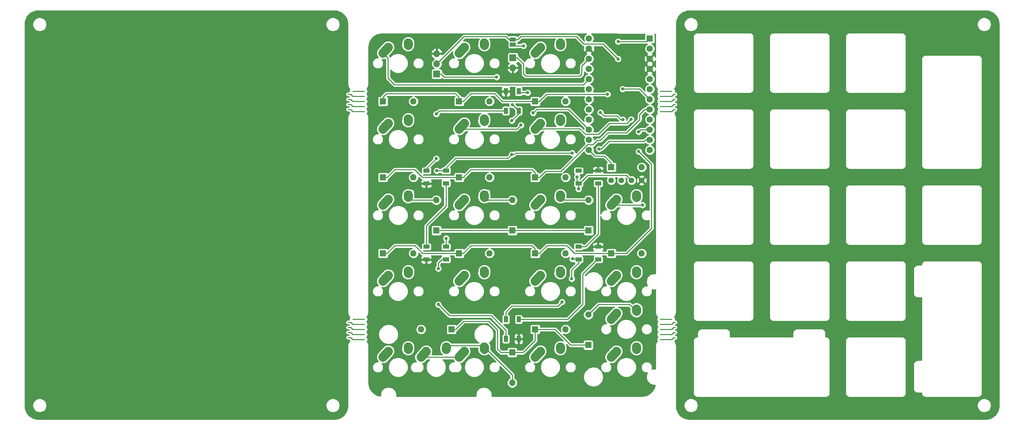
<source format=gbl>
G04 #@! TF.GenerationSoftware,KiCad,Pcbnew,(5.1.4)-1*
G04 #@! TF.CreationDate,2021-08-28T18:16:00+01:00*
G04 #@! TF.ProjectId,AleeMacro,416c6565-4d61-4637-926f-2e6b69636164,rev?*
G04 #@! TF.SameCoordinates,Original*
G04 #@! TF.FileFunction,Copper,L2,Bot*
G04 #@! TF.FilePolarity,Positive*
%FSLAX46Y46*%
G04 Gerber Fmt 4.6, Leading zero omitted, Abs format (unit mm)*
G04 Created by KiCad (PCBNEW (5.1.4)-1) date 2021-08-28 18:16:00*
%MOMM*%
%LPD*%
G04 APERTURE LIST*
%ADD10C,1.397000*%
%ADD11R,1.700000X1.700000*%
%ADD12O,1.700000X1.700000*%
%ADD13C,1.600000*%
%ADD14R,1.600000X1.600000*%
%ADD15C,2.250000*%
%ADD16C,2.250000*%
%ADD17R,1.500000X1.000000*%
%ADD18R,1.000000X1.500000*%
%ADD19C,1.524000*%
%ADD20O,1.600000X1.600000*%
%ADD21C,0.800000*%
%ADD22C,0.250000*%
%ADD23C,0.381000*%
%ADD24C,0.254000*%
G04 APERTURE END LIST*
D10*
X173228000Y-82550000D03*
X175768000Y-82550000D03*
X178308000Y-82550000D03*
X180848000Y-82550000D03*
D11*
X148590000Y-51816000D03*
D12*
X148590000Y-54356000D03*
D13*
X167640000Y-46990000D03*
X167640000Y-49530000D03*
X167640000Y-52070000D03*
X167640000Y-54610000D03*
X167640000Y-57150000D03*
X167640000Y-59690000D03*
X167640000Y-62230000D03*
X167640000Y-64770000D03*
X167640000Y-67310000D03*
X167640000Y-69850000D03*
X167640000Y-72390000D03*
X167640000Y-74930000D03*
X182880000Y-74930000D03*
X182880000Y-72390000D03*
X182880000Y-69850000D03*
X182880000Y-67310000D03*
X182880000Y-64770000D03*
X182880000Y-62230000D03*
X182880000Y-59690000D03*
X182880000Y-57150000D03*
X182880000Y-54610000D03*
X182880000Y-52070000D03*
X182880000Y-49530000D03*
D14*
X182880000Y-46990000D03*
D15*
X136406250Y-49181250D03*
X135751251Y-49911250D03*
D16*
X135096250Y-50641250D02*
X136406252Y-49181250D01*
D15*
X141446250Y-48101250D03*
X141426250Y-48391250D03*
D16*
X141406250Y-48681250D02*
X141446250Y-48101250D01*
D17*
X148590000Y-48554400D03*
X148590000Y-47254400D03*
D15*
X179526250Y-86491250D03*
D16*
X179506250Y-86781250D02*
X179546250Y-86201250D01*
D15*
X179546250Y-86201250D03*
X173851251Y-88011250D03*
D16*
X173196250Y-88741250D02*
X174506252Y-87281250D01*
D15*
X174506250Y-87281250D03*
D17*
X165037600Y-83337200D03*
X165037600Y-80137200D03*
X169937600Y-83337200D03*
X169937600Y-80137200D03*
X165037600Y-102387200D03*
X165037600Y-99187200D03*
X169937600Y-102387200D03*
X169937600Y-99187200D03*
D18*
X146837600Y-117387200D03*
X150037600Y-117387200D03*
X146837600Y-122287200D03*
X150037600Y-122287200D03*
D17*
X131837600Y-99187200D03*
X131837600Y-102387200D03*
X126937600Y-99187200D03*
X126937600Y-102387200D03*
X131837600Y-80137200D03*
X131837600Y-83337200D03*
X126937600Y-80137200D03*
X126937600Y-83337200D03*
D18*
X150037600Y-65137200D03*
X146837600Y-65137200D03*
X150037600Y-60237200D03*
X146837600Y-60237200D03*
D12*
X129540000Y-50800000D03*
X129540000Y-53340000D03*
D11*
X129540000Y-55880000D03*
D19*
X258222750Y-101123750D03*
X104552750Y-92741750D03*
D15*
X160476250Y-67441250D03*
D16*
X160456250Y-67731250D02*
X160496250Y-67151250D01*
D15*
X160496250Y-67151250D03*
X154801251Y-68961250D03*
D16*
X154146250Y-69691250D02*
X155456252Y-68231250D01*
D15*
X155456250Y-68231250D03*
X136406250Y-106331250D03*
X135751251Y-107061250D03*
D16*
X135096250Y-107791250D02*
X136406252Y-106331250D01*
D15*
X141446250Y-105251250D03*
X141426250Y-105541250D03*
D16*
X141406250Y-105831250D02*
X141446250Y-105251250D01*
D15*
X122376250Y-67441250D03*
D16*
X122356250Y-67731250D02*
X122396250Y-67151250D01*
D15*
X122396250Y-67151250D03*
X116701251Y-68961250D03*
D16*
X116046250Y-69691250D02*
X117356252Y-68231250D01*
D15*
X117356250Y-68231250D03*
X160476250Y-48391250D03*
D16*
X160456250Y-48681250D02*
X160496250Y-48101250D01*
D15*
X160496250Y-48101250D03*
X154801251Y-49911250D03*
D16*
X154146250Y-50641250D02*
X155456252Y-49181250D01*
D15*
X155456250Y-49181250D03*
X174506250Y-106331250D03*
X173851251Y-107061250D03*
D16*
X173196250Y-107791250D02*
X174506252Y-106331250D01*
D15*
X179546250Y-105251250D03*
X179526250Y-105541250D03*
D16*
X179506250Y-105831250D02*
X179546250Y-105251250D01*
D15*
X174506250Y-115856250D03*
X173851251Y-116586250D03*
D16*
X173196250Y-117316250D02*
X174506252Y-115856250D01*
D15*
X179546250Y-114776250D03*
X179526250Y-115066250D03*
D16*
X179506250Y-115356250D02*
X179546250Y-114776250D01*
D15*
X136406250Y-68231250D03*
X135751251Y-68961250D03*
D16*
X135096250Y-69691250D02*
X136406252Y-68231250D01*
D15*
X141446250Y-67151250D03*
X141426250Y-67441250D03*
D16*
X141406250Y-67731250D02*
X141446250Y-67151250D01*
D15*
X117356250Y-87281250D03*
X116701251Y-88011250D03*
D16*
X116046250Y-88741250D02*
X117356252Y-87281250D01*
D15*
X122396250Y-86201250D03*
X122376250Y-86491250D03*
D16*
X122356250Y-86781250D02*
X122396250Y-86201250D01*
D15*
X136406250Y-87281250D03*
X135751251Y-88011250D03*
D16*
X135096250Y-88741250D02*
X136406252Y-87281250D01*
D15*
X141446250Y-86201250D03*
X141426250Y-86491250D03*
D16*
X141406250Y-86781250D02*
X141446250Y-86201250D01*
D20*
X123698000Y-62738000D03*
D14*
X116078000Y-62738000D03*
D20*
X142748000Y-62738000D03*
D14*
X135128000Y-62738000D03*
D20*
X161798000Y-62738000D03*
D14*
X154178000Y-62738000D03*
D20*
X123698000Y-81788000D03*
D14*
X116078000Y-81788000D03*
X135128000Y-81788000D03*
D20*
X142748000Y-81788000D03*
X161798000Y-81788000D03*
D14*
X154178000Y-81788000D03*
D20*
X129438400Y-87477600D03*
D14*
X129438400Y-95097600D03*
X148463000Y-95097600D03*
D20*
X148463000Y-87477600D03*
X167538400Y-87477600D03*
D14*
X167538400Y-95097600D03*
X173228000Y-79248000D03*
D20*
X180848000Y-79248000D03*
X123698000Y-100838000D03*
D14*
X116078000Y-100838000D03*
D20*
X142748000Y-100838000D03*
D14*
X135128000Y-100838000D03*
D20*
X161798000Y-100838000D03*
D14*
X154178000Y-100838000D03*
X173228000Y-100838000D03*
D20*
X180848000Y-100838000D03*
X125603000Y-119888000D03*
D14*
X133223000Y-119888000D03*
X148437600Y-125679200D03*
D20*
X148437600Y-133299200D03*
D14*
X154178000Y-119888000D03*
D20*
X161798000Y-119888000D03*
X167481250Y-116205000D03*
D14*
X167481250Y-123825000D03*
D15*
X122376250Y-48391250D03*
D16*
X122356250Y-48681250D02*
X122396250Y-48101250D01*
D15*
X122396250Y-48101250D03*
X116701251Y-49911250D03*
D16*
X116046250Y-50641250D02*
X117356252Y-49181250D01*
D15*
X117356250Y-49181250D03*
X155456250Y-87281250D03*
X154801251Y-88011250D03*
D16*
X154146250Y-88741250D02*
X155456252Y-87281250D01*
D15*
X160496250Y-86201250D03*
X160476250Y-86491250D03*
D16*
X160456250Y-86781250D02*
X160496250Y-86201250D01*
D15*
X122376250Y-105541250D03*
D16*
X122356250Y-105831250D02*
X122396250Y-105251250D01*
D15*
X122396250Y-105251250D03*
X116701251Y-107061250D03*
D16*
X116046250Y-107791250D02*
X117356252Y-106331250D01*
D15*
X117356250Y-106331250D03*
X160476250Y-105541250D03*
D16*
X160456250Y-105831250D02*
X160496250Y-105251250D01*
D15*
X160496250Y-105251250D03*
X154801251Y-107061250D03*
D16*
X154146250Y-107791250D02*
X155456252Y-106331250D01*
D15*
X155456250Y-106331250D03*
X122376250Y-124591250D03*
D16*
X122356250Y-124881250D02*
X122396250Y-124301250D01*
D15*
X122396250Y-124301250D03*
X116701251Y-126111250D03*
D16*
X116046250Y-126841250D02*
X117356252Y-125381250D01*
D15*
X117356250Y-125381250D03*
X136406250Y-125381250D03*
X135751251Y-126111250D03*
D16*
X135096250Y-126841250D02*
X136406252Y-125381250D01*
D15*
X141446250Y-124301250D03*
X141426250Y-124591250D03*
D16*
X141406250Y-124881250D02*
X141446250Y-124301250D01*
D15*
X160476250Y-124591250D03*
D16*
X160456250Y-124881250D02*
X160496250Y-124301250D01*
D15*
X160496250Y-124301250D03*
X154801251Y-126111250D03*
D16*
X154146250Y-126841250D02*
X155456252Y-125381250D01*
D15*
X155456250Y-125381250D03*
X174506250Y-125381250D03*
X173851251Y-126111250D03*
D16*
X173196250Y-126841250D02*
X174506252Y-125381250D01*
D15*
X179546250Y-124301250D03*
X179526250Y-124591250D03*
D16*
X179506250Y-124881250D02*
X179546250Y-124301250D01*
D15*
X131901250Y-124591250D03*
D16*
X131881250Y-124881250D02*
X131921250Y-124301250D01*
D15*
X131921250Y-124301250D03*
X126226251Y-126111250D03*
D16*
X125571250Y-126841250D02*
X126881252Y-125381250D01*
D15*
X126881250Y-125381250D03*
D21*
X172275500Y-60960000D03*
X176085500Y-59626500D03*
X180086000Y-75311000D03*
X180086000Y-70358000D03*
X170180000Y-74676000D03*
X150622000Y-68707000D03*
X153670000Y-65659000D03*
X178181000Y-67246500D03*
X181057550Y-88741250D03*
X165036500Y-84709000D03*
X163512500Y-102235000D03*
X131889500Y-97091500D03*
X129540000Y-80137000D03*
X148336000Y-76073000D03*
X144526000Y-56642000D03*
X148336000Y-67564000D03*
X148463000Y-63627000D03*
X160909000Y-113030000D03*
X163322000Y-107188000D03*
X176149000Y-67310000D03*
X170497500Y-65532000D03*
X163449000Y-75692000D03*
X164655500Y-81724500D03*
X174942500Y-52133500D03*
X174942500Y-47752000D03*
X129413000Y-65913000D03*
X129413000Y-77089000D03*
X129921000Y-104648000D03*
X129921000Y-113665000D03*
X151257000Y-48825685D03*
X152273000Y-60579000D03*
D22*
X108489750Y-65246250D02*
X111379000Y-65246250D01*
X108489750Y-63976250D02*
X111379000Y-63976250D01*
X108489750Y-62706250D02*
X111379000Y-62706250D01*
X108489750Y-61436250D02*
X111379000Y-61436250D01*
X108489750Y-60166250D02*
X111379000Y-60166250D01*
X108489750Y-117316250D02*
X111379000Y-117316250D01*
X108489750Y-118586250D02*
X111379000Y-118586250D01*
X108489750Y-119856250D02*
X111379000Y-119856250D01*
X108489750Y-121126250D02*
X111379000Y-121126250D01*
X108489750Y-122396250D02*
X111379000Y-122396250D01*
X188372750Y-122396250D02*
X185483500Y-122396250D01*
X185483500Y-121126250D02*
X188372750Y-121126250D01*
X185483500Y-119856250D02*
X188372750Y-119856250D01*
X185483500Y-118586250D02*
X188372750Y-118586250D01*
X185483500Y-117316250D02*
X188372750Y-117316250D01*
X188332022Y-65246250D02*
X185483500Y-65246250D01*
X188372750Y-65246250D02*
X188332022Y-65246250D01*
X185483500Y-63976250D02*
X188372750Y-63976250D01*
X185483500Y-62706250D02*
X188372750Y-62706250D01*
X185483500Y-61436250D02*
X188372750Y-61436250D01*
X185483500Y-60166250D02*
X188372750Y-60166250D01*
X188372750Y-61436250D02*
X188849000Y-60960000D01*
X188849000Y-60960000D02*
X189230000Y-60960000D01*
X188372750Y-62706250D02*
X188849000Y-62230000D01*
X188849000Y-62230000D02*
X189230000Y-62230000D01*
X188372750Y-63976250D02*
X188849000Y-63500000D01*
X188849000Y-63500000D02*
X189230000Y-63500000D01*
X188372750Y-65246250D02*
X188849000Y-64770000D01*
X188849000Y-64770000D02*
X189230000Y-64770000D01*
X188372750Y-122396250D02*
X188849000Y-121920000D01*
X188849000Y-121920000D02*
X189230000Y-121920000D01*
X188372750Y-121126250D02*
X188849000Y-120650000D01*
X188849000Y-120650000D02*
X189230000Y-120650000D01*
X188372750Y-119856250D02*
X188849000Y-119380000D01*
X188849000Y-119380000D02*
X189230000Y-119380000D01*
X188372750Y-118586250D02*
X188849000Y-118110000D01*
X188849000Y-118110000D02*
X189230000Y-118110000D01*
X108013500Y-60960000D02*
X108489750Y-61436250D01*
X107315000Y-60960000D02*
X108013500Y-60960000D01*
X108013500Y-62230000D02*
X108489750Y-62706250D01*
X107315000Y-62230000D02*
X108013500Y-62230000D01*
X108013500Y-63500000D02*
X108489750Y-63976250D01*
X107315000Y-63500000D02*
X108013500Y-63500000D01*
X108013500Y-64770000D02*
X108489750Y-65246250D01*
X107315000Y-64770000D02*
X108013500Y-64770000D01*
X108013500Y-118110000D02*
X108489750Y-118586250D01*
X107315000Y-118110000D02*
X108013500Y-118110000D01*
X108013500Y-119380000D02*
X108489750Y-119856250D01*
X107315000Y-119380000D02*
X108013500Y-119380000D01*
X108013500Y-120650000D02*
X108489750Y-121126250D01*
X107315000Y-120650000D02*
X108013500Y-120650000D01*
X108013500Y-121920000D02*
X108489750Y-122396250D01*
X107315000Y-121920000D02*
X108013500Y-121920000D01*
X141406250Y-67731250D02*
X142017750Y-68342750D01*
X123095000Y-86042500D02*
X122356250Y-86781250D01*
X123253500Y-85344000D02*
X122396250Y-86201250D01*
X123052600Y-87477600D02*
X129438400Y-87477600D01*
X122356250Y-86781250D02*
X123052600Y-87477600D01*
X142255000Y-87630000D02*
X141406250Y-86781250D01*
X142303500Y-85344000D02*
X141446250Y-86201250D01*
X142102600Y-87477600D02*
X148463000Y-87477600D01*
X141406250Y-86781250D02*
X142102600Y-87477600D01*
X161152600Y-87477600D02*
X167538400Y-87477600D01*
X160456250Y-86781250D02*
X161152600Y-87477600D01*
X179506250Y-86161250D02*
X179506250Y-86781250D01*
X131921250Y-124301250D02*
X132619750Y-123602750D01*
X141406250Y-124881250D02*
X141406250Y-124849250D01*
X140456249Y-123931249D02*
X141406250Y-124881250D01*
X132831251Y-123931249D02*
X140456249Y-123931249D01*
X131881250Y-124881250D02*
X132831251Y-123931249D01*
X141406250Y-124881250D02*
X142280250Y-124881250D01*
X148437600Y-131292600D02*
X141446250Y-124301250D01*
X148437600Y-133299200D02*
X148437600Y-131292600D01*
X179506250Y-124881250D02*
X179506250Y-124769250D01*
X177801251Y-113651251D02*
X179506250Y-115356250D01*
X170034999Y-113651251D02*
X177801251Y-113651251D01*
X167481250Y-116205000D02*
X170034999Y-113651251D01*
D23*
X127013600Y-102311200D02*
X126937600Y-102387200D01*
D22*
X115411250Y-63468250D02*
X115411250Y-62706250D01*
X135128000Y-61688000D02*
X135128000Y-62738000D01*
X134273000Y-60833000D02*
X135128000Y-61688000D01*
X116933000Y-60833000D02*
X134273000Y-60833000D01*
X116078000Y-61688000D02*
X116933000Y-60833000D01*
X116078000Y-62738000D02*
X116078000Y-61688000D01*
X154178000Y-62738000D02*
X155228000Y-62738000D01*
X155228000Y-62738000D02*
X157006000Y-60960000D01*
X138083000Y-60833000D02*
X144043400Y-60833000D01*
X136178000Y-62738000D02*
X138083000Y-60833000D01*
X154178000Y-62738000D02*
X153128000Y-62738000D01*
X135128000Y-62738000D02*
X136178000Y-62738000D01*
X145948400Y-62738000D02*
X154178000Y-62738000D01*
X144043400Y-60833000D02*
X145948400Y-62738000D01*
X181610000Y-60960000D02*
X182880000Y-62230000D01*
X157006000Y-60960000D02*
X172275500Y-60960000D01*
X180276500Y-59626500D02*
X181610000Y-60960000D01*
X176085500Y-59626500D02*
X180276500Y-59626500D01*
X117128000Y-81788000D02*
X119033000Y-79883000D01*
X116078000Y-81788000D02*
X117128000Y-81788000D01*
X154178000Y-80645000D02*
X154178000Y-81788000D01*
X153416000Y-79883000D02*
X154178000Y-80645000D01*
X138083000Y-79883000D02*
X153416000Y-79883000D01*
X136178000Y-81788000D02*
X138083000Y-79883000D01*
X135128000Y-81788000D02*
X136178000Y-81788000D01*
X119033000Y-79883000D02*
X124028200Y-79883000D01*
X125933200Y-81788000D02*
X135128000Y-81788000D01*
X124028200Y-79883000D02*
X125933200Y-81788000D01*
X155228000Y-81788000D02*
X154178000Y-81788000D01*
X156752000Y-80264000D02*
X155228000Y-81788000D01*
X167295798Y-73609200D02*
X160640998Y-80264000D01*
X177038000Y-70612000D02*
X172402500Y-70612000D01*
X160640998Y-80264000D02*
X156752000Y-80264000D01*
X167295798Y-73609200D02*
X168643300Y-73609200D01*
X168643300Y-73609200D02*
X169735500Y-72517000D01*
X170497500Y-72517000D02*
X172402500Y-70612000D01*
X169735500Y-72517000D02*
X170497500Y-72517000D01*
X177038000Y-70612000D02*
X180340000Y-67310000D01*
X180340000Y-67310000D02*
X180340000Y-66040000D01*
X180340000Y-66040000D02*
X181610000Y-64770000D01*
X181610000Y-64770000D02*
X182880000Y-64770000D01*
X129438400Y-95097600D02*
X148463000Y-95097600D01*
X148463000Y-95097600D02*
X167538400Y-95097600D01*
X173228000Y-78198000D02*
X173228000Y-79248000D01*
X171484000Y-76454000D02*
X173228000Y-78198000D01*
X169164000Y-76454000D02*
X171484000Y-76454000D01*
X167640000Y-74930000D02*
X169164000Y-76454000D01*
X117128000Y-100838000D02*
X119033000Y-98933000D01*
X116078000Y-100838000D02*
X117128000Y-100838000D01*
X155228000Y-100838000D02*
X157133000Y-98933000D01*
X154178000Y-100838000D02*
X155228000Y-100838000D01*
X136178000Y-100838000D02*
X138083000Y-98933000D01*
X135128000Y-100838000D02*
X136178000Y-100838000D01*
X138083000Y-98933000D02*
X153416000Y-98933000D01*
X154178000Y-99695000D02*
X154178000Y-100838000D01*
X153416000Y-98933000D02*
X154178000Y-99695000D01*
X119033000Y-98933000D02*
X124079000Y-98933000D01*
X125984000Y-100838000D02*
X135128000Y-100838000D01*
X124079000Y-98933000D02*
X125984000Y-100838000D01*
X157133000Y-98933000D02*
X162128200Y-98933000D01*
X164033200Y-100838000D02*
X173228000Y-100838000D01*
X162128200Y-98933000D02*
X164033200Y-100838000D01*
X182880000Y-69850000D02*
X181748630Y-69850000D01*
X177038000Y-100838000D02*
X173228000Y-100838000D01*
X183292750Y-94583250D02*
X177038000Y-100838000D01*
X180086000Y-75311000D02*
X183292750Y-78517750D01*
X183292750Y-78517750D02*
X183292750Y-94583250D01*
X180594000Y-69850000D02*
X182880000Y-69850000D01*
X180086000Y-70358000D02*
X180594000Y-69850000D01*
X163068000Y-123825000D02*
X167481250Y-123825000D01*
X154178000Y-119888000D02*
X159131000Y-119888000D01*
X159131000Y-119888000D02*
X163068000Y-123825000D01*
X182372000Y-72898000D02*
X182880000Y-72390000D01*
X145592800Y-125679200D02*
X148437600Y-125679200D01*
X134273000Y-119888000D02*
X136305000Y-117856000D01*
X133223000Y-119888000D02*
X134273000Y-119888000D01*
X136305000Y-117856000D02*
X142544800Y-117856000D01*
X142544800Y-117856000D02*
X144780000Y-120091200D01*
X144780000Y-120091200D02*
X144780000Y-124866400D01*
X144780000Y-124866400D02*
X145592800Y-125679200D01*
X148437600Y-125679200D02*
X151180800Y-125679200D01*
X151180800Y-125679200D02*
X154178000Y-122682000D01*
X154178000Y-122682000D02*
X154178000Y-119888000D01*
X170745685Y-74676000D02*
X170180000Y-74676000D01*
X172650685Y-72771000D02*
X170745685Y-74676000D01*
X181367630Y-72771000D02*
X172650685Y-72771000D01*
X181748630Y-72390000D02*
X181367630Y-72771000D01*
X182880000Y-72390000D02*
X181748630Y-72390000D01*
X116046250Y-50641250D02*
X117348000Y-51943000D01*
X119024400Y-58572400D02*
X117348000Y-56896000D01*
X166217600Y-58572400D02*
X119024400Y-58572400D01*
X167640000Y-57150000D02*
X166217600Y-58572400D01*
X117348000Y-51943000D02*
X117348000Y-56896000D01*
X134778750Y-70008750D02*
X135096250Y-69691250D01*
X135096250Y-69691250D02*
X135096250Y-69373750D01*
X125571250Y-126841250D02*
X135096250Y-126841250D01*
X135096250Y-69691250D02*
X135794750Y-69691250D01*
X135096250Y-69691250D02*
X149626730Y-69691250D01*
X149626730Y-69691250D02*
X149637750Y-69691250D01*
X149637750Y-69691250D02*
X150622000Y-68707000D01*
X162560000Y-64770000D02*
X167640000Y-69850000D01*
X153670000Y-65659000D02*
X154559000Y-64770000D01*
X154559000Y-64770000D02*
X162560000Y-64770000D01*
X154146250Y-69691250D02*
X154146250Y-68103750D01*
X156368750Y-69691250D02*
X156464000Y-69596000D01*
X154146250Y-69691250D02*
X156368750Y-69691250D01*
X156464000Y-69596000D02*
X165354000Y-69596000D01*
X165354000Y-69596000D02*
X166733001Y-70975001D01*
X166733001Y-70975001D02*
X168546999Y-70975001D01*
X168546999Y-70975001D02*
X170070999Y-70975001D01*
X170070999Y-70975001D02*
X172783500Y-68262500D01*
X172783500Y-68262500D02*
X176974500Y-68262500D01*
X176974500Y-68262500D02*
X177165000Y-68262500D01*
X177165000Y-68262500D02*
X178181000Y-67246500D01*
X173196250Y-88741250D02*
X181057550Y-88741250D01*
X165287600Y-83337200D02*
X167344800Y-81280000D01*
X177038000Y-81280000D02*
X178308000Y-82550000D01*
X167344800Y-81280000D02*
X177038000Y-81280000D01*
X165037600Y-84087200D02*
X165036500Y-84088300D01*
X165037600Y-83337200D02*
X165037600Y-84087200D01*
X165036500Y-84088300D02*
X165036500Y-84709000D01*
X164885400Y-102235000D02*
X165037600Y-102387200D01*
X163512500Y-102235000D02*
X164885400Y-102235000D01*
X131837600Y-80137200D02*
X132087600Y-80137200D01*
X131889500Y-99135300D02*
X131837600Y-99187200D01*
X131889500Y-97091500D02*
X131889500Y-99135300D01*
X131837600Y-79387200D02*
X134262800Y-76962000D01*
X131837600Y-80137200D02*
X131837600Y-79387200D01*
X134262800Y-76962000D02*
X147447000Y-76962000D01*
X147447000Y-76962000D02*
X148336000Y-76073000D01*
X130640000Y-55880000D02*
X131402000Y-56642000D01*
X129540000Y-55880000D02*
X130640000Y-55880000D01*
X144526000Y-56642000D02*
X131402000Y-56642000D01*
X146837600Y-115544400D02*
X148336000Y-114046000D01*
X148527400Y-63627000D02*
X150037600Y-65137200D01*
X148463000Y-63627000D02*
X148527400Y-63627000D01*
X150037600Y-65862400D02*
X150037600Y-65137200D01*
X148336000Y-67564000D02*
X150037600Y-65862400D01*
X131837400Y-80137000D02*
X131837600Y-80137200D01*
X129540000Y-80137000D02*
X131837400Y-80137000D01*
X148336000Y-114046000D02*
X159893000Y-114046000D01*
X159893000Y-114046000D02*
X160909000Y-113030000D01*
X165037600Y-102387200D02*
X165037600Y-103313400D01*
X163322000Y-105029000D02*
X163322000Y-107188000D01*
X165037600Y-103313400D02*
X163322000Y-105029000D01*
X146837600Y-115544400D02*
X146837600Y-117387200D01*
X148901685Y-76073000D02*
X149282685Y-75692000D01*
X148336000Y-76073000D02*
X148901685Y-76073000D01*
X149282685Y-75692000D02*
X163449000Y-75692000D01*
X165037600Y-83337200D02*
X165287600Y-83337200D01*
X164655500Y-82955100D02*
X165037600Y-83337200D01*
X164655500Y-81724500D02*
X164655500Y-82955100D01*
X175583315Y-67310000D02*
X174694315Y-66421000D01*
X176149000Y-67310000D02*
X175583315Y-67310000D01*
X171386500Y-66421000D02*
X170497500Y-65532000D01*
X174694315Y-66421000D02*
X171386500Y-66421000D01*
X165862000Y-55880000D02*
X165862000Y-53848000D01*
X165862000Y-53848000D02*
X167640000Y-52070000D01*
X165354000Y-56388000D02*
X165862000Y-55880000D01*
X149690000Y-51816000D02*
X151257000Y-53383000D01*
X151257000Y-53383000D02*
X151257000Y-55880000D01*
X148590000Y-51816000D02*
X149690000Y-51816000D01*
X151257000Y-55880000D02*
X151765000Y-56388000D01*
X151765000Y-56388000D02*
X165354000Y-56388000D01*
X164465000Y-46482000D02*
X166370000Y-48387000D01*
X148727400Y-47117000D02*
X148590000Y-47254400D01*
X147590000Y-47254400D02*
X148590000Y-47254400D01*
X146817600Y-46482000D02*
X147590000Y-47254400D01*
X136398000Y-46482000D02*
X146817600Y-46482000D01*
X149849600Y-47254400D02*
X150622000Y-46482000D01*
X148590000Y-47254400D02*
X149849600Y-47254400D01*
X150622000Y-46482000D02*
X164465000Y-46482000D01*
X129540000Y-53340000D02*
X136398000Y-46482000D01*
X182499000Y-46609000D02*
X182880000Y-46990000D01*
X166370000Y-48387000D02*
X171196000Y-48387000D01*
X171196000Y-48387000D02*
X174942500Y-52133500D01*
X182118000Y-47752000D02*
X182880000Y-46990000D01*
X174942500Y-47752000D02*
X182118000Y-47752000D01*
X146837600Y-65137200D02*
X146837600Y-64887200D01*
X146837600Y-64887200D02*
X146524390Y-64573990D01*
X130188800Y-65137200D02*
X146837600Y-65137200D01*
X129413000Y-65913000D02*
X130188800Y-65137200D01*
X126937600Y-79564400D02*
X126937600Y-80137200D01*
X129413000Y-77089000D02*
X126937600Y-79564400D01*
X131837600Y-83337200D02*
X131837600Y-89015400D01*
X126937600Y-93915400D02*
X126937600Y-99187200D01*
X131837600Y-89015400D02*
X126937600Y-93915400D01*
X130837600Y-102387200D02*
X129921000Y-103303800D01*
X131837600Y-102387200D02*
X130837600Y-102387200D01*
X129921000Y-103303800D02*
X129921000Y-104648000D01*
X146837600Y-120104100D02*
X146837600Y-122287200D01*
X143192500Y-116459000D02*
X146837600Y-120104100D01*
X129921000Y-113665000D02*
X132715000Y-116459000D01*
X132715000Y-116459000D02*
X143192500Y-116459000D01*
X169687600Y-102387200D02*
X169937600Y-102387200D01*
X166156800Y-105918000D02*
X169687600Y-102387200D01*
X166116000Y-105918000D02*
X166156800Y-105918000D01*
X166116000Y-113538000D02*
X166116000Y-105918000D01*
X162266800Y-117387200D02*
X166116000Y-113538000D01*
X150037600Y-117387200D02*
X162266800Y-117387200D01*
X166037600Y-99187200D02*
X166037800Y-99187000D01*
X165037600Y-99187200D02*
X166037600Y-99187200D01*
X166037800Y-99187000D02*
X166751000Y-99187000D01*
X169937600Y-96000400D02*
X169937600Y-83337200D01*
X166751000Y-99187000D02*
X169937600Y-96000400D01*
X148861285Y-48825685D02*
X148590000Y-48554400D01*
X151257000Y-48825685D02*
X148861285Y-48825685D01*
X150076800Y-60198000D02*
X150037600Y-60237200D01*
X150379400Y-60579000D02*
X150037600Y-60237200D01*
X152273000Y-60579000D02*
X150379400Y-60579000D01*
D24*
G36*
X267581025Y-40079209D02*
G01*
X268214230Y-40270385D01*
X268798239Y-40580908D01*
X269310814Y-40998954D01*
X269732428Y-41508598D01*
X270047023Y-42090429D01*
X270242613Y-42722279D01*
X270314750Y-43408610D01*
X270314751Y-139004007D01*
X270247290Y-139692026D01*
X270056115Y-140325230D01*
X269745590Y-140909240D01*
X269327544Y-141421817D01*
X268817902Y-141843428D01*
X268236072Y-142158023D01*
X267604220Y-142353614D01*
X266917890Y-142425750D01*
X192912483Y-142425750D01*
X192224474Y-142358290D01*
X191591270Y-142167115D01*
X191007260Y-141856590D01*
X190494683Y-141438544D01*
X190073072Y-140928902D01*
X189758477Y-140347072D01*
X189562886Y-139715220D01*
X189490750Y-139028890D01*
X189490750Y-138795476D01*
X191429312Y-138795476D01*
X191429312Y-139144024D01*
X191497310Y-139485876D01*
X191630694Y-139807893D01*
X191824337Y-140097701D01*
X192070799Y-140344163D01*
X192360607Y-140537806D01*
X192682624Y-140671190D01*
X193024476Y-140739188D01*
X193373024Y-140739188D01*
X193714876Y-140671190D01*
X194036893Y-140537806D01*
X194326701Y-140344163D01*
X194573163Y-140097701D01*
X194766806Y-139807893D01*
X194900190Y-139485876D01*
X194968188Y-139144024D01*
X194968188Y-138795476D01*
X264835312Y-138795476D01*
X264835312Y-139144024D01*
X264903310Y-139485876D01*
X265036694Y-139807893D01*
X265230337Y-140097701D01*
X265476799Y-140344163D01*
X265766607Y-140537806D01*
X266088624Y-140671190D01*
X266430476Y-140739188D01*
X266779024Y-140739188D01*
X267120876Y-140671190D01*
X267442893Y-140537806D01*
X267732701Y-140344163D01*
X267979163Y-140097701D01*
X268172806Y-139807893D01*
X268306190Y-139485876D01*
X268374188Y-139144024D01*
X268374188Y-138795476D01*
X268306190Y-138453624D01*
X268172806Y-138131607D01*
X267979163Y-137841799D01*
X267732701Y-137595337D01*
X267442893Y-137401694D01*
X267120876Y-137268310D01*
X266779024Y-137200312D01*
X266430476Y-137200312D01*
X266088624Y-137268310D01*
X265766607Y-137401694D01*
X265476799Y-137595337D01*
X265230337Y-137841799D01*
X265036694Y-138131607D01*
X264903310Y-138453624D01*
X264835312Y-138795476D01*
X194968188Y-138795476D01*
X194900190Y-138453624D01*
X194766806Y-138131607D01*
X194573163Y-137841799D01*
X194326701Y-137595337D01*
X194036893Y-137401694D01*
X193714876Y-137268310D01*
X193373024Y-137200312D01*
X193024476Y-137200312D01*
X192682624Y-137268310D01*
X192360607Y-137401694D01*
X192070799Y-137595337D01*
X191824337Y-137841799D01*
X191630694Y-138131607D01*
X191497310Y-138453624D01*
X191429312Y-138795476D01*
X189490750Y-138795476D01*
X189490750Y-123938889D01*
X189488181Y-123912807D01*
X189488224Y-123906662D01*
X189487395Y-123898214D01*
X189466994Y-123704117D01*
X189455914Y-123650140D01*
X189445588Y-123596009D01*
X189443135Y-123587886D01*
X189443134Y-123587880D01*
X189443132Y-123587874D01*
X189385422Y-123401444D01*
X189364065Y-123350636D01*
X189343425Y-123299551D01*
X189339440Y-123292055D01*
X189246615Y-123120378D01*
X189215798Y-123074689D01*
X189185625Y-123028581D01*
X189180259Y-123022002D01*
X189102171Y-122927611D01*
X189171826Y-122823365D01*
X189186106Y-122788890D01*
X193719750Y-122788890D01*
X193719751Y-135848611D01*
X193722285Y-135874339D01*
X193722264Y-135877345D01*
X193723093Y-135885793D01*
X193728182Y-135934214D01*
X193728549Y-135937939D01*
X193728587Y-135938063D01*
X193733293Y-135982842D01*
X193744374Y-136036825D01*
X193754699Y-136090952D01*
X193757150Y-136099069D01*
X193757152Y-136099079D01*
X193757156Y-136099088D01*
X193786009Y-136192298D01*
X193807351Y-136243069D01*
X193828007Y-136294195D01*
X193831993Y-136301690D01*
X193878406Y-136387528D01*
X193909232Y-136433230D01*
X193939394Y-136479322D01*
X193944756Y-136485896D01*
X193944760Y-136485902D01*
X193944765Y-136485907D01*
X194006962Y-136561090D01*
X194046067Y-136599924D01*
X194084614Y-136639287D01*
X194091155Y-136644698D01*
X194091159Y-136644702D01*
X194091164Y-136644705D01*
X194166776Y-136706374D01*
X194212693Y-136736882D01*
X194258151Y-136768007D01*
X194265607Y-136772039D01*
X194265610Y-136772041D01*
X194265613Y-136772042D01*
X194265618Y-136772045D01*
X194351779Y-136817857D01*
X194402735Y-136838859D01*
X194453372Y-136860562D01*
X194461482Y-136863072D01*
X194461486Y-136863074D01*
X194461491Y-136863075D01*
X194554899Y-136891277D01*
X194608944Y-136901979D01*
X194662862Y-136913439D01*
X194671305Y-136914327D01*
X194768422Y-136923849D01*
X194768435Y-136923849D01*
X194797889Y-136926750D01*
X226907611Y-136926750D01*
X226933349Y-136924215D01*
X226936345Y-136924236D01*
X226944793Y-136923407D01*
X226993063Y-136918334D01*
X226996939Y-136917952D01*
X226997068Y-136917913D01*
X227041842Y-136913207D01*
X227095825Y-136902126D01*
X227149952Y-136891801D01*
X227158069Y-136889350D01*
X227158079Y-136889348D01*
X227158088Y-136889344D01*
X227251298Y-136860491D01*
X227302069Y-136839149D01*
X227353195Y-136818493D01*
X227360683Y-136814511D01*
X227360687Y-136814509D01*
X227360690Y-136814507D01*
X227446528Y-136768094D01*
X227492230Y-136737268D01*
X227538322Y-136707106D01*
X227544899Y-136701742D01*
X227544902Y-136701740D01*
X227544907Y-136701735D01*
X227620090Y-136639538D01*
X227658924Y-136600433D01*
X227698287Y-136561886D01*
X227703698Y-136555345D01*
X227703702Y-136555341D01*
X227703705Y-136555336D01*
X227765374Y-136479724D01*
X227795882Y-136433807D01*
X227827007Y-136388349D01*
X227831045Y-136380882D01*
X227876857Y-136294721D01*
X227897859Y-136243765D01*
X227919562Y-136193128D01*
X227922072Y-136185019D01*
X227950277Y-136091601D01*
X227960979Y-136037556D01*
X227972439Y-135983638D01*
X227973327Y-135975195D01*
X227982849Y-135878078D01*
X227982849Y-135878065D01*
X227985750Y-135848611D01*
X227985750Y-122788890D01*
X231819750Y-122788890D01*
X231819751Y-135848611D01*
X231822285Y-135874339D01*
X231822264Y-135877345D01*
X231823093Y-135885793D01*
X231828182Y-135934214D01*
X231828549Y-135937939D01*
X231828587Y-135938063D01*
X231833293Y-135982842D01*
X231844374Y-136036825D01*
X231854699Y-136090952D01*
X231857150Y-136099069D01*
X231857152Y-136099079D01*
X231857156Y-136099088D01*
X231886009Y-136192298D01*
X231907351Y-136243069D01*
X231928007Y-136294195D01*
X231931993Y-136301690D01*
X231978406Y-136387528D01*
X232009232Y-136433230D01*
X232039394Y-136479322D01*
X232044756Y-136485896D01*
X232044760Y-136485902D01*
X232044765Y-136485907D01*
X232106962Y-136561090D01*
X232146067Y-136599924D01*
X232184614Y-136639287D01*
X232191155Y-136644698D01*
X232191159Y-136644702D01*
X232191164Y-136644705D01*
X232266776Y-136706374D01*
X232312693Y-136736882D01*
X232358151Y-136768007D01*
X232365607Y-136772039D01*
X232365610Y-136772041D01*
X232365613Y-136772042D01*
X232365618Y-136772045D01*
X232451779Y-136817857D01*
X232502735Y-136838859D01*
X232553372Y-136860562D01*
X232561482Y-136863072D01*
X232561486Y-136863074D01*
X232561491Y-136863075D01*
X232654899Y-136891277D01*
X232708944Y-136901979D01*
X232762862Y-136913439D01*
X232771305Y-136914327D01*
X232868422Y-136923849D01*
X232868435Y-136923849D01*
X232897889Y-136926750D01*
X245957611Y-136926750D01*
X245983349Y-136924215D01*
X245986345Y-136924236D01*
X245994793Y-136923407D01*
X246043063Y-136918334D01*
X246046939Y-136917952D01*
X246047068Y-136917913D01*
X246091842Y-136913207D01*
X246145825Y-136902126D01*
X246199952Y-136891801D01*
X246208069Y-136889350D01*
X246208079Y-136889348D01*
X246208088Y-136889344D01*
X246301298Y-136860491D01*
X246352069Y-136839149D01*
X246403195Y-136818493D01*
X246410683Y-136814511D01*
X246410687Y-136814509D01*
X246410690Y-136814507D01*
X246496528Y-136768094D01*
X246542230Y-136737268D01*
X246588322Y-136707106D01*
X246594899Y-136701742D01*
X246594902Y-136701740D01*
X246594907Y-136701735D01*
X246670090Y-136639538D01*
X246708924Y-136600433D01*
X246748287Y-136561886D01*
X246753698Y-136555345D01*
X246753702Y-136555341D01*
X246753705Y-136555336D01*
X246815374Y-136479724D01*
X246845882Y-136433807D01*
X246877007Y-136388349D01*
X246881045Y-136380882D01*
X246926857Y-136294721D01*
X246947859Y-136243765D01*
X246969562Y-136193128D01*
X246972072Y-136185019D01*
X247000277Y-136091601D01*
X247010979Y-136037556D01*
X247022439Y-135983638D01*
X247023327Y-135975195D01*
X247032849Y-135878078D01*
X247032849Y-135878065D01*
X247035750Y-135848611D01*
X247035750Y-122788889D01*
X247033215Y-122763151D01*
X247033236Y-122760156D01*
X247032407Y-122751707D01*
X247027334Y-122703444D01*
X247026952Y-122699561D01*
X247026913Y-122699431D01*
X247022207Y-122654659D01*
X247011129Y-122600689D01*
X247000801Y-122546548D01*
X246998349Y-122538429D01*
X246998348Y-122538422D01*
X246998345Y-122538416D01*
X246969491Y-122445202D01*
X246948136Y-122394399D01*
X246927492Y-122343305D01*
X246923507Y-122335809D01*
X246877094Y-122249972D01*
X246846278Y-122204285D01*
X246816106Y-122158178D01*
X246810743Y-122151603D01*
X246810740Y-122151598D01*
X246810735Y-122151593D01*
X246748538Y-122076410D01*
X246709449Y-122037593D01*
X246670886Y-121998213D01*
X246664345Y-121992802D01*
X246588724Y-121931126D01*
X246542807Y-121900618D01*
X246497349Y-121869493D01*
X246489893Y-121865461D01*
X246489890Y-121865459D01*
X246489887Y-121865458D01*
X246489882Y-121865455D01*
X246403721Y-121819643D01*
X246352765Y-121798641D01*
X246302128Y-121776938D01*
X246294019Y-121774428D01*
X246294018Y-121774428D01*
X246294014Y-121774426D01*
X246294009Y-121774425D01*
X246200601Y-121746223D01*
X246146563Y-121735523D01*
X246092638Y-121724061D01*
X246084208Y-121723175D01*
X246084201Y-121723174D01*
X246084195Y-121723174D01*
X245987078Y-121713651D01*
X245987065Y-121713651D01*
X245957611Y-121710750D01*
X232897889Y-121710750D01*
X232872151Y-121713285D01*
X232869156Y-121713264D01*
X232860707Y-121714093D01*
X232812445Y-121719165D01*
X232808561Y-121719548D01*
X232808431Y-121719587D01*
X232763659Y-121724293D01*
X232709689Y-121735371D01*
X232655548Y-121745699D01*
X232647429Y-121748151D01*
X232647422Y-121748152D01*
X232647416Y-121748155D01*
X232554202Y-121777009D01*
X232503399Y-121798364D01*
X232452305Y-121819008D01*
X232444809Y-121822993D01*
X232358972Y-121869406D01*
X232313285Y-121900222D01*
X232267178Y-121930394D01*
X232260604Y-121935756D01*
X232260598Y-121935760D01*
X232260593Y-121935765D01*
X232185410Y-121997962D01*
X232146593Y-122037051D01*
X232107213Y-122075614D01*
X232101802Y-122082155D01*
X232040126Y-122157776D01*
X232009618Y-122203693D01*
X231978493Y-122249151D01*
X231974455Y-122256618D01*
X231928643Y-122342779D01*
X231907641Y-122393735D01*
X231885938Y-122444372D01*
X231883428Y-122452481D01*
X231855223Y-122545899D01*
X231844523Y-122599937D01*
X231833061Y-122653862D01*
X231832175Y-122662292D01*
X231832174Y-122662299D01*
X231832174Y-122662305D01*
X231822651Y-122759422D01*
X231822651Y-122759436D01*
X231819750Y-122788890D01*
X227985750Y-122788890D01*
X227985750Y-122788889D01*
X227983215Y-122763151D01*
X227983236Y-122760156D01*
X227982407Y-122751707D01*
X227977334Y-122703444D01*
X227976952Y-122699561D01*
X227976913Y-122699431D01*
X227972207Y-122654659D01*
X227961129Y-122600689D01*
X227950801Y-122546548D01*
X227948349Y-122538429D01*
X227948348Y-122538422D01*
X227948345Y-122538416D01*
X227919491Y-122445202D01*
X227898136Y-122394399D01*
X227877492Y-122343305D01*
X227873507Y-122335809D01*
X227827094Y-122249972D01*
X227796278Y-122204285D01*
X227766106Y-122158178D01*
X227760743Y-122151603D01*
X227760740Y-122151598D01*
X227760735Y-122151593D01*
X227698538Y-122076410D01*
X227659449Y-122037593D01*
X227620886Y-121998213D01*
X227614345Y-121992802D01*
X227538724Y-121931126D01*
X227492807Y-121900618D01*
X227447349Y-121869493D01*
X227439893Y-121865461D01*
X227439890Y-121865459D01*
X227439887Y-121865458D01*
X227439882Y-121865455D01*
X227353721Y-121819643D01*
X227302765Y-121798641D01*
X227252128Y-121776938D01*
X227244019Y-121774428D01*
X227244018Y-121774428D01*
X227244014Y-121774426D01*
X227244009Y-121774425D01*
X227150601Y-121746223D01*
X227096563Y-121735523D01*
X227042638Y-121724061D01*
X227034208Y-121723175D01*
X227034201Y-121723174D01*
X227034195Y-121723174D01*
X226937078Y-121713651D01*
X226937065Y-121713651D01*
X226907611Y-121710750D01*
X226898750Y-121710750D01*
X226898750Y-120788889D01*
X226896215Y-120763151D01*
X226896236Y-120760156D01*
X226895407Y-120751707D01*
X226890335Y-120703445D01*
X226889952Y-120699561D01*
X226889913Y-120699431D01*
X226885207Y-120654659D01*
X226874129Y-120600689D01*
X226863801Y-120546548D01*
X226861349Y-120538429D01*
X226861348Y-120538422D01*
X226861345Y-120538416D01*
X226832491Y-120445202D01*
X226811136Y-120394399D01*
X226790492Y-120343305D01*
X226786507Y-120335809D01*
X226740094Y-120249972D01*
X226709278Y-120204285D01*
X226679106Y-120158178D01*
X226673743Y-120151603D01*
X226673740Y-120151598D01*
X226673735Y-120151593D01*
X226611538Y-120076410D01*
X226572449Y-120037593D01*
X226533886Y-119998213D01*
X226527345Y-119992802D01*
X226451724Y-119931126D01*
X226405807Y-119900618D01*
X226360349Y-119869493D01*
X226352893Y-119865461D01*
X226352890Y-119865459D01*
X226352887Y-119865458D01*
X226352882Y-119865455D01*
X226266721Y-119819643D01*
X226215765Y-119798641D01*
X226165128Y-119776938D01*
X226157019Y-119774428D01*
X226157018Y-119774428D01*
X226157014Y-119774426D01*
X226157009Y-119774425D01*
X226063601Y-119746223D01*
X226009563Y-119735523D01*
X225955638Y-119724061D01*
X225947208Y-119723175D01*
X225947201Y-119723174D01*
X225947195Y-119723174D01*
X225850078Y-119713651D01*
X225850065Y-119713651D01*
X225820611Y-119710750D01*
X219760889Y-119710750D01*
X219735151Y-119713285D01*
X219732156Y-119713264D01*
X219723707Y-119714093D01*
X219675445Y-119719165D01*
X219671561Y-119719548D01*
X219671431Y-119719587D01*
X219626659Y-119724293D01*
X219572689Y-119735371D01*
X219518548Y-119745699D01*
X219510429Y-119748151D01*
X219510422Y-119748152D01*
X219510416Y-119748155D01*
X219417202Y-119777009D01*
X219366399Y-119798364D01*
X219315305Y-119819008D01*
X219307809Y-119822993D01*
X219221972Y-119869406D01*
X219176285Y-119900222D01*
X219130178Y-119930394D01*
X219123604Y-119935756D01*
X219123598Y-119935760D01*
X219123593Y-119935765D01*
X219048410Y-119997962D01*
X219009593Y-120037051D01*
X218970213Y-120075614D01*
X218964802Y-120082155D01*
X218903126Y-120157776D01*
X218872618Y-120203693D01*
X218841493Y-120249151D01*
X218837455Y-120256618D01*
X218791643Y-120342779D01*
X218770641Y-120393735D01*
X218748938Y-120444372D01*
X218746428Y-120452481D01*
X218718223Y-120545899D01*
X218707523Y-120599937D01*
X218696061Y-120653862D01*
X218695175Y-120662292D01*
X218695174Y-120662299D01*
X218695174Y-120662305D01*
X218685651Y-120759422D01*
X218685651Y-120759436D01*
X218682750Y-120788890D01*
X218682751Y-121710750D01*
X203022750Y-121710750D01*
X203022750Y-120788889D01*
X203020215Y-120763151D01*
X203020236Y-120760156D01*
X203019407Y-120751707D01*
X203014335Y-120703445D01*
X203013952Y-120699561D01*
X203013913Y-120699431D01*
X203009207Y-120654659D01*
X202998129Y-120600689D01*
X202987801Y-120546548D01*
X202985349Y-120538429D01*
X202985348Y-120538422D01*
X202985345Y-120538416D01*
X202956491Y-120445202D01*
X202935136Y-120394399D01*
X202914492Y-120343305D01*
X202910507Y-120335809D01*
X202864094Y-120249972D01*
X202833278Y-120204285D01*
X202803106Y-120158178D01*
X202797743Y-120151603D01*
X202797740Y-120151598D01*
X202797735Y-120151593D01*
X202735538Y-120076410D01*
X202696449Y-120037593D01*
X202657886Y-119998213D01*
X202651345Y-119992802D01*
X202575724Y-119931126D01*
X202529807Y-119900618D01*
X202484349Y-119869493D01*
X202476893Y-119865461D01*
X202476890Y-119865459D01*
X202476887Y-119865458D01*
X202476882Y-119865455D01*
X202390721Y-119819643D01*
X202339765Y-119798641D01*
X202289128Y-119776938D01*
X202281019Y-119774428D01*
X202281018Y-119774428D01*
X202281014Y-119774426D01*
X202281009Y-119774425D01*
X202187601Y-119746223D01*
X202133563Y-119735523D01*
X202079638Y-119724061D01*
X202071208Y-119723175D01*
X202071201Y-119723174D01*
X202071195Y-119723174D01*
X201974078Y-119713651D01*
X201974065Y-119713651D01*
X201944611Y-119710750D01*
X195884889Y-119710750D01*
X195859151Y-119713285D01*
X195856156Y-119713264D01*
X195847707Y-119714093D01*
X195799445Y-119719165D01*
X195795561Y-119719548D01*
X195795431Y-119719587D01*
X195750659Y-119724293D01*
X195696689Y-119735371D01*
X195642548Y-119745699D01*
X195634429Y-119748151D01*
X195634422Y-119748152D01*
X195634416Y-119748155D01*
X195541202Y-119777009D01*
X195490399Y-119798364D01*
X195439305Y-119819008D01*
X195431809Y-119822993D01*
X195345972Y-119869406D01*
X195300285Y-119900222D01*
X195254178Y-119930394D01*
X195247604Y-119935756D01*
X195247598Y-119935760D01*
X195247593Y-119935765D01*
X195172410Y-119997962D01*
X195133593Y-120037051D01*
X195094213Y-120075614D01*
X195088802Y-120082155D01*
X195027126Y-120157776D01*
X194996618Y-120203693D01*
X194965493Y-120249151D01*
X194961455Y-120256618D01*
X194915643Y-120342779D01*
X194894641Y-120393735D01*
X194872938Y-120444372D01*
X194870428Y-120452481D01*
X194842223Y-120545899D01*
X194831523Y-120599937D01*
X194820061Y-120653862D01*
X194819175Y-120662292D01*
X194819174Y-120662299D01*
X194819174Y-120662305D01*
X194809651Y-120759422D01*
X194809651Y-120759436D01*
X194806750Y-120788890D01*
X194806751Y-121710750D01*
X194797889Y-121710750D01*
X194772151Y-121713285D01*
X194769156Y-121713264D01*
X194760707Y-121714093D01*
X194712445Y-121719165D01*
X194708561Y-121719548D01*
X194708431Y-121719587D01*
X194663659Y-121724293D01*
X194609689Y-121735371D01*
X194555548Y-121745699D01*
X194547429Y-121748151D01*
X194547422Y-121748152D01*
X194547416Y-121748155D01*
X194454202Y-121777009D01*
X194403399Y-121798364D01*
X194352305Y-121819008D01*
X194344809Y-121822993D01*
X194258972Y-121869406D01*
X194213285Y-121900222D01*
X194167178Y-121930394D01*
X194160604Y-121935756D01*
X194160598Y-121935760D01*
X194160593Y-121935765D01*
X194085410Y-121997962D01*
X194046593Y-122037051D01*
X194007213Y-122075614D01*
X194001802Y-122082155D01*
X193940126Y-122157776D01*
X193909618Y-122203693D01*
X193878493Y-122249151D01*
X193874455Y-122256618D01*
X193828643Y-122342779D01*
X193807641Y-122393735D01*
X193785938Y-122444372D01*
X193783428Y-122452481D01*
X193755223Y-122545899D01*
X193744523Y-122599937D01*
X193733061Y-122653862D01*
X193732175Y-122662292D01*
X193732174Y-122662299D01*
X193732174Y-122662305D01*
X193722651Y-122759422D01*
X193722651Y-122759436D01*
X193719750Y-122788890D01*
X189186106Y-122788890D01*
X189239798Y-122659266D01*
X189260936Y-122553000D01*
X189261088Y-122553000D01*
X189354090Y-122543840D01*
X189473410Y-122507645D01*
X189583377Y-122448866D01*
X189679764Y-122369764D01*
X189758866Y-122273377D01*
X189817645Y-122163410D01*
X189853840Y-122044090D01*
X189866062Y-121920000D01*
X189853840Y-121795910D01*
X189817645Y-121676590D01*
X189758866Y-121566623D01*
X189679764Y-121470236D01*
X189583377Y-121391134D01*
X189473410Y-121332355D01*
X189354090Y-121296160D01*
X189261088Y-121287000D01*
X189260140Y-121287000D01*
X189260936Y-121283000D01*
X189261088Y-121283000D01*
X189354090Y-121273840D01*
X189473410Y-121237645D01*
X189583377Y-121178866D01*
X189679764Y-121099764D01*
X189758866Y-121003377D01*
X189817645Y-120893410D01*
X189853840Y-120774090D01*
X189866062Y-120650000D01*
X189853840Y-120525910D01*
X189817645Y-120406590D01*
X189758866Y-120296623D01*
X189679764Y-120200236D01*
X189583377Y-120121134D01*
X189473410Y-120062355D01*
X189354090Y-120026160D01*
X189261088Y-120017000D01*
X189260140Y-120017000D01*
X189260936Y-120013000D01*
X189261088Y-120013000D01*
X189354090Y-120003840D01*
X189473410Y-119967645D01*
X189583377Y-119908866D01*
X189679764Y-119829764D01*
X189758866Y-119733377D01*
X189817645Y-119623410D01*
X189853840Y-119504090D01*
X189866062Y-119380000D01*
X189853840Y-119255910D01*
X189817645Y-119136590D01*
X189758866Y-119026623D01*
X189679764Y-118930236D01*
X189583377Y-118851134D01*
X189473410Y-118792355D01*
X189354090Y-118756160D01*
X189261088Y-118747000D01*
X189260140Y-118747000D01*
X189260936Y-118743000D01*
X189261088Y-118743000D01*
X189354090Y-118733840D01*
X189473410Y-118697645D01*
X189583377Y-118638866D01*
X189679764Y-118559764D01*
X189758866Y-118463377D01*
X189817645Y-118353410D01*
X189853840Y-118234090D01*
X189866062Y-118110000D01*
X189853840Y-117985910D01*
X189817645Y-117866590D01*
X189758866Y-117756623D01*
X189679764Y-117660236D01*
X189583377Y-117581134D01*
X189473410Y-117522355D01*
X189354090Y-117486160D01*
X189261088Y-117477000D01*
X189260140Y-117477000D01*
X189274450Y-117405060D01*
X189274450Y-117227440D01*
X189239798Y-117053234D01*
X189171826Y-116889135D01*
X189073146Y-116741450D01*
X189051922Y-116720226D01*
X189058076Y-116714199D01*
X189063482Y-116707664D01*
X189063488Y-116707658D01*
X189063492Y-116707651D01*
X189186837Y-116556416D01*
X189217319Y-116510538D01*
X189248466Y-116465048D01*
X189252502Y-116457582D01*
X189252503Y-116457581D01*
X189252505Y-116457577D01*
X189344129Y-116285258D01*
X189365136Y-116234291D01*
X189386836Y-116183661D01*
X189389343Y-116175561D01*
X189389347Y-116175551D01*
X189389349Y-116175541D01*
X189445755Y-115988715D01*
X189456451Y-115934695D01*
X189467916Y-115880758D01*
X189468803Y-115872315D01*
X189487848Y-115678081D01*
X189487848Y-115678076D01*
X189490750Y-115648611D01*
X189490750Y-103738890D01*
X193719750Y-103738890D01*
X193719751Y-116798611D01*
X193722285Y-116824339D01*
X193722264Y-116827345D01*
X193723093Y-116835793D01*
X193728182Y-116884214D01*
X193728549Y-116887939D01*
X193728587Y-116888063D01*
X193733293Y-116932842D01*
X193744374Y-116986825D01*
X193754699Y-117040952D01*
X193757150Y-117049069D01*
X193757152Y-117049079D01*
X193757156Y-117049088D01*
X193786009Y-117142298D01*
X193807351Y-117193069D01*
X193828007Y-117244195D01*
X193831993Y-117251690D01*
X193878406Y-117337528D01*
X193909232Y-117383230D01*
X193939394Y-117429322D01*
X193944756Y-117435896D01*
X193944760Y-117435902D01*
X193944765Y-117435907D01*
X194006962Y-117511090D01*
X194046067Y-117549924D01*
X194084614Y-117589287D01*
X194091155Y-117594698D01*
X194091159Y-117594702D01*
X194091164Y-117594705D01*
X194166776Y-117656374D01*
X194212693Y-117686882D01*
X194258151Y-117718007D01*
X194265607Y-117722039D01*
X194265610Y-117722041D01*
X194265613Y-117722042D01*
X194265618Y-117722045D01*
X194351779Y-117767857D01*
X194402735Y-117788859D01*
X194453372Y-117810562D01*
X194461482Y-117813072D01*
X194461486Y-117813074D01*
X194461491Y-117813075D01*
X194554899Y-117841277D01*
X194608944Y-117851979D01*
X194662862Y-117863439D01*
X194671305Y-117864327D01*
X194768422Y-117873849D01*
X194768435Y-117873849D01*
X194797889Y-117876750D01*
X207857611Y-117876750D01*
X207883349Y-117874215D01*
X207886345Y-117874236D01*
X207894793Y-117873407D01*
X207943063Y-117868334D01*
X207946939Y-117867952D01*
X207947068Y-117867913D01*
X207991842Y-117863207D01*
X208045825Y-117852126D01*
X208099952Y-117841801D01*
X208108069Y-117839350D01*
X208108079Y-117839348D01*
X208108088Y-117839344D01*
X208201298Y-117810491D01*
X208252069Y-117789149D01*
X208303195Y-117768493D01*
X208310683Y-117764511D01*
X208310687Y-117764509D01*
X208310690Y-117764507D01*
X208396528Y-117718094D01*
X208442230Y-117687268D01*
X208488322Y-117657106D01*
X208494899Y-117651742D01*
X208494902Y-117651740D01*
X208494907Y-117651735D01*
X208570090Y-117589538D01*
X208608924Y-117550433D01*
X208648287Y-117511886D01*
X208653698Y-117505345D01*
X208653702Y-117505341D01*
X208653705Y-117505336D01*
X208715374Y-117429724D01*
X208745882Y-117383807D01*
X208777007Y-117338349D01*
X208781045Y-117330882D01*
X208826857Y-117244721D01*
X208847859Y-117193765D01*
X208869562Y-117143128D01*
X208872072Y-117135019D01*
X208900277Y-117041601D01*
X208910979Y-116987556D01*
X208922439Y-116933638D01*
X208923327Y-116925195D01*
X208932849Y-116828078D01*
X208932849Y-116828065D01*
X208935750Y-116798611D01*
X208935750Y-103738890D01*
X212769750Y-103738890D01*
X212769751Y-116798611D01*
X212772285Y-116824339D01*
X212772264Y-116827345D01*
X212773093Y-116835793D01*
X212778182Y-116884214D01*
X212778549Y-116887939D01*
X212778587Y-116888063D01*
X212783293Y-116932842D01*
X212794374Y-116986825D01*
X212804699Y-117040952D01*
X212807150Y-117049069D01*
X212807152Y-117049079D01*
X212807156Y-117049088D01*
X212836009Y-117142298D01*
X212857351Y-117193069D01*
X212878007Y-117244195D01*
X212881993Y-117251690D01*
X212928406Y-117337528D01*
X212959232Y-117383230D01*
X212989394Y-117429322D01*
X212994756Y-117435896D01*
X212994760Y-117435902D01*
X212994765Y-117435907D01*
X213056962Y-117511090D01*
X213096067Y-117549924D01*
X213134614Y-117589287D01*
X213141155Y-117594698D01*
X213141159Y-117594702D01*
X213141164Y-117594705D01*
X213216776Y-117656374D01*
X213262693Y-117686882D01*
X213308151Y-117718007D01*
X213315607Y-117722039D01*
X213315610Y-117722041D01*
X213315613Y-117722042D01*
X213315618Y-117722045D01*
X213401779Y-117767857D01*
X213452735Y-117788859D01*
X213503372Y-117810562D01*
X213511482Y-117813072D01*
X213511486Y-117813074D01*
X213511491Y-117813075D01*
X213604899Y-117841277D01*
X213658944Y-117851979D01*
X213712862Y-117863439D01*
X213721305Y-117864327D01*
X213818422Y-117873849D01*
X213818435Y-117873849D01*
X213847889Y-117876750D01*
X226907611Y-117876750D01*
X226933349Y-117874215D01*
X226936345Y-117874236D01*
X226944793Y-117873407D01*
X226993063Y-117868334D01*
X226996939Y-117867952D01*
X226997068Y-117867913D01*
X227041842Y-117863207D01*
X227095825Y-117852126D01*
X227149952Y-117841801D01*
X227158069Y-117839350D01*
X227158079Y-117839348D01*
X227158088Y-117839344D01*
X227251298Y-117810491D01*
X227302069Y-117789149D01*
X227353195Y-117768493D01*
X227360683Y-117764511D01*
X227360687Y-117764509D01*
X227360690Y-117764507D01*
X227446528Y-117718094D01*
X227492230Y-117687268D01*
X227538322Y-117657106D01*
X227544899Y-117651742D01*
X227544902Y-117651740D01*
X227544907Y-117651735D01*
X227620090Y-117589538D01*
X227658924Y-117550433D01*
X227698287Y-117511886D01*
X227703698Y-117505345D01*
X227703702Y-117505341D01*
X227703705Y-117505336D01*
X227765374Y-117429724D01*
X227795882Y-117383807D01*
X227827007Y-117338349D01*
X227831045Y-117330882D01*
X227876857Y-117244721D01*
X227897859Y-117193765D01*
X227919562Y-117143128D01*
X227922072Y-117135019D01*
X227950277Y-117041601D01*
X227960979Y-116987556D01*
X227972439Y-116933638D01*
X227973327Y-116925195D01*
X227982849Y-116828078D01*
X227982849Y-116828065D01*
X227985750Y-116798611D01*
X227985750Y-103738890D01*
X231819750Y-103738890D01*
X231819751Y-116798611D01*
X231822285Y-116824339D01*
X231822264Y-116827345D01*
X231823093Y-116835793D01*
X231828182Y-116884214D01*
X231828549Y-116887939D01*
X231828587Y-116888063D01*
X231833293Y-116932842D01*
X231844374Y-116986825D01*
X231854699Y-117040952D01*
X231857150Y-117049069D01*
X231857152Y-117049079D01*
X231857156Y-117049088D01*
X231886009Y-117142298D01*
X231907351Y-117193069D01*
X231928007Y-117244195D01*
X231931993Y-117251690D01*
X231978406Y-117337528D01*
X232009232Y-117383230D01*
X232039394Y-117429322D01*
X232044756Y-117435896D01*
X232044760Y-117435902D01*
X232044765Y-117435907D01*
X232106962Y-117511090D01*
X232146067Y-117549924D01*
X232184614Y-117589287D01*
X232191155Y-117594698D01*
X232191159Y-117594702D01*
X232191164Y-117594705D01*
X232266776Y-117656374D01*
X232312693Y-117686882D01*
X232358151Y-117718007D01*
X232365607Y-117722039D01*
X232365610Y-117722041D01*
X232365613Y-117722042D01*
X232365618Y-117722045D01*
X232451779Y-117767857D01*
X232502735Y-117788859D01*
X232553372Y-117810562D01*
X232561482Y-117813072D01*
X232561486Y-117813074D01*
X232561491Y-117813075D01*
X232654899Y-117841277D01*
X232708944Y-117851979D01*
X232762862Y-117863439D01*
X232771305Y-117864327D01*
X232868422Y-117873849D01*
X232868435Y-117873849D01*
X232897889Y-117876750D01*
X245957611Y-117876750D01*
X245983349Y-117874215D01*
X245986345Y-117874236D01*
X245994793Y-117873407D01*
X246043063Y-117868334D01*
X246046939Y-117867952D01*
X246047068Y-117867913D01*
X246091842Y-117863207D01*
X246145825Y-117852126D01*
X246199952Y-117841801D01*
X246208069Y-117839350D01*
X246208079Y-117839348D01*
X246208088Y-117839344D01*
X246301298Y-117810491D01*
X246352069Y-117789149D01*
X246403195Y-117768493D01*
X246410683Y-117764511D01*
X246410687Y-117764509D01*
X246410690Y-117764507D01*
X246496528Y-117718094D01*
X246542230Y-117687268D01*
X246588322Y-117657106D01*
X246594899Y-117651742D01*
X246594902Y-117651740D01*
X246594907Y-117651735D01*
X246670090Y-117589538D01*
X246708924Y-117550433D01*
X246748287Y-117511886D01*
X246753698Y-117505345D01*
X246753702Y-117505341D01*
X246753705Y-117505336D01*
X246815374Y-117429724D01*
X246845882Y-117383807D01*
X246877007Y-117338349D01*
X246881045Y-117330882D01*
X246926857Y-117244721D01*
X246947859Y-117193765D01*
X246969562Y-117143128D01*
X246972072Y-117135019D01*
X247000277Y-117041601D01*
X247010979Y-116987556D01*
X247022439Y-116933638D01*
X247023327Y-116925195D01*
X247032849Y-116828078D01*
X247032849Y-116828065D01*
X247035750Y-116798611D01*
X247035750Y-104825890D01*
X248869750Y-104825890D01*
X248869751Y-110885611D01*
X248872285Y-110911339D01*
X248872264Y-110914345D01*
X248873093Y-110922793D01*
X248878182Y-110971214D01*
X248878549Y-110974939D01*
X248878587Y-110975063D01*
X248883293Y-111019842D01*
X248894374Y-111073825D01*
X248904699Y-111127952D01*
X248907150Y-111136069D01*
X248907152Y-111136079D01*
X248907156Y-111136088D01*
X248936009Y-111229298D01*
X248957351Y-111280069D01*
X248978007Y-111331195D01*
X248981993Y-111338690D01*
X249028406Y-111424528D01*
X249059232Y-111470230D01*
X249089394Y-111516322D01*
X249094756Y-111522896D01*
X249094760Y-111522902D01*
X249094765Y-111522907D01*
X249156962Y-111598090D01*
X249196067Y-111636924D01*
X249234614Y-111676287D01*
X249241155Y-111681698D01*
X249241159Y-111681702D01*
X249241164Y-111681705D01*
X249316776Y-111743374D01*
X249362693Y-111773882D01*
X249408151Y-111805007D01*
X249415607Y-111809039D01*
X249415610Y-111809041D01*
X249415613Y-111809042D01*
X249415618Y-111809045D01*
X249501779Y-111854857D01*
X249552735Y-111875859D01*
X249603372Y-111897562D01*
X249611482Y-111900072D01*
X249611486Y-111900074D01*
X249611491Y-111900075D01*
X249704899Y-111928277D01*
X249758944Y-111938979D01*
X249812862Y-111950439D01*
X249821305Y-111951327D01*
X249918422Y-111960849D01*
X249918435Y-111960849D01*
X249947889Y-111963750D01*
X250869750Y-111963750D01*
X250869751Y-127623750D01*
X249947889Y-127623750D01*
X249922151Y-127626285D01*
X249919156Y-127626264D01*
X249910707Y-127627093D01*
X249862445Y-127632165D01*
X249858561Y-127632548D01*
X249858431Y-127632587D01*
X249813659Y-127637293D01*
X249759689Y-127648371D01*
X249705548Y-127658699D01*
X249697429Y-127661151D01*
X249697422Y-127661152D01*
X249697416Y-127661155D01*
X249604202Y-127690009D01*
X249553399Y-127711364D01*
X249502305Y-127732008D01*
X249494809Y-127735993D01*
X249408972Y-127782406D01*
X249363285Y-127813222D01*
X249317178Y-127843394D01*
X249310604Y-127848756D01*
X249310598Y-127848760D01*
X249310593Y-127848765D01*
X249235410Y-127910962D01*
X249196593Y-127950051D01*
X249157213Y-127988614D01*
X249151802Y-127995155D01*
X249090126Y-128070776D01*
X249059618Y-128116693D01*
X249028493Y-128162151D01*
X249024455Y-128169618D01*
X248978643Y-128255779D01*
X248957641Y-128306735D01*
X248935938Y-128357372D01*
X248933428Y-128365481D01*
X248905223Y-128458899D01*
X248894523Y-128512937D01*
X248883061Y-128566862D01*
X248882175Y-128575292D01*
X248882174Y-128575299D01*
X248882174Y-128575305D01*
X248872651Y-128672422D01*
X248872651Y-128672436D01*
X248869750Y-128701890D01*
X248869751Y-134761611D01*
X248872285Y-134787339D01*
X248872264Y-134790345D01*
X248873093Y-134798793D01*
X248878182Y-134847214D01*
X248878549Y-134850939D01*
X248878587Y-134851063D01*
X248883293Y-134895842D01*
X248894374Y-134949825D01*
X248904699Y-135003952D01*
X248907150Y-135012069D01*
X248907152Y-135012079D01*
X248907156Y-135012088D01*
X248936009Y-135105298D01*
X248957351Y-135156069D01*
X248978007Y-135207195D01*
X248981993Y-135214690D01*
X249028406Y-135300528D01*
X249059232Y-135346230D01*
X249089394Y-135392322D01*
X249094756Y-135398896D01*
X249094760Y-135398902D01*
X249094765Y-135398907D01*
X249156962Y-135474090D01*
X249196067Y-135512924D01*
X249234614Y-135552287D01*
X249241155Y-135557698D01*
X249241159Y-135557702D01*
X249241164Y-135557705D01*
X249316776Y-135619374D01*
X249362693Y-135649882D01*
X249408151Y-135681007D01*
X249415607Y-135685039D01*
X249415610Y-135685041D01*
X249415613Y-135685042D01*
X249415618Y-135685045D01*
X249501779Y-135730857D01*
X249552735Y-135751859D01*
X249603372Y-135773562D01*
X249611482Y-135776072D01*
X249611486Y-135776074D01*
X249611491Y-135776075D01*
X249704899Y-135804277D01*
X249758944Y-135814979D01*
X249812862Y-135826439D01*
X249821305Y-135827327D01*
X249918422Y-135836849D01*
X249918435Y-135836849D01*
X249947889Y-135839750D01*
X250869750Y-135839750D01*
X250869750Y-135848611D01*
X250872285Y-135874349D01*
X250872264Y-135877345D01*
X250873093Y-135885793D01*
X250878166Y-135934063D01*
X250878548Y-135937939D01*
X250878587Y-135938068D01*
X250883293Y-135982842D01*
X250894374Y-136036825D01*
X250904699Y-136090952D01*
X250907150Y-136099069D01*
X250907152Y-136099079D01*
X250907156Y-136099088D01*
X250936009Y-136192298D01*
X250957351Y-136243069D01*
X250978007Y-136294195D01*
X250981993Y-136301690D01*
X251028406Y-136387528D01*
X251059232Y-136433230D01*
X251089394Y-136479322D01*
X251094756Y-136485896D01*
X251094760Y-136485902D01*
X251094765Y-136485907D01*
X251156962Y-136561090D01*
X251196067Y-136599924D01*
X251234614Y-136639287D01*
X251241155Y-136644698D01*
X251241159Y-136644702D01*
X251241164Y-136644705D01*
X251316776Y-136706374D01*
X251362693Y-136736882D01*
X251408151Y-136768007D01*
X251415607Y-136772039D01*
X251415610Y-136772041D01*
X251415613Y-136772042D01*
X251415618Y-136772045D01*
X251501779Y-136817857D01*
X251552735Y-136838859D01*
X251603372Y-136860562D01*
X251611482Y-136863072D01*
X251611486Y-136863074D01*
X251611491Y-136863075D01*
X251704899Y-136891277D01*
X251758944Y-136901979D01*
X251812862Y-136913439D01*
X251821305Y-136914327D01*
X251918422Y-136923849D01*
X251918435Y-136923849D01*
X251947889Y-136926750D01*
X265007611Y-136926750D01*
X265033349Y-136924215D01*
X265036345Y-136924236D01*
X265044793Y-136923407D01*
X265093063Y-136918334D01*
X265096939Y-136917952D01*
X265097068Y-136917913D01*
X265141842Y-136913207D01*
X265195825Y-136902126D01*
X265249952Y-136891801D01*
X265258069Y-136889350D01*
X265258079Y-136889348D01*
X265258088Y-136889344D01*
X265351298Y-136860491D01*
X265402069Y-136839149D01*
X265453195Y-136818493D01*
X265460683Y-136814511D01*
X265460687Y-136814509D01*
X265460690Y-136814507D01*
X265546528Y-136768094D01*
X265592230Y-136737268D01*
X265638322Y-136707106D01*
X265644899Y-136701742D01*
X265644902Y-136701740D01*
X265644907Y-136701735D01*
X265720090Y-136639538D01*
X265758924Y-136600433D01*
X265798287Y-136561886D01*
X265803698Y-136555345D01*
X265803702Y-136555341D01*
X265803705Y-136555336D01*
X265865374Y-136479724D01*
X265895882Y-136433807D01*
X265927007Y-136388349D01*
X265931045Y-136380882D01*
X265976857Y-136294721D01*
X265997859Y-136243765D01*
X266019562Y-136193128D01*
X266022072Y-136185019D01*
X266050277Y-136091601D01*
X266060979Y-136037556D01*
X266072439Y-135983638D01*
X266073327Y-135975195D01*
X266082849Y-135878078D01*
X266082849Y-135878065D01*
X266085750Y-135848611D01*
X266085750Y-103738889D01*
X266083215Y-103713151D01*
X266083236Y-103710156D01*
X266082407Y-103701707D01*
X266077335Y-103653445D01*
X266076952Y-103649561D01*
X266076913Y-103649431D01*
X266072207Y-103604659D01*
X266061129Y-103550689D01*
X266050801Y-103496548D01*
X266048349Y-103488429D01*
X266048348Y-103488422D01*
X266048345Y-103488416D01*
X266019491Y-103395202D01*
X265998136Y-103344399D01*
X265977492Y-103293305D01*
X265973507Y-103285809D01*
X265927094Y-103199972D01*
X265896278Y-103154285D01*
X265866106Y-103108178D01*
X265860743Y-103101603D01*
X265860740Y-103101598D01*
X265860735Y-103101593D01*
X265798538Y-103026410D01*
X265759449Y-102987593D01*
X265720886Y-102948213D01*
X265714345Y-102942802D01*
X265638724Y-102881126D01*
X265592807Y-102850618D01*
X265547349Y-102819493D01*
X265539893Y-102815461D01*
X265539890Y-102815459D01*
X265539887Y-102815458D01*
X265539882Y-102815455D01*
X265453721Y-102769643D01*
X265402765Y-102748641D01*
X265352128Y-102726938D01*
X265344019Y-102724428D01*
X265344018Y-102724428D01*
X265344014Y-102724426D01*
X265344009Y-102724425D01*
X265250601Y-102696223D01*
X265196563Y-102685523D01*
X265142638Y-102674061D01*
X265134208Y-102673175D01*
X265134201Y-102673174D01*
X265134195Y-102673174D01*
X265037078Y-102663651D01*
X265037065Y-102663651D01*
X265007611Y-102660750D01*
X251947889Y-102660750D01*
X251922151Y-102663285D01*
X251919156Y-102663264D01*
X251910707Y-102664093D01*
X251862445Y-102669165D01*
X251858561Y-102669548D01*
X251858431Y-102669587D01*
X251813659Y-102674293D01*
X251759689Y-102685371D01*
X251705548Y-102695699D01*
X251697429Y-102698151D01*
X251697422Y-102698152D01*
X251697416Y-102698155D01*
X251604202Y-102727009D01*
X251553399Y-102748364D01*
X251502305Y-102769008D01*
X251494809Y-102772993D01*
X251408972Y-102819406D01*
X251363285Y-102850222D01*
X251317178Y-102880394D01*
X251310604Y-102885756D01*
X251310598Y-102885760D01*
X251310593Y-102885765D01*
X251235410Y-102947962D01*
X251196593Y-102987051D01*
X251157213Y-103025614D01*
X251151802Y-103032155D01*
X251090126Y-103107776D01*
X251059618Y-103153693D01*
X251028493Y-103199151D01*
X251024455Y-103206618D01*
X250978643Y-103292779D01*
X250957641Y-103343735D01*
X250935938Y-103394372D01*
X250933428Y-103402481D01*
X250905223Y-103495899D01*
X250894523Y-103549937D01*
X250883061Y-103603862D01*
X250882175Y-103612292D01*
X250882174Y-103612299D01*
X250882174Y-103612305D01*
X250872651Y-103709422D01*
X250872651Y-103709436D01*
X250869750Y-103738890D01*
X250869750Y-103747750D01*
X249947889Y-103747750D01*
X249922151Y-103750285D01*
X249919156Y-103750264D01*
X249910707Y-103751093D01*
X249862445Y-103756165D01*
X249858561Y-103756548D01*
X249858431Y-103756587D01*
X249813659Y-103761293D01*
X249759689Y-103772371D01*
X249705548Y-103782699D01*
X249697429Y-103785151D01*
X249697422Y-103785152D01*
X249697416Y-103785155D01*
X249604202Y-103814009D01*
X249553399Y-103835364D01*
X249502305Y-103856008D01*
X249494809Y-103859993D01*
X249408972Y-103906406D01*
X249363285Y-103937222D01*
X249317178Y-103967394D01*
X249310604Y-103972756D01*
X249310598Y-103972760D01*
X249310593Y-103972765D01*
X249235410Y-104034962D01*
X249196593Y-104074051D01*
X249157213Y-104112614D01*
X249151802Y-104119155D01*
X249090126Y-104194776D01*
X249059618Y-104240693D01*
X249028493Y-104286151D01*
X249024455Y-104293618D01*
X248978643Y-104379779D01*
X248957641Y-104430735D01*
X248935938Y-104481372D01*
X248933428Y-104489481D01*
X248905223Y-104582899D01*
X248894523Y-104636937D01*
X248883061Y-104690862D01*
X248882175Y-104699292D01*
X248882174Y-104699299D01*
X248882174Y-104699305D01*
X248872651Y-104796422D01*
X248872651Y-104796436D01*
X248869750Y-104825890D01*
X247035750Y-104825890D01*
X247035750Y-103738889D01*
X247033215Y-103713151D01*
X247033236Y-103710156D01*
X247032407Y-103701707D01*
X247027335Y-103653445D01*
X247026952Y-103649561D01*
X247026913Y-103649431D01*
X247022207Y-103604659D01*
X247011129Y-103550689D01*
X247000801Y-103496548D01*
X246998349Y-103488429D01*
X246998348Y-103488422D01*
X246998345Y-103488416D01*
X246969491Y-103395202D01*
X246948136Y-103344399D01*
X246927492Y-103293305D01*
X246923507Y-103285809D01*
X246877094Y-103199972D01*
X246846278Y-103154285D01*
X246816106Y-103108178D01*
X246810743Y-103101603D01*
X246810740Y-103101598D01*
X246810735Y-103101593D01*
X246748538Y-103026410D01*
X246709449Y-102987593D01*
X246670886Y-102948213D01*
X246664345Y-102942802D01*
X246588724Y-102881126D01*
X246542807Y-102850618D01*
X246497349Y-102819493D01*
X246489893Y-102815461D01*
X246489890Y-102815459D01*
X246489887Y-102815458D01*
X246489882Y-102815455D01*
X246403721Y-102769643D01*
X246352765Y-102748641D01*
X246302128Y-102726938D01*
X246294019Y-102724428D01*
X246294018Y-102724428D01*
X246294014Y-102724426D01*
X246294009Y-102724425D01*
X246200601Y-102696223D01*
X246146563Y-102685523D01*
X246092638Y-102674061D01*
X246084208Y-102673175D01*
X246084201Y-102673174D01*
X246084195Y-102673174D01*
X245987078Y-102663651D01*
X245987065Y-102663651D01*
X245957611Y-102660750D01*
X232897889Y-102660750D01*
X232872151Y-102663285D01*
X232869156Y-102663264D01*
X232860707Y-102664093D01*
X232812445Y-102669165D01*
X232808561Y-102669548D01*
X232808431Y-102669587D01*
X232763659Y-102674293D01*
X232709689Y-102685371D01*
X232655548Y-102695699D01*
X232647429Y-102698151D01*
X232647422Y-102698152D01*
X232647416Y-102698155D01*
X232554202Y-102727009D01*
X232503399Y-102748364D01*
X232452305Y-102769008D01*
X232444809Y-102772993D01*
X232358972Y-102819406D01*
X232313285Y-102850222D01*
X232267178Y-102880394D01*
X232260604Y-102885756D01*
X232260598Y-102885760D01*
X232260593Y-102885765D01*
X232185410Y-102947962D01*
X232146593Y-102987051D01*
X232107213Y-103025614D01*
X232101802Y-103032155D01*
X232040126Y-103107776D01*
X232009618Y-103153693D01*
X231978493Y-103199151D01*
X231974455Y-103206618D01*
X231928643Y-103292779D01*
X231907641Y-103343735D01*
X231885938Y-103394372D01*
X231883428Y-103402481D01*
X231855223Y-103495899D01*
X231844523Y-103549937D01*
X231833061Y-103603862D01*
X231832175Y-103612292D01*
X231832174Y-103612299D01*
X231832174Y-103612305D01*
X231822651Y-103709422D01*
X231822651Y-103709436D01*
X231819750Y-103738890D01*
X227985750Y-103738890D01*
X227985750Y-103738889D01*
X227983215Y-103713151D01*
X227983236Y-103710156D01*
X227982407Y-103701707D01*
X227977335Y-103653445D01*
X227976952Y-103649561D01*
X227976913Y-103649431D01*
X227972207Y-103604659D01*
X227961129Y-103550689D01*
X227950801Y-103496548D01*
X227948349Y-103488429D01*
X227948348Y-103488422D01*
X227948345Y-103488416D01*
X227919491Y-103395202D01*
X227898136Y-103344399D01*
X227877492Y-103293305D01*
X227873507Y-103285809D01*
X227827094Y-103199972D01*
X227796278Y-103154285D01*
X227766106Y-103108178D01*
X227760743Y-103101603D01*
X227760740Y-103101598D01*
X227760735Y-103101593D01*
X227698538Y-103026410D01*
X227659449Y-102987593D01*
X227620886Y-102948213D01*
X227614345Y-102942802D01*
X227538724Y-102881126D01*
X227492807Y-102850618D01*
X227447349Y-102819493D01*
X227439893Y-102815461D01*
X227439890Y-102815459D01*
X227439887Y-102815458D01*
X227439882Y-102815455D01*
X227353721Y-102769643D01*
X227302765Y-102748641D01*
X227252128Y-102726938D01*
X227244019Y-102724428D01*
X227244018Y-102724428D01*
X227244014Y-102724426D01*
X227244009Y-102724425D01*
X227150601Y-102696223D01*
X227096563Y-102685523D01*
X227042638Y-102674061D01*
X227034208Y-102673175D01*
X227034201Y-102673174D01*
X227034195Y-102673174D01*
X226937078Y-102663651D01*
X226937065Y-102663651D01*
X226907611Y-102660750D01*
X213847889Y-102660750D01*
X213822151Y-102663285D01*
X213819156Y-102663264D01*
X213810707Y-102664093D01*
X213762445Y-102669165D01*
X213758561Y-102669548D01*
X213758431Y-102669587D01*
X213713659Y-102674293D01*
X213659689Y-102685371D01*
X213605548Y-102695699D01*
X213597429Y-102698151D01*
X213597422Y-102698152D01*
X213597416Y-102698155D01*
X213504202Y-102727009D01*
X213453399Y-102748364D01*
X213402305Y-102769008D01*
X213394809Y-102772993D01*
X213308972Y-102819406D01*
X213263285Y-102850222D01*
X213217178Y-102880394D01*
X213210604Y-102885756D01*
X213210598Y-102885760D01*
X213210593Y-102885765D01*
X213135410Y-102947962D01*
X213096593Y-102987051D01*
X213057213Y-103025614D01*
X213051802Y-103032155D01*
X212990126Y-103107776D01*
X212959618Y-103153693D01*
X212928493Y-103199151D01*
X212924455Y-103206618D01*
X212878643Y-103292779D01*
X212857641Y-103343735D01*
X212835938Y-103394372D01*
X212833428Y-103402481D01*
X212805223Y-103495899D01*
X212794523Y-103549937D01*
X212783061Y-103603862D01*
X212782175Y-103612292D01*
X212782174Y-103612299D01*
X212782174Y-103612305D01*
X212772651Y-103709422D01*
X212772651Y-103709436D01*
X212769750Y-103738890D01*
X208935750Y-103738890D01*
X208935750Y-103738889D01*
X208933215Y-103713151D01*
X208933236Y-103710156D01*
X208932407Y-103701707D01*
X208927335Y-103653445D01*
X208926952Y-103649561D01*
X208926913Y-103649431D01*
X208922207Y-103604659D01*
X208911129Y-103550689D01*
X208900801Y-103496548D01*
X208898349Y-103488429D01*
X208898348Y-103488422D01*
X208898345Y-103488416D01*
X208869491Y-103395202D01*
X208848136Y-103344399D01*
X208827492Y-103293305D01*
X208823507Y-103285809D01*
X208777094Y-103199972D01*
X208746278Y-103154285D01*
X208716106Y-103108178D01*
X208710743Y-103101603D01*
X208710740Y-103101598D01*
X208710735Y-103101593D01*
X208648538Y-103026410D01*
X208609449Y-102987593D01*
X208570886Y-102948213D01*
X208564345Y-102942802D01*
X208488724Y-102881126D01*
X208442807Y-102850618D01*
X208397349Y-102819493D01*
X208389893Y-102815461D01*
X208389890Y-102815459D01*
X208389887Y-102815458D01*
X208389882Y-102815455D01*
X208303721Y-102769643D01*
X208252765Y-102748641D01*
X208202128Y-102726938D01*
X208194019Y-102724428D01*
X208194018Y-102724428D01*
X208194014Y-102724426D01*
X208194009Y-102724425D01*
X208100601Y-102696223D01*
X208046563Y-102685523D01*
X207992638Y-102674061D01*
X207984208Y-102673175D01*
X207984201Y-102673174D01*
X207984195Y-102673174D01*
X207887078Y-102663651D01*
X207887065Y-102663651D01*
X207857611Y-102660750D01*
X194797889Y-102660750D01*
X194772151Y-102663285D01*
X194769156Y-102663264D01*
X194760707Y-102664093D01*
X194712445Y-102669165D01*
X194708561Y-102669548D01*
X194708431Y-102669587D01*
X194663659Y-102674293D01*
X194609689Y-102685371D01*
X194555548Y-102695699D01*
X194547429Y-102698151D01*
X194547422Y-102698152D01*
X194547416Y-102698155D01*
X194454202Y-102727009D01*
X194403399Y-102748364D01*
X194352305Y-102769008D01*
X194344809Y-102772993D01*
X194258972Y-102819406D01*
X194213285Y-102850222D01*
X194167178Y-102880394D01*
X194160604Y-102885756D01*
X194160598Y-102885760D01*
X194160593Y-102885765D01*
X194085410Y-102947962D01*
X194046593Y-102987051D01*
X194007213Y-103025614D01*
X194001802Y-103032155D01*
X193940126Y-103107776D01*
X193909618Y-103153693D01*
X193878493Y-103199151D01*
X193874455Y-103206618D01*
X193828643Y-103292779D01*
X193807641Y-103343735D01*
X193785938Y-103394372D01*
X193783428Y-103402481D01*
X193755223Y-103495899D01*
X193744523Y-103549937D01*
X193733061Y-103603862D01*
X193732175Y-103612292D01*
X193732174Y-103612299D01*
X193732174Y-103612305D01*
X193722651Y-103709422D01*
X193722651Y-103709436D01*
X193719750Y-103738890D01*
X189490750Y-103738890D01*
X189490750Y-84688890D01*
X193719750Y-84688890D01*
X193719751Y-97748611D01*
X193722285Y-97774339D01*
X193722264Y-97777345D01*
X193723093Y-97785793D01*
X193728182Y-97834214D01*
X193728549Y-97837939D01*
X193728587Y-97838063D01*
X193733293Y-97882842D01*
X193744374Y-97936825D01*
X193754699Y-97990952D01*
X193757150Y-97999069D01*
X193757152Y-97999079D01*
X193757156Y-97999088D01*
X193786009Y-98092298D01*
X193807351Y-98143069D01*
X193828007Y-98194195D01*
X193831993Y-98201690D01*
X193878406Y-98287528D01*
X193909232Y-98333230D01*
X193939394Y-98379322D01*
X193944756Y-98385896D01*
X193944760Y-98385902D01*
X193944765Y-98385907D01*
X194006962Y-98461090D01*
X194046067Y-98499924D01*
X194084614Y-98539287D01*
X194091155Y-98544698D01*
X194091159Y-98544702D01*
X194091164Y-98544705D01*
X194166776Y-98606374D01*
X194212693Y-98636882D01*
X194258151Y-98668007D01*
X194265607Y-98672039D01*
X194265610Y-98672041D01*
X194265613Y-98672042D01*
X194265618Y-98672045D01*
X194351779Y-98717857D01*
X194402735Y-98738859D01*
X194453372Y-98760562D01*
X194461482Y-98763072D01*
X194461486Y-98763074D01*
X194461491Y-98763075D01*
X194554899Y-98791277D01*
X194608944Y-98801979D01*
X194662862Y-98813439D01*
X194671305Y-98814327D01*
X194768422Y-98823849D01*
X194768435Y-98823849D01*
X194797889Y-98826750D01*
X207857611Y-98826750D01*
X207883349Y-98824215D01*
X207886345Y-98824236D01*
X207894793Y-98823407D01*
X207943063Y-98818334D01*
X207946939Y-98817952D01*
X207947068Y-98817913D01*
X207991842Y-98813207D01*
X208045825Y-98802126D01*
X208099952Y-98791801D01*
X208108069Y-98789350D01*
X208108079Y-98789348D01*
X208108088Y-98789344D01*
X208201298Y-98760491D01*
X208252069Y-98739149D01*
X208303195Y-98718493D01*
X208310683Y-98714511D01*
X208310687Y-98714509D01*
X208310690Y-98714507D01*
X208396528Y-98668094D01*
X208442230Y-98637268D01*
X208488322Y-98607106D01*
X208494899Y-98601742D01*
X208494902Y-98601740D01*
X208494907Y-98601735D01*
X208570090Y-98539538D01*
X208608924Y-98500433D01*
X208648287Y-98461886D01*
X208653698Y-98455345D01*
X208653702Y-98455341D01*
X208653705Y-98455336D01*
X208715374Y-98379724D01*
X208745882Y-98333807D01*
X208777007Y-98288349D01*
X208781045Y-98280882D01*
X208826857Y-98194721D01*
X208847859Y-98143765D01*
X208869562Y-98093128D01*
X208872072Y-98085019D01*
X208900277Y-97991601D01*
X208910979Y-97937556D01*
X208922439Y-97883638D01*
X208923327Y-97875195D01*
X208932849Y-97778078D01*
X208932849Y-97778065D01*
X208935750Y-97748611D01*
X208935750Y-84688890D01*
X212769750Y-84688890D01*
X212769751Y-97748611D01*
X212772285Y-97774339D01*
X212772264Y-97777345D01*
X212773093Y-97785793D01*
X212778182Y-97834214D01*
X212778549Y-97837939D01*
X212778587Y-97838063D01*
X212783293Y-97882842D01*
X212794374Y-97936825D01*
X212804699Y-97990952D01*
X212807150Y-97999069D01*
X212807152Y-97999079D01*
X212807156Y-97999088D01*
X212836009Y-98092298D01*
X212857351Y-98143069D01*
X212878007Y-98194195D01*
X212881993Y-98201690D01*
X212928406Y-98287528D01*
X212959232Y-98333230D01*
X212989394Y-98379322D01*
X212994756Y-98385896D01*
X212994760Y-98385902D01*
X212994765Y-98385907D01*
X213056962Y-98461090D01*
X213096067Y-98499924D01*
X213134614Y-98539287D01*
X213141155Y-98544698D01*
X213141159Y-98544702D01*
X213141164Y-98544705D01*
X213216776Y-98606374D01*
X213262693Y-98636882D01*
X213308151Y-98668007D01*
X213315607Y-98672039D01*
X213315610Y-98672041D01*
X213315613Y-98672042D01*
X213315618Y-98672045D01*
X213401779Y-98717857D01*
X213452735Y-98738859D01*
X213503372Y-98760562D01*
X213511482Y-98763072D01*
X213511486Y-98763074D01*
X213511491Y-98763075D01*
X213604899Y-98791277D01*
X213658944Y-98801979D01*
X213712862Y-98813439D01*
X213721305Y-98814327D01*
X213818422Y-98823849D01*
X213818435Y-98823849D01*
X213847889Y-98826750D01*
X226907611Y-98826750D01*
X226933349Y-98824215D01*
X226936345Y-98824236D01*
X226944793Y-98823407D01*
X226993063Y-98818334D01*
X226996939Y-98817952D01*
X226997068Y-98817913D01*
X227041842Y-98813207D01*
X227095825Y-98802126D01*
X227149952Y-98791801D01*
X227158069Y-98789350D01*
X227158079Y-98789348D01*
X227158088Y-98789344D01*
X227251298Y-98760491D01*
X227302069Y-98739149D01*
X227353195Y-98718493D01*
X227360683Y-98714511D01*
X227360687Y-98714509D01*
X227360690Y-98714507D01*
X227446528Y-98668094D01*
X227492230Y-98637268D01*
X227538322Y-98607106D01*
X227544899Y-98601742D01*
X227544902Y-98601740D01*
X227544907Y-98601735D01*
X227620090Y-98539538D01*
X227658924Y-98500433D01*
X227698287Y-98461886D01*
X227703698Y-98455345D01*
X227703702Y-98455341D01*
X227703705Y-98455336D01*
X227765374Y-98379724D01*
X227795882Y-98333807D01*
X227827007Y-98288349D01*
X227831045Y-98280882D01*
X227876857Y-98194721D01*
X227897859Y-98143765D01*
X227919562Y-98093128D01*
X227922072Y-98085019D01*
X227950277Y-97991601D01*
X227960979Y-97937556D01*
X227972439Y-97883638D01*
X227973327Y-97875195D01*
X227982849Y-97778078D01*
X227982849Y-97778065D01*
X227985750Y-97748611D01*
X227985750Y-84688890D01*
X231819750Y-84688890D01*
X231819751Y-97748611D01*
X231822285Y-97774339D01*
X231822264Y-97777345D01*
X231823093Y-97785793D01*
X231828182Y-97834214D01*
X231828549Y-97837939D01*
X231828587Y-97838063D01*
X231833293Y-97882842D01*
X231844374Y-97936825D01*
X231854699Y-97990952D01*
X231857150Y-97999069D01*
X231857152Y-97999079D01*
X231857156Y-97999088D01*
X231886009Y-98092298D01*
X231907351Y-98143069D01*
X231928007Y-98194195D01*
X231931993Y-98201690D01*
X231978406Y-98287528D01*
X232009232Y-98333230D01*
X232039394Y-98379322D01*
X232044756Y-98385896D01*
X232044760Y-98385902D01*
X232044765Y-98385907D01*
X232106962Y-98461090D01*
X232146067Y-98499924D01*
X232184614Y-98539287D01*
X232191155Y-98544698D01*
X232191159Y-98544702D01*
X232191164Y-98544705D01*
X232266776Y-98606374D01*
X232312693Y-98636882D01*
X232358151Y-98668007D01*
X232365607Y-98672039D01*
X232365610Y-98672041D01*
X232365613Y-98672042D01*
X232365618Y-98672045D01*
X232451779Y-98717857D01*
X232502735Y-98738859D01*
X232553372Y-98760562D01*
X232561482Y-98763072D01*
X232561486Y-98763074D01*
X232561491Y-98763075D01*
X232654899Y-98791277D01*
X232708944Y-98801979D01*
X232762862Y-98813439D01*
X232771305Y-98814327D01*
X232868422Y-98823849D01*
X232868435Y-98823849D01*
X232897889Y-98826750D01*
X245957611Y-98826750D01*
X245983349Y-98824215D01*
X245986345Y-98824236D01*
X245994793Y-98823407D01*
X246043063Y-98818334D01*
X246046939Y-98817952D01*
X246047068Y-98817913D01*
X246091842Y-98813207D01*
X246145825Y-98802126D01*
X246199952Y-98791801D01*
X246208069Y-98789350D01*
X246208079Y-98789348D01*
X246208088Y-98789344D01*
X246301298Y-98760491D01*
X246352069Y-98739149D01*
X246403195Y-98718493D01*
X246410683Y-98714511D01*
X246410687Y-98714509D01*
X246410690Y-98714507D01*
X246496528Y-98668094D01*
X246542230Y-98637268D01*
X246588322Y-98607106D01*
X246594899Y-98601742D01*
X246594902Y-98601740D01*
X246594907Y-98601735D01*
X246670090Y-98539538D01*
X246708924Y-98500433D01*
X246748287Y-98461886D01*
X246753698Y-98455345D01*
X246753702Y-98455341D01*
X246753705Y-98455336D01*
X246815374Y-98379724D01*
X246845882Y-98333807D01*
X246877007Y-98288349D01*
X246881045Y-98280882D01*
X246926857Y-98194721D01*
X246947859Y-98143765D01*
X246969562Y-98093128D01*
X246972072Y-98085019D01*
X247000277Y-97991601D01*
X247010979Y-97937556D01*
X247022439Y-97883638D01*
X247023327Y-97875195D01*
X247032849Y-97778078D01*
X247032849Y-97778065D01*
X247035750Y-97748611D01*
X247035750Y-84688890D01*
X250869750Y-84688890D01*
X250869751Y-97748611D01*
X250872285Y-97774339D01*
X250872264Y-97777345D01*
X250873093Y-97785793D01*
X250878182Y-97834214D01*
X250878549Y-97837939D01*
X250878587Y-97838063D01*
X250883293Y-97882842D01*
X250894374Y-97936825D01*
X250904699Y-97990952D01*
X250907150Y-97999069D01*
X250907152Y-97999079D01*
X250907156Y-97999088D01*
X250936009Y-98092298D01*
X250957351Y-98143069D01*
X250978007Y-98194195D01*
X250981993Y-98201690D01*
X251028406Y-98287528D01*
X251059232Y-98333230D01*
X251089394Y-98379322D01*
X251094756Y-98385896D01*
X251094760Y-98385902D01*
X251094765Y-98385907D01*
X251156962Y-98461090D01*
X251196067Y-98499924D01*
X251234614Y-98539287D01*
X251241155Y-98544698D01*
X251241159Y-98544702D01*
X251241164Y-98544705D01*
X251316776Y-98606374D01*
X251362693Y-98636882D01*
X251408151Y-98668007D01*
X251415607Y-98672039D01*
X251415610Y-98672041D01*
X251415613Y-98672042D01*
X251415618Y-98672045D01*
X251501779Y-98717857D01*
X251552735Y-98738859D01*
X251603372Y-98760562D01*
X251611482Y-98763072D01*
X251611486Y-98763074D01*
X251611491Y-98763075D01*
X251704899Y-98791277D01*
X251758944Y-98801979D01*
X251812862Y-98813439D01*
X251821305Y-98814327D01*
X251918422Y-98823849D01*
X251918435Y-98823849D01*
X251947889Y-98826750D01*
X265007611Y-98826750D01*
X265033349Y-98824215D01*
X265036345Y-98824236D01*
X265044793Y-98823407D01*
X265093063Y-98818334D01*
X265096939Y-98817952D01*
X265097068Y-98817913D01*
X265141842Y-98813207D01*
X265195825Y-98802126D01*
X265249952Y-98791801D01*
X265258069Y-98789350D01*
X265258079Y-98789348D01*
X265258088Y-98789344D01*
X265351298Y-98760491D01*
X265402069Y-98739149D01*
X265453195Y-98718493D01*
X265460683Y-98714511D01*
X265460687Y-98714509D01*
X265460690Y-98714507D01*
X265546528Y-98668094D01*
X265592230Y-98637268D01*
X265638322Y-98607106D01*
X265644899Y-98601742D01*
X265644902Y-98601740D01*
X265644907Y-98601735D01*
X265720090Y-98539538D01*
X265758924Y-98500433D01*
X265798287Y-98461886D01*
X265803698Y-98455345D01*
X265803702Y-98455341D01*
X265803705Y-98455336D01*
X265865374Y-98379724D01*
X265895882Y-98333807D01*
X265927007Y-98288349D01*
X265931045Y-98280882D01*
X265976857Y-98194721D01*
X265997859Y-98143765D01*
X266019562Y-98093128D01*
X266022072Y-98085019D01*
X266050277Y-97991601D01*
X266060979Y-97937556D01*
X266072439Y-97883638D01*
X266073327Y-97875195D01*
X266082849Y-97778078D01*
X266082849Y-97778065D01*
X266085750Y-97748611D01*
X266085750Y-84688889D01*
X266083215Y-84663151D01*
X266083236Y-84660156D01*
X266082407Y-84651707D01*
X266077335Y-84603445D01*
X266076952Y-84599561D01*
X266076913Y-84599431D01*
X266072207Y-84554659D01*
X266061129Y-84500689D01*
X266050801Y-84446548D01*
X266048349Y-84438429D01*
X266048348Y-84438422D01*
X266048345Y-84438416D01*
X266019491Y-84345202D01*
X265998136Y-84294399D01*
X265977492Y-84243305D01*
X265973507Y-84235809D01*
X265927094Y-84149972D01*
X265896278Y-84104285D01*
X265866106Y-84058178D01*
X265860743Y-84051603D01*
X265860740Y-84051598D01*
X265860735Y-84051593D01*
X265798538Y-83976410D01*
X265759449Y-83937593D01*
X265720886Y-83898213D01*
X265714345Y-83892802D01*
X265638724Y-83831126D01*
X265592807Y-83800618D01*
X265547349Y-83769493D01*
X265539893Y-83765461D01*
X265539890Y-83765459D01*
X265539887Y-83765458D01*
X265539882Y-83765455D01*
X265453721Y-83719643D01*
X265402765Y-83698641D01*
X265352128Y-83676938D01*
X265344019Y-83674428D01*
X265344018Y-83674428D01*
X265344014Y-83674426D01*
X265344009Y-83674425D01*
X265250601Y-83646223D01*
X265196563Y-83635523D01*
X265142638Y-83624061D01*
X265134208Y-83623175D01*
X265134201Y-83623174D01*
X265134195Y-83623174D01*
X265037078Y-83613651D01*
X265037065Y-83613651D01*
X265007611Y-83610750D01*
X251947889Y-83610750D01*
X251922151Y-83613285D01*
X251919156Y-83613264D01*
X251910707Y-83614093D01*
X251862445Y-83619165D01*
X251858561Y-83619548D01*
X251858431Y-83619587D01*
X251813659Y-83624293D01*
X251759689Y-83635371D01*
X251705548Y-83645699D01*
X251697429Y-83648151D01*
X251697422Y-83648152D01*
X251697416Y-83648155D01*
X251604202Y-83677009D01*
X251553399Y-83698364D01*
X251502305Y-83719008D01*
X251494809Y-83722993D01*
X251408972Y-83769406D01*
X251363285Y-83800222D01*
X251317178Y-83830394D01*
X251310604Y-83835756D01*
X251310598Y-83835760D01*
X251310593Y-83835765D01*
X251235410Y-83897962D01*
X251196593Y-83937051D01*
X251157213Y-83975614D01*
X251151802Y-83982155D01*
X251090126Y-84057776D01*
X251059618Y-84103693D01*
X251028493Y-84149151D01*
X251024455Y-84156618D01*
X250978643Y-84242779D01*
X250957641Y-84293735D01*
X250935938Y-84344372D01*
X250933428Y-84352481D01*
X250905223Y-84445899D01*
X250894523Y-84499937D01*
X250883061Y-84553862D01*
X250882175Y-84562292D01*
X250882174Y-84562299D01*
X250882174Y-84562305D01*
X250872651Y-84659422D01*
X250872651Y-84659436D01*
X250869750Y-84688890D01*
X247035750Y-84688890D01*
X247035750Y-84688889D01*
X247033215Y-84663151D01*
X247033236Y-84660156D01*
X247032407Y-84651707D01*
X247027335Y-84603445D01*
X247026952Y-84599561D01*
X247026913Y-84599431D01*
X247022207Y-84554659D01*
X247011129Y-84500689D01*
X247000801Y-84446548D01*
X246998349Y-84438429D01*
X246998348Y-84438422D01*
X246998345Y-84438416D01*
X246969491Y-84345202D01*
X246948136Y-84294399D01*
X246927492Y-84243305D01*
X246923507Y-84235809D01*
X246877094Y-84149972D01*
X246846278Y-84104285D01*
X246816106Y-84058178D01*
X246810743Y-84051603D01*
X246810740Y-84051598D01*
X246810735Y-84051593D01*
X246748538Y-83976410D01*
X246709449Y-83937593D01*
X246670886Y-83898213D01*
X246664345Y-83892802D01*
X246588724Y-83831126D01*
X246542807Y-83800618D01*
X246497349Y-83769493D01*
X246489893Y-83765461D01*
X246489890Y-83765459D01*
X246489887Y-83765458D01*
X246489882Y-83765455D01*
X246403721Y-83719643D01*
X246352765Y-83698641D01*
X246302128Y-83676938D01*
X246294019Y-83674428D01*
X246294018Y-83674428D01*
X246294014Y-83674426D01*
X246294009Y-83674425D01*
X246200601Y-83646223D01*
X246146563Y-83635523D01*
X246092638Y-83624061D01*
X246084208Y-83623175D01*
X246084201Y-83623174D01*
X246084195Y-83623174D01*
X245987078Y-83613651D01*
X245987065Y-83613651D01*
X245957611Y-83610750D01*
X232897889Y-83610750D01*
X232872151Y-83613285D01*
X232869156Y-83613264D01*
X232860707Y-83614093D01*
X232812445Y-83619165D01*
X232808561Y-83619548D01*
X232808431Y-83619587D01*
X232763659Y-83624293D01*
X232709689Y-83635371D01*
X232655548Y-83645699D01*
X232647429Y-83648151D01*
X232647422Y-83648152D01*
X232647416Y-83648155D01*
X232554202Y-83677009D01*
X232503399Y-83698364D01*
X232452305Y-83719008D01*
X232444809Y-83722993D01*
X232358972Y-83769406D01*
X232313285Y-83800222D01*
X232267178Y-83830394D01*
X232260604Y-83835756D01*
X232260598Y-83835760D01*
X232260593Y-83835765D01*
X232185410Y-83897962D01*
X232146593Y-83937051D01*
X232107213Y-83975614D01*
X232101802Y-83982155D01*
X232040126Y-84057776D01*
X232009618Y-84103693D01*
X231978493Y-84149151D01*
X231974455Y-84156618D01*
X231928643Y-84242779D01*
X231907641Y-84293735D01*
X231885938Y-84344372D01*
X231883428Y-84352481D01*
X231855223Y-84445899D01*
X231844523Y-84499937D01*
X231833061Y-84553862D01*
X231832175Y-84562292D01*
X231832174Y-84562299D01*
X231832174Y-84562305D01*
X231822651Y-84659422D01*
X231822651Y-84659436D01*
X231819750Y-84688890D01*
X227985750Y-84688890D01*
X227985750Y-84688889D01*
X227983215Y-84663151D01*
X227983236Y-84660156D01*
X227982407Y-84651707D01*
X227977335Y-84603445D01*
X227976952Y-84599561D01*
X227976913Y-84599431D01*
X227972207Y-84554659D01*
X227961129Y-84500689D01*
X227950801Y-84446548D01*
X227948349Y-84438429D01*
X227948348Y-84438422D01*
X227948345Y-84438416D01*
X227919491Y-84345202D01*
X227898136Y-84294399D01*
X227877492Y-84243305D01*
X227873507Y-84235809D01*
X227827094Y-84149972D01*
X227796278Y-84104285D01*
X227766106Y-84058178D01*
X227760743Y-84051603D01*
X227760740Y-84051598D01*
X227760735Y-84051593D01*
X227698538Y-83976410D01*
X227659449Y-83937593D01*
X227620886Y-83898213D01*
X227614345Y-83892802D01*
X227538724Y-83831126D01*
X227492807Y-83800618D01*
X227447349Y-83769493D01*
X227439893Y-83765461D01*
X227439890Y-83765459D01*
X227439887Y-83765458D01*
X227439882Y-83765455D01*
X227353721Y-83719643D01*
X227302765Y-83698641D01*
X227252128Y-83676938D01*
X227244019Y-83674428D01*
X227244018Y-83674428D01*
X227244014Y-83674426D01*
X227244009Y-83674425D01*
X227150601Y-83646223D01*
X227096563Y-83635523D01*
X227042638Y-83624061D01*
X227034208Y-83623175D01*
X227034201Y-83623174D01*
X227034195Y-83623174D01*
X226937078Y-83613651D01*
X226937065Y-83613651D01*
X226907611Y-83610750D01*
X213847889Y-83610750D01*
X213822151Y-83613285D01*
X213819156Y-83613264D01*
X213810707Y-83614093D01*
X213762445Y-83619165D01*
X213758561Y-83619548D01*
X213758431Y-83619587D01*
X213713659Y-83624293D01*
X213659689Y-83635371D01*
X213605548Y-83645699D01*
X213597429Y-83648151D01*
X213597422Y-83648152D01*
X213597416Y-83648155D01*
X213504202Y-83677009D01*
X213453399Y-83698364D01*
X213402305Y-83719008D01*
X213394809Y-83722993D01*
X213308972Y-83769406D01*
X213263285Y-83800222D01*
X213217178Y-83830394D01*
X213210604Y-83835756D01*
X213210598Y-83835760D01*
X213210593Y-83835765D01*
X213135410Y-83897962D01*
X213096593Y-83937051D01*
X213057213Y-83975614D01*
X213051802Y-83982155D01*
X212990126Y-84057776D01*
X212959618Y-84103693D01*
X212928493Y-84149151D01*
X212924455Y-84156618D01*
X212878643Y-84242779D01*
X212857641Y-84293735D01*
X212835938Y-84344372D01*
X212833428Y-84352481D01*
X212805223Y-84445899D01*
X212794523Y-84499937D01*
X212783061Y-84553862D01*
X212782175Y-84562292D01*
X212782174Y-84562299D01*
X212782174Y-84562305D01*
X212772651Y-84659422D01*
X212772651Y-84659436D01*
X212769750Y-84688890D01*
X208935750Y-84688890D01*
X208935750Y-84688889D01*
X208933215Y-84663151D01*
X208933236Y-84660156D01*
X208932407Y-84651707D01*
X208927335Y-84603445D01*
X208926952Y-84599561D01*
X208926913Y-84599431D01*
X208922207Y-84554659D01*
X208911129Y-84500689D01*
X208900801Y-84446548D01*
X208898349Y-84438429D01*
X208898348Y-84438422D01*
X208898345Y-84438416D01*
X208869491Y-84345202D01*
X208848136Y-84294399D01*
X208827492Y-84243305D01*
X208823507Y-84235809D01*
X208777094Y-84149972D01*
X208746278Y-84104285D01*
X208716106Y-84058178D01*
X208710743Y-84051603D01*
X208710740Y-84051598D01*
X208710735Y-84051593D01*
X208648538Y-83976410D01*
X208609449Y-83937593D01*
X208570886Y-83898213D01*
X208564345Y-83892802D01*
X208488724Y-83831126D01*
X208442807Y-83800618D01*
X208397349Y-83769493D01*
X208389893Y-83765461D01*
X208389890Y-83765459D01*
X208389887Y-83765458D01*
X208389882Y-83765455D01*
X208303721Y-83719643D01*
X208252765Y-83698641D01*
X208202128Y-83676938D01*
X208194019Y-83674428D01*
X208194018Y-83674428D01*
X208194014Y-83674426D01*
X208194009Y-83674425D01*
X208100601Y-83646223D01*
X208046563Y-83635523D01*
X207992638Y-83624061D01*
X207984208Y-83623175D01*
X207984201Y-83623174D01*
X207984195Y-83623174D01*
X207887078Y-83613651D01*
X207887065Y-83613651D01*
X207857611Y-83610750D01*
X194797889Y-83610750D01*
X194772151Y-83613285D01*
X194769156Y-83613264D01*
X194760707Y-83614093D01*
X194712445Y-83619165D01*
X194708561Y-83619548D01*
X194708431Y-83619587D01*
X194663659Y-83624293D01*
X194609689Y-83635371D01*
X194555548Y-83645699D01*
X194547429Y-83648151D01*
X194547422Y-83648152D01*
X194547416Y-83648155D01*
X194454202Y-83677009D01*
X194403399Y-83698364D01*
X194352305Y-83719008D01*
X194344809Y-83722993D01*
X194258972Y-83769406D01*
X194213285Y-83800222D01*
X194167178Y-83830394D01*
X194160604Y-83835756D01*
X194160598Y-83835760D01*
X194160593Y-83835765D01*
X194085410Y-83897962D01*
X194046593Y-83937051D01*
X194007213Y-83975614D01*
X194001802Y-83982155D01*
X193940126Y-84057776D01*
X193909618Y-84103693D01*
X193878493Y-84149151D01*
X193874455Y-84156618D01*
X193828643Y-84242779D01*
X193807641Y-84293735D01*
X193785938Y-84344372D01*
X193783428Y-84352481D01*
X193755223Y-84445899D01*
X193744523Y-84499937D01*
X193733061Y-84553862D01*
X193732175Y-84562292D01*
X193732174Y-84562299D01*
X193732174Y-84562305D01*
X193722651Y-84659422D01*
X193722651Y-84659436D01*
X193719750Y-84688890D01*
X189490750Y-84688890D01*
X189490750Y-78698610D01*
X193719750Y-78698610D01*
X193722285Y-78724348D01*
X193722264Y-78727345D01*
X193723093Y-78735793D01*
X193728168Y-78784078D01*
X193728548Y-78787938D01*
X193728587Y-78788067D01*
X193733293Y-78832842D01*
X193744374Y-78886825D01*
X193754699Y-78940952D01*
X193757150Y-78949069D01*
X193757152Y-78949079D01*
X193757156Y-78949088D01*
X193786009Y-79042298D01*
X193807351Y-79093069D01*
X193828007Y-79144195D01*
X193831993Y-79151690D01*
X193878406Y-79237528D01*
X193909232Y-79283230D01*
X193939394Y-79329322D01*
X193944756Y-79335896D01*
X193944760Y-79335902D01*
X193944765Y-79335907D01*
X194006962Y-79411090D01*
X194046067Y-79449924D01*
X194084614Y-79489287D01*
X194091155Y-79494698D01*
X194091159Y-79494702D01*
X194091164Y-79494705D01*
X194166776Y-79556374D01*
X194212693Y-79586882D01*
X194258151Y-79618007D01*
X194265607Y-79622039D01*
X194265610Y-79622041D01*
X194265613Y-79622042D01*
X194265618Y-79622045D01*
X194351779Y-79667857D01*
X194402735Y-79688859D01*
X194453372Y-79710562D01*
X194461482Y-79713072D01*
X194461486Y-79713074D01*
X194461491Y-79713075D01*
X194554899Y-79741277D01*
X194608944Y-79751979D01*
X194662862Y-79763439D01*
X194671305Y-79764327D01*
X194768422Y-79773849D01*
X194768435Y-79773849D01*
X194797889Y-79776750D01*
X207857611Y-79776750D01*
X207883349Y-79774215D01*
X207886345Y-79774236D01*
X207894793Y-79773407D01*
X207943063Y-79768334D01*
X207946939Y-79767952D01*
X207947068Y-79767913D01*
X207991842Y-79763207D01*
X208045825Y-79752126D01*
X208099952Y-79741801D01*
X208108069Y-79739350D01*
X208108079Y-79739348D01*
X208108088Y-79739344D01*
X208201298Y-79710491D01*
X208252069Y-79689149D01*
X208303195Y-79668493D01*
X208310683Y-79664511D01*
X208310687Y-79664509D01*
X208310690Y-79664507D01*
X208396528Y-79618094D01*
X208442230Y-79587268D01*
X208488322Y-79557106D01*
X208494899Y-79551742D01*
X208494902Y-79551740D01*
X208494907Y-79551735D01*
X208570090Y-79489538D01*
X208608924Y-79450433D01*
X208648287Y-79411886D01*
X208653698Y-79405345D01*
X208653702Y-79405341D01*
X208653705Y-79405336D01*
X208715374Y-79329724D01*
X208745882Y-79283807D01*
X208777007Y-79238349D01*
X208781045Y-79230882D01*
X208826857Y-79144721D01*
X208847859Y-79093765D01*
X208869562Y-79043128D01*
X208872072Y-79035019D01*
X208900277Y-78941601D01*
X208910979Y-78887556D01*
X208922439Y-78833638D01*
X208923327Y-78825195D01*
X208932849Y-78728078D01*
X208932849Y-78728065D01*
X208935750Y-78698611D01*
X208935750Y-65638890D01*
X212769750Y-65638890D01*
X212769751Y-78698611D01*
X212772285Y-78724339D01*
X212772264Y-78727345D01*
X212773093Y-78735793D01*
X212778182Y-78784214D01*
X212778549Y-78787939D01*
X212778587Y-78788063D01*
X212783293Y-78832842D01*
X212794374Y-78886825D01*
X212804699Y-78940952D01*
X212807150Y-78949069D01*
X212807152Y-78949079D01*
X212807156Y-78949088D01*
X212836009Y-79042298D01*
X212857351Y-79093069D01*
X212878007Y-79144195D01*
X212881993Y-79151690D01*
X212928406Y-79237528D01*
X212959232Y-79283230D01*
X212989394Y-79329322D01*
X212994756Y-79335896D01*
X212994760Y-79335902D01*
X212994765Y-79335907D01*
X213056962Y-79411090D01*
X213096067Y-79449924D01*
X213134614Y-79489287D01*
X213141155Y-79494698D01*
X213141159Y-79494702D01*
X213141164Y-79494705D01*
X213216776Y-79556374D01*
X213262693Y-79586882D01*
X213308151Y-79618007D01*
X213315607Y-79622039D01*
X213315610Y-79622041D01*
X213315613Y-79622042D01*
X213315618Y-79622045D01*
X213401779Y-79667857D01*
X213452735Y-79688859D01*
X213503372Y-79710562D01*
X213511482Y-79713072D01*
X213511486Y-79713074D01*
X213511491Y-79713075D01*
X213604899Y-79741277D01*
X213658944Y-79751979D01*
X213712862Y-79763439D01*
X213721305Y-79764327D01*
X213818422Y-79773849D01*
X213818435Y-79773849D01*
X213847889Y-79776750D01*
X226907611Y-79776750D01*
X226933349Y-79774215D01*
X226936345Y-79774236D01*
X226944793Y-79773407D01*
X226993063Y-79768334D01*
X226996939Y-79767952D01*
X226997068Y-79767913D01*
X227041842Y-79763207D01*
X227095825Y-79752126D01*
X227149952Y-79741801D01*
X227158069Y-79739350D01*
X227158079Y-79739348D01*
X227158088Y-79739344D01*
X227251298Y-79710491D01*
X227302069Y-79689149D01*
X227353195Y-79668493D01*
X227360683Y-79664511D01*
X227360687Y-79664509D01*
X227360690Y-79664507D01*
X227446528Y-79618094D01*
X227492230Y-79587268D01*
X227538322Y-79557106D01*
X227544899Y-79551742D01*
X227544902Y-79551740D01*
X227544907Y-79551735D01*
X227620090Y-79489538D01*
X227658924Y-79450433D01*
X227698287Y-79411886D01*
X227703698Y-79405345D01*
X227703702Y-79405341D01*
X227703705Y-79405336D01*
X227765374Y-79329724D01*
X227795882Y-79283807D01*
X227827007Y-79238349D01*
X227831045Y-79230882D01*
X227876857Y-79144721D01*
X227897859Y-79093765D01*
X227919562Y-79043128D01*
X227922072Y-79035019D01*
X227950277Y-78941601D01*
X227960979Y-78887556D01*
X227972439Y-78833638D01*
X227973327Y-78825195D01*
X227982849Y-78728078D01*
X227982849Y-78728065D01*
X227985750Y-78698611D01*
X227985750Y-65638890D01*
X231819750Y-65638890D01*
X231819751Y-78698611D01*
X231822285Y-78724339D01*
X231822264Y-78727345D01*
X231823093Y-78735793D01*
X231828182Y-78784214D01*
X231828549Y-78787939D01*
X231828587Y-78788063D01*
X231833293Y-78832842D01*
X231844374Y-78886825D01*
X231854699Y-78940952D01*
X231857150Y-78949069D01*
X231857152Y-78949079D01*
X231857156Y-78949088D01*
X231886009Y-79042298D01*
X231907351Y-79093069D01*
X231928007Y-79144195D01*
X231931993Y-79151690D01*
X231978406Y-79237528D01*
X232009232Y-79283230D01*
X232039394Y-79329322D01*
X232044756Y-79335896D01*
X232044760Y-79335902D01*
X232044765Y-79335907D01*
X232106962Y-79411090D01*
X232146067Y-79449924D01*
X232184614Y-79489287D01*
X232191155Y-79494698D01*
X232191159Y-79494702D01*
X232191164Y-79494705D01*
X232266776Y-79556374D01*
X232312693Y-79586882D01*
X232358151Y-79618007D01*
X232365607Y-79622039D01*
X232365610Y-79622041D01*
X232365613Y-79622042D01*
X232365618Y-79622045D01*
X232451779Y-79667857D01*
X232502735Y-79688859D01*
X232553372Y-79710562D01*
X232561482Y-79713072D01*
X232561486Y-79713074D01*
X232561491Y-79713075D01*
X232654899Y-79741277D01*
X232708944Y-79751979D01*
X232762862Y-79763439D01*
X232771305Y-79764327D01*
X232868422Y-79773849D01*
X232868435Y-79773849D01*
X232897889Y-79776750D01*
X245957611Y-79776750D01*
X245983349Y-79774215D01*
X245986345Y-79774236D01*
X245994793Y-79773407D01*
X246043063Y-79768334D01*
X246046939Y-79767952D01*
X246047068Y-79767913D01*
X246091842Y-79763207D01*
X246145825Y-79752126D01*
X246199952Y-79741801D01*
X246208069Y-79739350D01*
X246208079Y-79739348D01*
X246208088Y-79739344D01*
X246301298Y-79710491D01*
X246352069Y-79689149D01*
X246403195Y-79668493D01*
X246410683Y-79664511D01*
X246410687Y-79664509D01*
X246410690Y-79664507D01*
X246496528Y-79618094D01*
X246542230Y-79587268D01*
X246588322Y-79557106D01*
X246594899Y-79551742D01*
X246594902Y-79551740D01*
X246594907Y-79551735D01*
X246670090Y-79489538D01*
X246708924Y-79450433D01*
X246748287Y-79411886D01*
X246753698Y-79405345D01*
X246753702Y-79405341D01*
X246753705Y-79405336D01*
X246815374Y-79329724D01*
X246845882Y-79283807D01*
X246877007Y-79238349D01*
X246881045Y-79230882D01*
X246926857Y-79144721D01*
X246947859Y-79093765D01*
X246969562Y-79043128D01*
X246972072Y-79035019D01*
X247000277Y-78941601D01*
X247010979Y-78887556D01*
X247022439Y-78833638D01*
X247023327Y-78825195D01*
X247032849Y-78728078D01*
X247032849Y-78728065D01*
X247035750Y-78698611D01*
X247035750Y-65638889D01*
X247033215Y-65613151D01*
X247033236Y-65610156D01*
X247032407Y-65601707D01*
X247027335Y-65553445D01*
X247026952Y-65549561D01*
X247026913Y-65549431D01*
X247022207Y-65504659D01*
X247011129Y-65450689D01*
X247000801Y-65396548D01*
X246998349Y-65388429D01*
X246998348Y-65388422D01*
X246998345Y-65388416D01*
X246969491Y-65295202D01*
X246948136Y-65244399D01*
X246927492Y-65193305D01*
X246923507Y-65185809D01*
X246877094Y-65099972D01*
X246846278Y-65054285D01*
X246816106Y-65008178D01*
X246810743Y-65001603D01*
X246810740Y-65001598D01*
X246810735Y-65001593D01*
X246748538Y-64926410D01*
X246709449Y-64887593D01*
X246670886Y-64848213D01*
X246664345Y-64842802D01*
X246588724Y-64781126D01*
X246542807Y-64750618D01*
X246497349Y-64719493D01*
X246489893Y-64715461D01*
X246489890Y-64715459D01*
X246489887Y-64715458D01*
X246489882Y-64715455D01*
X246403721Y-64669643D01*
X246352765Y-64648641D01*
X246302128Y-64626938D01*
X246294019Y-64624428D01*
X246294018Y-64624428D01*
X246294014Y-64624426D01*
X246294009Y-64624425D01*
X246200601Y-64596223D01*
X246146563Y-64585523D01*
X246092638Y-64574061D01*
X246084208Y-64573175D01*
X246084201Y-64573174D01*
X246084195Y-64573174D01*
X245987078Y-64563651D01*
X245987065Y-64563651D01*
X245957611Y-64560750D01*
X232897889Y-64560750D01*
X232872151Y-64563285D01*
X232869156Y-64563264D01*
X232860707Y-64564093D01*
X232812445Y-64569165D01*
X232808561Y-64569548D01*
X232808431Y-64569587D01*
X232763659Y-64574293D01*
X232709689Y-64585371D01*
X232655548Y-64595699D01*
X232647429Y-64598151D01*
X232647422Y-64598152D01*
X232647416Y-64598155D01*
X232554202Y-64627009D01*
X232503399Y-64648364D01*
X232452305Y-64669008D01*
X232444809Y-64672993D01*
X232358972Y-64719406D01*
X232313285Y-64750222D01*
X232267178Y-64780394D01*
X232260604Y-64785756D01*
X232260598Y-64785760D01*
X232260593Y-64785765D01*
X232185410Y-64847962D01*
X232146593Y-64887051D01*
X232107213Y-64925614D01*
X232101802Y-64932155D01*
X232040126Y-65007776D01*
X232009618Y-65053693D01*
X231978493Y-65099151D01*
X231974455Y-65106618D01*
X231928643Y-65192779D01*
X231907641Y-65243735D01*
X231885938Y-65294372D01*
X231883428Y-65302481D01*
X231855223Y-65395899D01*
X231844523Y-65449937D01*
X231833061Y-65503862D01*
X231832175Y-65512292D01*
X231832174Y-65512299D01*
X231832174Y-65512305D01*
X231822651Y-65609422D01*
X231822651Y-65609436D01*
X231819750Y-65638890D01*
X227985750Y-65638890D01*
X227985750Y-65638889D01*
X227983215Y-65613151D01*
X227983236Y-65610156D01*
X227982407Y-65601707D01*
X227977335Y-65553445D01*
X227976952Y-65549561D01*
X227976913Y-65549431D01*
X227972207Y-65504659D01*
X227961129Y-65450689D01*
X227950801Y-65396548D01*
X227948349Y-65388429D01*
X227948348Y-65388422D01*
X227948345Y-65388416D01*
X227919491Y-65295202D01*
X227898136Y-65244399D01*
X227877492Y-65193305D01*
X227873507Y-65185809D01*
X227827094Y-65099972D01*
X227796278Y-65054285D01*
X227766106Y-65008178D01*
X227760743Y-65001603D01*
X227760740Y-65001598D01*
X227760735Y-65001593D01*
X227698538Y-64926410D01*
X227659449Y-64887593D01*
X227620886Y-64848213D01*
X227614345Y-64842802D01*
X227538724Y-64781126D01*
X227492807Y-64750618D01*
X227447349Y-64719493D01*
X227439893Y-64715461D01*
X227439890Y-64715459D01*
X227439887Y-64715458D01*
X227439882Y-64715455D01*
X227353721Y-64669643D01*
X227302765Y-64648641D01*
X227252128Y-64626938D01*
X227244019Y-64624428D01*
X227244018Y-64624428D01*
X227244014Y-64624426D01*
X227244009Y-64624425D01*
X227150601Y-64596223D01*
X227096563Y-64585523D01*
X227042638Y-64574061D01*
X227034208Y-64573175D01*
X227034201Y-64573174D01*
X227034195Y-64573174D01*
X226937078Y-64563651D01*
X226937065Y-64563651D01*
X226907611Y-64560750D01*
X213847889Y-64560750D01*
X213822151Y-64563285D01*
X213819156Y-64563264D01*
X213810707Y-64564093D01*
X213762445Y-64569165D01*
X213758561Y-64569548D01*
X213758431Y-64569587D01*
X213713659Y-64574293D01*
X213659689Y-64585371D01*
X213605548Y-64595699D01*
X213597429Y-64598151D01*
X213597422Y-64598152D01*
X213597416Y-64598155D01*
X213504202Y-64627009D01*
X213453399Y-64648364D01*
X213402305Y-64669008D01*
X213394809Y-64672993D01*
X213308972Y-64719406D01*
X213263285Y-64750222D01*
X213217178Y-64780394D01*
X213210604Y-64785756D01*
X213210598Y-64785760D01*
X213210593Y-64785765D01*
X213135410Y-64847962D01*
X213096593Y-64887051D01*
X213057213Y-64925614D01*
X213051802Y-64932155D01*
X212990126Y-65007776D01*
X212959618Y-65053693D01*
X212928493Y-65099151D01*
X212924455Y-65106618D01*
X212878643Y-65192779D01*
X212857641Y-65243735D01*
X212835938Y-65294372D01*
X212833428Y-65302481D01*
X212805223Y-65395899D01*
X212794523Y-65449937D01*
X212783061Y-65503862D01*
X212782175Y-65512292D01*
X212782174Y-65512299D01*
X212782174Y-65512305D01*
X212772651Y-65609422D01*
X212772651Y-65609436D01*
X212769750Y-65638890D01*
X208935750Y-65638890D01*
X208935750Y-65638889D01*
X208933215Y-65613151D01*
X208933236Y-65610156D01*
X208932407Y-65601707D01*
X208927335Y-65553445D01*
X208926952Y-65549561D01*
X208926913Y-65549431D01*
X208922207Y-65504659D01*
X208911129Y-65450689D01*
X208900801Y-65396548D01*
X208898349Y-65388429D01*
X208898348Y-65388422D01*
X208898345Y-65388416D01*
X208869491Y-65295202D01*
X208848136Y-65244399D01*
X208827492Y-65193305D01*
X208823507Y-65185809D01*
X208777094Y-65099972D01*
X208746278Y-65054285D01*
X208716106Y-65008178D01*
X208710743Y-65001603D01*
X208710740Y-65001598D01*
X208710735Y-65001593D01*
X208648538Y-64926410D01*
X208609449Y-64887593D01*
X208570886Y-64848213D01*
X208564345Y-64842802D01*
X208488724Y-64781126D01*
X208442807Y-64750618D01*
X208397349Y-64719493D01*
X208389893Y-64715461D01*
X208389890Y-64715459D01*
X208389887Y-64715458D01*
X208389882Y-64715455D01*
X208303721Y-64669643D01*
X208252765Y-64648641D01*
X208202128Y-64626938D01*
X208194019Y-64624428D01*
X208194018Y-64624428D01*
X208194014Y-64624426D01*
X208194009Y-64624425D01*
X208100601Y-64596223D01*
X208046563Y-64585523D01*
X207992638Y-64574061D01*
X207984208Y-64573175D01*
X207984201Y-64573174D01*
X207984195Y-64573174D01*
X207887078Y-64563651D01*
X207887065Y-64563651D01*
X207857611Y-64560750D01*
X194797889Y-64560750D01*
X194772151Y-64563285D01*
X194769156Y-64563264D01*
X194760707Y-64564093D01*
X194712445Y-64569165D01*
X194708561Y-64569548D01*
X194708431Y-64569587D01*
X194663659Y-64574293D01*
X194609689Y-64585371D01*
X194555548Y-64595699D01*
X194547429Y-64598151D01*
X194547422Y-64598152D01*
X194547416Y-64598155D01*
X194454202Y-64627009D01*
X194403399Y-64648364D01*
X194352305Y-64669008D01*
X194344809Y-64672993D01*
X194258972Y-64719406D01*
X194213285Y-64750222D01*
X194167178Y-64780394D01*
X194160604Y-64785756D01*
X194160598Y-64785760D01*
X194160593Y-64785765D01*
X194085410Y-64847962D01*
X194046593Y-64887051D01*
X194007213Y-64925614D01*
X194001802Y-64932155D01*
X193940126Y-65007776D01*
X193909618Y-65053693D01*
X193878493Y-65099151D01*
X193874455Y-65106618D01*
X193828643Y-65192779D01*
X193807641Y-65243735D01*
X193785938Y-65294372D01*
X193783428Y-65302481D01*
X193755223Y-65395899D01*
X193744523Y-65449937D01*
X193733061Y-65503862D01*
X193732175Y-65512292D01*
X193732174Y-65512299D01*
X193732174Y-65512305D01*
X193722651Y-65609422D01*
X193722651Y-65609445D01*
X193719751Y-65638889D01*
X193719750Y-78698610D01*
X189490750Y-78698610D01*
X189490750Y-66788889D01*
X189488181Y-66762807D01*
X189488224Y-66756662D01*
X189487395Y-66748214D01*
X189466994Y-66554117D01*
X189455914Y-66500140D01*
X189445588Y-66446009D01*
X189443135Y-66437886D01*
X189443134Y-66437880D01*
X189443132Y-66437874D01*
X189385422Y-66251444D01*
X189364065Y-66200636D01*
X189343425Y-66149551D01*
X189339440Y-66142055D01*
X189246615Y-65970378D01*
X189215798Y-65924689D01*
X189185625Y-65878581D01*
X189180259Y-65872002D01*
X189102171Y-65777611D01*
X189171826Y-65673365D01*
X189239798Y-65509266D01*
X189260936Y-65403000D01*
X189261088Y-65403000D01*
X189354090Y-65393840D01*
X189473410Y-65357645D01*
X189583377Y-65298866D01*
X189679764Y-65219764D01*
X189758866Y-65123377D01*
X189817645Y-65013410D01*
X189853840Y-64894090D01*
X189866062Y-64770000D01*
X189853840Y-64645910D01*
X189817645Y-64526590D01*
X189758866Y-64416623D01*
X189679764Y-64320236D01*
X189583377Y-64241134D01*
X189473410Y-64182355D01*
X189354090Y-64146160D01*
X189261088Y-64137000D01*
X189260140Y-64137000D01*
X189260936Y-64133000D01*
X189261088Y-64133000D01*
X189354090Y-64123840D01*
X189473410Y-64087645D01*
X189583377Y-64028866D01*
X189679764Y-63949764D01*
X189758866Y-63853377D01*
X189817645Y-63743410D01*
X189853840Y-63624090D01*
X189866062Y-63500000D01*
X189853840Y-63375910D01*
X189817645Y-63256590D01*
X189758866Y-63146623D01*
X189679764Y-63050236D01*
X189583377Y-62971134D01*
X189473410Y-62912355D01*
X189354090Y-62876160D01*
X189261088Y-62867000D01*
X189260140Y-62867000D01*
X189260936Y-62863000D01*
X189261088Y-62863000D01*
X189354090Y-62853840D01*
X189473410Y-62817645D01*
X189583377Y-62758866D01*
X189679764Y-62679764D01*
X189758866Y-62583377D01*
X189817645Y-62473410D01*
X189853840Y-62354090D01*
X189866062Y-62230000D01*
X189853840Y-62105910D01*
X189817645Y-61986590D01*
X189758866Y-61876623D01*
X189679764Y-61780236D01*
X189583377Y-61701134D01*
X189473410Y-61642355D01*
X189354090Y-61606160D01*
X189261088Y-61597000D01*
X189260140Y-61597000D01*
X189260936Y-61593000D01*
X189261088Y-61593000D01*
X189354090Y-61583840D01*
X189473410Y-61547645D01*
X189583377Y-61488866D01*
X189679764Y-61409764D01*
X189758866Y-61313377D01*
X189817645Y-61203410D01*
X189853840Y-61084090D01*
X189866062Y-60960000D01*
X189853840Y-60835910D01*
X189817645Y-60716590D01*
X189758866Y-60606623D01*
X189679764Y-60510236D01*
X189583377Y-60431134D01*
X189473410Y-60372355D01*
X189354090Y-60336160D01*
X189261088Y-60327000D01*
X189260140Y-60327000D01*
X189274450Y-60255060D01*
X189274450Y-60077440D01*
X189239798Y-59903234D01*
X189171826Y-59739135D01*
X189073146Y-59591450D01*
X189051922Y-59570226D01*
X189058076Y-59564199D01*
X189063482Y-59557664D01*
X189063488Y-59557658D01*
X189063492Y-59557651D01*
X189186837Y-59406416D01*
X189217319Y-59360538D01*
X189248466Y-59315048D01*
X189252502Y-59307582D01*
X189252503Y-59307581D01*
X189252505Y-59307577D01*
X189344129Y-59135258D01*
X189365136Y-59084291D01*
X189386836Y-59033661D01*
X189389343Y-59025561D01*
X189389347Y-59025551D01*
X189389349Y-59025541D01*
X189445755Y-58838715D01*
X189456451Y-58784695D01*
X189467916Y-58730758D01*
X189468803Y-58722315D01*
X189487848Y-58528081D01*
X189487848Y-58528076D01*
X189490750Y-58498611D01*
X189490750Y-46588890D01*
X193719750Y-46588890D01*
X193719751Y-59648611D01*
X193722285Y-59674339D01*
X193722264Y-59677345D01*
X193723093Y-59685793D01*
X193728182Y-59734214D01*
X193728549Y-59737939D01*
X193728587Y-59738063D01*
X193733293Y-59782842D01*
X193744374Y-59836825D01*
X193754699Y-59890952D01*
X193757150Y-59899069D01*
X193757152Y-59899079D01*
X193757156Y-59899088D01*
X193786009Y-59992298D01*
X193807351Y-60043069D01*
X193828007Y-60094195D01*
X193831993Y-60101690D01*
X193878406Y-60187528D01*
X193909232Y-60233230D01*
X193939394Y-60279322D01*
X193944756Y-60285896D01*
X193944760Y-60285902D01*
X193944765Y-60285907D01*
X194006962Y-60361090D01*
X194046067Y-60399924D01*
X194084614Y-60439287D01*
X194091155Y-60444698D01*
X194091159Y-60444702D01*
X194091164Y-60444705D01*
X194166776Y-60506374D01*
X194212693Y-60536882D01*
X194258151Y-60568007D01*
X194265607Y-60572039D01*
X194265610Y-60572041D01*
X194265613Y-60572042D01*
X194265618Y-60572045D01*
X194351779Y-60617857D01*
X194402735Y-60638859D01*
X194453372Y-60660562D01*
X194461482Y-60663072D01*
X194461486Y-60663074D01*
X194461491Y-60663075D01*
X194554899Y-60691277D01*
X194608944Y-60701979D01*
X194662862Y-60713439D01*
X194671305Y-60714327D01*
X194768422Y-60723849D01*
X194768435Y-60723849D01*
X194797889Y-60726750D01*
X207857611Y-60726750D01*
X207883349Y-60724215D01*
X207886345Y-60724236D01*
X207894793Y-60723407D01*
X207943063Y-60718334D01*
X207946939Y-60717952D01*
X207947068Y-60717913D01*
X207991842Y-60713207D01*
X208045825Y-60702126D01*
X208099952Y-60691801D01*
X208108069Y-60689350D01*
X208108079Y-60689348D01*
X208108088Y-60689344D01*
X208201298Y-60660491D01*
X208252069Y-60639149D01*
X208303195Y-60618493D01*
X208310683Y-60614511D01*
X208310687Y-60614509D01*
X208310690Y-60614507D01*
X208396528Y-60568094D01*
X208442230Y-60537268D01*
X208488322Y-60507106D01*
X208494899Y-60501742D01*
X208494902Y-60501740D01*
X208494907Y-60501735D01*
X208570090Y-60439538D01*
X208608924Y-60400433D01*
X208648287Y-60361886D01*
X208653698Y-60355345D01*
X208653702Y-60355341D01*
X208653705Y-60355336D01*
X208715374Y-60279724D01*
X208745882Y-60233807D01*
X208777007Y-60188349D01*
X208781045Y-60180882D01*
X208826857Y-60094721D01*
X208847859Y-60043765D01*
X208869562Y-59993128D01*
X208872072Y-59985019D01*
X208900277Y-59891601D01*
X208910979Y-59837556D01*
X208922439Y-59783638D01*
X208923327Y-59775195D01*
X208932849Y-59678078D01*
X208932849Y-59678065D01*
X208935750Y-59648611D01*
X208935750Y-46588890D01*
X212769750Y-46588890D01*
X212769751Y-59648611D01*
X212772285Y-59674339D01*
X212772264Y-59677345D01*
X212773093Y-59685793D01*
X212778182Y-59734214D01*
X212778549Y-59737939D01*
X212778587Y-59738063D01*
X212783293Y-59782842D01*
X212794374Y-59836825D01*
X212804699Y-59890952D01*
X212807150Y-59899069D01*
X212807152Y-59899079D01*
X212807156Y-59899088D01*
X212836009Y-59992298D01*
X212857351Y-60043069D01*
X212878007Y-60094195D01*
X212881993Y-60101690D01*
X212928406Y-60187528D01*
X212959232Y-60233230D01*
X212989394Y-60279322D01*
X212994756Y-60285896D01*
X212994760Y-60285902D01*
X212994765Y-60285907D01*
X213056962Y-60361090D01*
X213096067Y-60399924D01*
X213134614Y-60439287D01*
X213141155Y-60444698D01*
X213141159Y-60444702D01*
X213141164Y-60444705D01*
X213216776Y-60506374D01*
X213262693Y-60536882D01*
X213308151Y-60568007D01*
X213315607Y-60572039D01*
X213315610Y-60572041D01*
X213315613Y-60572042D01*
X213315618Y-60572045D01*
X213401779Y-60617857D01*
X213452735Y-60638859D01*
X213503372Y-60660562D01*
X213511482Y-60663072D01*
X213511486Y-60663074D01*
X213511491Y-60663075D01*
X213604899Y-60691277D01*
X213658944Y-60701979D01*
X213712862Y-60713439D01*
X213721305Y-60714327D01*
X213818422Y-60723849D01*
X213818435Y-60723849D01*
X213847889Y-60726750D01*
X226907611Y-60726750D01*
X226933349Y-60724215D01*
X226936345Y-60724236D01*
X226944793Y-60723407D01*
X226993063Y-60718334D01*
X226996939Y-60717952D01*
X226997068Y-60717913D01*
X227041842Y-60713207D01*
X227095825Y-60702126D01*
X227149952Y-60691801D01*
X227158069Y-60689350D01*
X227158079Y-60689348D01*
X227158088Y-60689344D01*
X227251298Y-60660491D01*
X227302069Y-60639149D01*
X227353195Y-60618493D01*
X227360683Y-60614511D01*
X227360687Y-60614509D01*
X227360690Y-60614507D01*
X227446528Y-60568094D01*
X227492230Y-60537268D01*
X227538322Y-60507106D01*
X227544899Y-60501742D01*
X227544902Y-60501740D01*
X227544907Y-60501735D01*
X227620090Y-60439538D01*
X227658924Y-60400433D01*
X227698287Y-60361886D01*
X227703698Y-60355345D01*
X227703702Y-60355341D01*
X227703705Y-60355336D01*
X227765374Y-60279724D01*
X227795882Y-60233807D01*
X227827007Y-60188349D01*
X227831045Y-60180882D01*
X227876857Y-60094721D01*
X227897859Y-60043765D01*
X227919562Y-59993128D01*
X227922072Y-59985019D01*
X227950277Y-59891601D01*
X227960979Y-59837556D01*
X227972439Y-59783638D01*
X227973327Y-59775195D01*
X227982849Y-59678078D01*
X227982849Y-59678065D01*
X227985750Y-59648611D01*
X227985750Y-59648610D01*
X231819750Y-59648610D01*
X231822285Y-59674348D01*
X231822264Y-59677345D01*
X231823093Y-59685793D01*
X231828168Y-59734078D01*
X231828548Y-59737938D01*
X231828587Y-59738067D01*
X231833293Y-59782842D01*
X231844374Y-59836825D01*
X231854699Y-59890952D01*
X231857150Y-59899069D01*
X231857152Y-59899079D01*
X231857156Y-59899088D01*
X231886009Y-59992298D01*
X231907351Y-60043069D01*
X231928007Y-60094195D01*
X231931993Y-60101690D01*
X231978406Y-60187528D01*
X232009232Y-60233230D01*
X232039394Y-60279322D01*
X232044756Y-60285896D01*
X232044760Y-60285902D01*
X232044765Y-60285907D01*
X232106962Y-60361090D01*
X232146067Y-60399924D01*
X232184614Y-60439287D01*
X232191155Y-60444698D01*
X232191159Y-60444702D01*
X232191164Y-60444705D01*
X232266776Y-60506374D01*
X232312693Y-60536882D01*
X232358151Y-60568007D01*
X232365607Y-60572039D01*
X232365610Y-60572041D01*
X232365613Y-60572042D01*
X232365618Y-60572045D01*
X232451779Y-60617857D01*
X232502735Y-60638859D01*
X232553372Y-60660562D01*
X232561482Y-60663072D01*
X232561486Y-60663074D01*
X232561491Y-60663075D01*
X232654899Y-60691277D01*
X232708944Y-60701979D01*
X232762862Y-60713439D01*
X232771305Y-60714327D01*
X232868422Y-60723849D01*
X232868435Y-60723849D01*
X232897889Y-60726750D01*
X245957611Y-60726750D01*
X245983349Y-60724215D01*
X245986345Y-60724236D01*
X245994793Y-60723407D01*
X246043063Y-60718334D01*
X246046939Y-60717952D01*
X246047068Y-60717913D01*
X246091842Y-60713207D01*
X246145825Y-60702126D01*
X246199952Y-60691801D01*
X246208069Y-60689350D01*
X246208079Y-60689348D01*
X246208088Y-60689344D01*
X246301298Y-60660491D01*
X246352069Y-60639149D01*
X246403195Y-60618493D01*
X246410683Y-60614511D01*
X246410687Y-60614509D01*
X246410690Y-60614507D01*
X246496528Y-60568094D01*
X246542230Y-60537268D01*
X246588322Y-60507106D01*
X246594899Y-60501742D01*
X246594902Y-60501740D01*
X246594907Y-60501735D01*
X246670090Y-60439538D01*
X246708924Y-60400433D01*
X246748287Y-60361886D01*
X246753698Y-60355345D01*
X246753702Y-60355341D01*
X246753705Y-60355336D01*
X246815374Y-60279724D01*
X246845882Y-60233807D01*
X246877007Y-60188349D01*
X246881045Y-60180882D01*
X246926857Y-60094721D01*
X246947859Y-60043765D01*
X246969562Y-59993128D01*
X246972072Y-59985019D01*
X247000277Y-59891601D01*
X247010979Y-59837556D01*
X247022439Y-59783638D01*
X247023327Y-59775195D01*
X247032849Y-59678078D01*
X247032849Y-59678065D01*
X247035750Y-59648611D01*
X247035750Y-52176890D01*
X250869750Y-52176890D01*
X250869750Y-52263890D01*
X250869751Y-78698611D01*
X250872285Y-78724339D01*
X250872264Y-78727345D01*
X250873093Y-78735793D01*
X250878182Y-78784214D01*
X250878549Y-78787939D01*
X250878587Y-78788063D01*
X250883293Y-78832842D01*
X250894374Y-78886825D01*
X250904699Y-78940952D01*
X250907150Y-78949069D01*
X250907152Y-78949079D01*
X250907156Y-78949088D01*
X250936009Y-79042298D01*
X250957351Y-79093069D01*
X250978007Y-79144195D01*
X250981993Y-79151690D01*
X251028406Y-79237528D01*
X251059232Y-79283230D01*
X251089394Y-79329322D01*
X251094756Y-79335896D01*
X251094760Y-79335902D01*
X251094765Y-79335907D01*
X251156962Y-79411090D01*
X251196067Y-79449924D01*
X251234614Y-79489287D01*
X251241155Y-79494698D01*
X251241159Y-79494702D01*
X251241164Y-79494705D01*
X251316776Y-79556374D01*
X251362693Y-79586882D01*
X251408151Y-79618007D01*
X251415607Y-79622039D01*
X251415610Y-79622041D01*
X251415613Y-79622042D01*
X251415618Y-79622045D01*
X251501779Y-79667857D01*
X251552735Y-79688859D01*
X251603372Y-79710562D01*
X251611482Y-79713072D01*
X251611486Y-79713074D01*
X251611491Y-79713075D01*
X251704899Y-79741277D01*
X251758944Y-79751979D01*
X251812862Y-79763439D01*
X251821305Y-79764327D01*
X251918422Y-79773849D01*
X251918435Y-79773849D01*
X251947889Y-79776750D01*
X265007611Y-79776750D01*
X265033349Y-79774215D01*
X265036345Y-79774236D01*
X265044793Y-79773407D01*
X265093063Y-79768334D01*
X265096939Y-79767952D01*
X265097068Y-79767913D01*
X265141842Y-79763207D01*
X265195825Y-79752126D01*
X265249952Y-79741801D01*
X265258069Y-79739350D01*
X265258079Y-79739348D01*
X265258088Y-79739344D01*
X265351298Y-79710491D01*
X265402069Y-79689149D01*
X265453195Y-79668493D01*
X265460683Y-79664511D01*
X265460687Y-79664509D01*
X265460690Y-79664507D01*
X265546528Y-79618094D01*
X265592230Y-79587268D01*
X265638322Y-79557106D01*
X265644899Y-79551742D01*
X265644902Y-79551740D01*
X265644907Y-79551735D01*
X265720090Y-79489538D01*
X265758924Y-79450433D01*
X265798287Y-79411886D01*
X265803698Y-79405345D01*
X265803702Y-79405341D01*
X265803705Y-79405336D01*
X265865374Y-79329724D01*
X265895882Y-79283807D01*
X265927007Y-79238349D01*
X265931045Y-79230882D01*
X265976857Y-79144721D01*
X265997859Y-79093765D01*
X266019562Y-79043128D01*
X266022072Y-79035019D01*
X266050277Y-78941601D01*
X266060979Y-78887556D01*
X266072439Y-78833638D01*
X266073327Y-78825195D01*
X266082849Y-78728078D01*
X266082849Y-78728065D01*
X266085750Y-78698611D01*
X266085750Y-52176889D01*
X266083215Y-52151151D01*
X266083236Y-52148156D01*
X266082407Y-52139707D01*
X266077335Y-52091445D01*
X266076952Y-52087561D01*
X266076913Y-52087431D01*
X266072207Y-52042659D01*
X266061129Y-51988689D01*
X266050801Y-51934548D01*
X266048349Y-51926429D01*
X266048348Y-51926422D01*
X266048345Y-51926416D01*
X266019491Y-51833202D01*
X265998136Y-51782399D01*
X265977492Y-51731305D01*
X265973507Y-51723809D01*
X265927094Y-51637972D01*
X265896278Y-51592285D01*
X265866106Y-51546178D01*
X265860743Y-51539603D01*
X265860740Y-51539598D01*
X265860735Y-51539593D01*
X265798538Y-51464410D01*
X265759449Y-51425593D01*
X265720886Y-51386213D01*
X265714345Y-51380802D01*
X265638724Y-51319126D01*
X265592807Y-51288618D01*
X265547349Y-51257493D01*
X265539893Y-51253461D01*
X265539890Y-51253459D01*
X265539887Y-51253458D01*
X265539882Y-51253455D01*
X265453721Y-51207643D01*
X265402765Y-51186641D01*
X265352128Y-51164938D01*
X265344019Y-51162428D01*
X265344018Y-51162428D01*
X265344014Y-51162426D01*
X265344009Y-51162425D01*
X265250601Y-51134223D01*
X265196563Y-51123523D01*
X265142638Y-51112061D01*
X265134208Y-51111175D01*
X265134201Y-51111174D01*
X265134195Y-51111174D01*
X265037078Y-51101651D01*
X265037065Y-51101651D01*
X265007611Y-51098750D01*
X251947889Y-51098750D01*
X251922151Y-51101285D01*
X251919156Y-51101264D01*
X251910707Y-51102093D01*
X251862445Y-51107165D01*
X251858561Y-51107548D01*
X251858431Y-51107587D01*
X251813659Y-51112293D01*
X251759689Y-51123371D01*
X251705548Y-51133699D01*
X251697429Y-51136151D01*
X251697422Y-51136152D01*
X251697416Y-51136155D01*
X251604202Y-51165009D01*
X251553399Y-51186364D01*
X251502305Y-51207008D01*
X251494809Y-51210993D01*
X251408972Y-51257406D01*
X251363285Y-51288222D01*
X251317178Y-51318394D01*
X251310604Y-51323756D01*
X251310598Y-51323760D01*
X251310593Y-51323765D01*
X251235410Y-51385962D01*
X251196593Y-51425051D01*
X251157213Y-51463614D01*
X251151802Y-51470155D01*
X251090126Y-51545776D01*
X251059618Y-51591693D01*
X251028493Y-51637151D01*
X251024455Y-51644618D01*
X250978643Y-51730779D01*
X250957641Y-51781735D01*
X250935938Y-51832372D01*
X250933428Y-51840481D01*
X250905223Y-51933899D01*
X250894523Y-51987937D01*
X250883061Y-52041862D01*
X250882175Y-52050292D01*
X250882174Y-52050299D01*
X250882174Y-52050305D01*
X250872651Y-52147422D01*
X250872651Y-52147436D01*
X250869750Y-52176890D01*
X247035750Y-52176890D01*
X247035750Y-46588889D01*
X247033215Y-46563151D01*
X247033236Y-46560156D01*
X247032407Y-46551707D01*
X247027335Y-46503445D01*
X247026952Y-46499561D01*
X247026913Y-46499431D01*
X247022207Y-46454659D01*
X247011129Y-46400689D01*
X247000801Y-46346548D01*
X246998349Y-46338429D01*
X246998348Y-46338422D01*
X246998345Y-46338416D01*
X246969491Y-46245202D01*
X246948136Y-46194399D01*
X246927492Y-46143305D01*
X246923507Y-46135809D01*
X246877094Y-46049972D01*
X246846278Y-46004285D01*
X246816106Y-45958178D01*
X246810743Y-45951603D01*
X246810740Y-45951598D01*
X246810735Y-45951593D01*
X246748538Y-45876410D01*
X246709449Y-45837593D01*
X246670886Y-45798213D01*
X246664345Y-45792802D01*
X246588724Y-45731126D01*
X246542807Y-45700618D01*
X246497349Y-45669493D01*
X246489893Y-45665461D01*
X246489890Y-45665459D01*
X246489887Y-45665458D01*
X246489882Y-45665455D01*
X246403721Y-45619643D01*
X246352765Y-45598641D01*
X246302128Y-45576938D01*
X246294019Y-45574428D01*
X246294018Y-45574428D01*
X246294014Y-45574426D01*
X246294009Y-45574425D01*
X246200601Y-45546223D01*
X246146563Y-45535523D01*
X246092638Y-45524061D01*
X246084208Y-45523175D01*
X246084201Y-45523174D01*
X246084195Y-45523174D01*
X245987078Y-45513651D01*
X245987065Y-45513651D01*
X245957611Y-45510750D01*
X232897889Y-45510750D01*
X232872151Y-45513285D01*
X232869156Y-45513264D01*
X232860707Y-45514093D01*
X232812445Y-45519165D01*
X232808561Y-45519548D01*
X232808431Y-45519587D01*
X232763659Y-45524293D01*
X232709689Y-45535371D01*
X232655548Y-45545699D01*
X232647429Y-45548151D01*
X232647422Y-45548152D01*
X232647416Y-45548155D01*
X232554202Y-45577009D01*
X232503399Y-45598364D01*
X232452305Y-45619008D01*
X232444809Y-45622993D01*
X232358972Y-45669406D01*
X232313285Y-45700222D01*
X232267178Y-45730394D01*
X232260604Y-45735756D01*
X232260598Y-45735760D01*
X232260593Y-45735765D01*
X232185410Y-45797962D01*
X232146593Y-45837051D01*
X232107213Y-45875614D01*
X232101802Y-45882155D01*
X232040126Y-45957776D01*
X232009618Y-46003693D01*
X231978493Y-46049151D01*
X231974455Y-46056618D01*
X231928643Y-46142779D01*
X231907641Y-46193735D01*
X231885938Y-46244372D01*
X231883428Y-46252481D01*
X231855223Y-46345899D01*
X231844523Y-46399937D01*
X231833061Y-46453862D01*
X231832175Y-46462292D01*
X231832174Y-46462299D01*
X231832174Y-46462305D01*
X231822651Y-46559422D01*
X231822651Y-46559445D01*
X231819751Y-46588889D01*
X231819750Y-59648610D01*
X227985750Y-59648610D01*
X227985750Y-46588889D01*
X227983215Y-46563151D01*
X227983236Y-46560156D01*
X227982407Y-46551707D01*
X227977335Y-46503445D01*
X227976952Y-46499561D01*
X227976913Y-46499431D01*
X227972207Y-46454659D01*
X227961129Y-46400689D01*
X227950801Y-46346548D01*
X227948349Y-46338429D01*
X227948348Y-46338422D01*
X227948345Y-46338416D01*
X227919491Y-46245202D01*
X227898136Y-46194399D01*
X227877492Y-46143305D01*
X227873507Y-46135809D01*
X227827094Y-46049972D01*
X227796278Y-46004285D01*
X227766106Y-45958178D01*
X227760743Y-45951603D01*
X227760740Y-45951598D01*
X227760735Y-45951593D01*
X227698538Y-45876410D01*
X227659449Y-45837593D01*
X227620886Y-45798213D01*
X227614345Y-45792802D01*
X227538724Y-45731126D01*
X227492807Y-45700618D01*
X227447349Y-45669493D01*
X227439893Y-45665461D01*
X227439890Y-45665459D01*
X227439887Y-45665458D01*
X227439882Y-45665455D01*
X227353721Y-45619643D01*
X227302765Y-45598641D01*
X227252128Y-45576938D01*
X227244019Y-45574428D01*
X227244018Y-45574428D01*
X227244014Y-45574426D01*
X227244009Y-45574425D01*
X227150601Y-45546223D01*
X227096563Y-45535523D01*
X227042638Y-45524061D01*
X227034208Y-45523175D01*
X227034201Y-45523174D01*
X227034195Y-45523174D01*
X226937078Y-45513651D01*
X226937065Y-45513651D01*
X226907611Y-45510750D01*
X213847889Y-45510750D01*
X213822151Y-45513285D01*
X213819156Y-45513264D01*
X213810707Y-45514093D01*
X213762445Y-45519165D01*
X213758561Y-45519548D01*
X213758431Y-45519587D01*
X213713659Y-45524293D01*
X213659689Y-45535371D01*
X213605548Y-45545699D01*
X213597429Y-45548151D01*
X213597422Y-45548152D01*
X213597416Y-45548155D01*
X213504202Y-45577009D01*
X213453399Y-45598364D01*
X213402305Y-45619008D01*
X213394809Y-45622993D01*
X213308972Y-45669406D01*
X213263285Y-45700222D01*
X213217178Y-45730394D01*
X213210604Y-45735756D01*
X213210598Y-45735760D01*
X213210593Y-45735765D01*
X213135410Y-45797962D01*
X213096593Y-45837051D01*
X213057213Y-45875614D01*
X213051802Y-45882155D01*
X212990126Y-45957776D01*
X212959618Y-46003693D01*
X212928493Y-46049151D01*
X212924455Y-46056618D01*
X212878643Y-46142779D01*
X212857641Y-46193735D01*
X212835938Y-46244372D01*
X212833428Y-46252481D01*
X212805223Y-46345899D01*
X212794523Y-46399937D01*
X212783061Y-46453862D01*
X212782175Y-46462292D01*
X212782174Y-46462299D01*
X212782174Y-46462305D01*
X212772651Y-46559422D01*
X212772651Y-46559436D01*
X212769750Y-46588890D01*
X208935750Y-46588890D01*
X208935750Y-46588889D01*
X208933215Y-46563151D01*
X208933236Y-46560156D01*
X208932407Y-46551707D01*
X208927335Y-46503445D01*
X208926952Y-46499561D01*
X208926913Y-46499431D01*
X208922207Y-46454659D01*
X208911129Y-46400689D01*
X208900801Y-46346548D01*
X208898349Y-46338429D01*
X208898348Y-46338422D01*
X208898345Y-46338416D01*
X208869491Y-46245202D01*
X208848136Y-46194399D01*
X208827492Y-46143305D01*
X208823507Y-46135809D01*
X208777094Y-46049972D01*
X208746278Y-46004285D01*
X208716106Y-45958178D01*
X208710743Y-45951603D01*
X208710740Y-45951598D01*
X208710735Y-45951593D01*
X208648538Y-45876410D01*
X208609449Y-45837593D01*
X208570886Y-45798213D01*
X208564345Y-45792802D01*
X208488724Y-45731126D01*
X208442807Y-45700618D01*
X208397349Y-45669493D01*
X208389893Y-45665461D01*
X208389890Y-45665459D01*
X208389887Y-45665458D01*
X208389882Y-45665455D01*
X208303721Y-45619643D01*
X208252765Y-45598641D01*
X208202128Y-45576938D01*
X208194019Y-45574428D01*
X208194018Y-45574428D01*
X208194014Y-45574426D01*
X208194009Y-45574425D01*
X208100601Y-45546223D01*
X208046563Y-45535523D01*
X207992638Y-45524061D01*
X207984208Y-45523175D01*
X207984201Y-45523174D01*
X207984195Y-45523174D01*
X207887078Y-45513651D01*
X207887065Y-45513651D01*
X207857611Y-45510750D01*
X194797889Y-45510750D01*
X194772151Y-45513285D01*
X194769156Y-45513264D01*
X194760707Y-45514093D01*
X194712445Y-45519165D01*
X194708561Y-45519548D01*
X194708431Y-45519587D01*
X194663659Y-45524293D01*
X194609689Y-45535371D01*
X194555548Y-45545699D01*
X194547429Y-45548151D01*
X194547422Y-45548152D01*
X194547416Y-45548155D01*
X194454202Y-45577009D01*
X194403399Y-45598364D01*
X194352305Y-45619008D01*
X194344809Y-45622993D01*
X194258972Y-45669406D01*
X194213285Y-45700222D01*
X194167178Y-45730394D01*
X194160604Y-45735756D01*
X194160598Y-45735760D01*
X194160593Y-45735765D01*
X194085410Y-45797962D01*
X194046593Y-45837051D01*
X194007213Y-45875614D01*
X194001802Y-45882155D01*
X193940126Y-45957776D01*
X193909618Y-46003693D01*
X193878493Y-46049151D01*
X193874455Y-46056618D01*
X193828643Y-46142779D01*
X193807641Y-46193735D01*
X193785938Y-46244372D01*
X193783428Y-46252481D01*
X193755223Y-46345899D01*
X193744523Y-46399937D01*
X193733061Y-46453862D01*
X193732175Y-46462292D01*
X193732174Y-46462299D01*
X193732174Y-46462305D01*
X193722651Y-46559422D01*
X193722651Y-46559436D01*
X193719750Y-46588890D01*
X189490750Y-46588890D01*
X189490750Y-43433483D01*
X189504673Y-43291476D01*
X191429312Y-43291476D01*
X191429312Y-43640024D01*
X191497310Y-43981876D01*
X191630694Y-44303893D01*
X191824337Y-44593701D01*
X192070799Y-44840163D01*
X192360607Y-45033806D01*
X192682624Y-45167190D01*
X193024476Y-45235188D01*
X193373024Y-45235188D01*
X193714876Y-45167190D01*
X194036893Y-45033806D01*
X194326701Y-44840163D01*
X194573163Y-44593701D01*
X194766806Y-44303893D01*
X194900190Y-43981876D01*
X194968188Y-43640024D01*
X194968188Y-43291476D01*
X264835312Y-43291476D01*
X264835312Y-43640024D01*
X264903310Y-43981876D01*
X265036694Y-44303893D01*
X265230337Y-44593701D01*
X265476799Y-44840163D01*
X265766607Y-45033806D01*
X266088624Y-45167190D01*
X266430476Y-45235188D01*
X266779024Y-45235188D01*
X267120876Y-45167190D01*
X267442893Y-45033806D01*
X267732701Y-44840163D01*
X267979163Y-44593701D01*
X268172806Y-44303893D01*
X268306190Y-43981876D01*
X268374188Y-43640024D01*
X268374188Y-43291476D01*
X268306190Y-42949624D01*
X268172806Y-42627607D01*
X267979163Y-42337799D01*
X267732701Y-42091337D01*
X267442893Y-41897694D01*
X267120876Y-41764310D01*
X266779024Y-41696312D01*
X266430476Y-41696312D01*
X266088624Y-41764310D01*
X265766607Y-41897694D01*
X265476799Y-42091337D01*
X265230337Y-42337799D01*
X265036694Y-42627607D01*
X264903310Y-42949624D01*
X264835312Y-43291476D01*
X194968188Y-43291476D01*
X194900190Y-42949624D01*
X194766806Y-42627607D01*
X194573163Y-42337799D01*
X194326701Y-42091337D01*
X194036893Y-41897694D01*
X193714876Y-41764310D01*
X193373024Y-41696312D01*
X193024476Y-41696312D01*
X192682624Y-41764310D01*
X192360607Y-41897694D01*
X192070799Y-42091337D01*
X191824337Y-42337799D01*
X191630694Y-42627607D01*
X191497310Y-42949624D01*
X191429312Y-43291476D01*
X189504673Y-43291476D01*
X189558209Y-42745475D01*
X189749385Y-42112270D01*
X190059908Y-41528261D01*
X190477954Y-41015686D01*
X190987598Y-40594072D01*
X191569429Y-40279477D01*
X192201279Y-40083887D01*
X192887610Y-40011750D01*
X266893017Y-40011750D01*
X267581025Y-40079209D01*
X267581025Y-40079209D01*
G37*
X267581025Y-40079209D02*
X268214230Y-40270385D01*
X268798239Y-40580908D01*
X269310814Y-40998954D01*
X269732428Y-41508598D01*
X270047023Y-42090429D01*
X270242613Y-42722279D01*
X270314750Y-43408610D01*
X270314751Y-139004007D01*
X270247290Y-139692026D01*
X270056115Y-140325230D01*
X269745590Y-140909240D01*
X269327544Y-141421817D01*
X268817902Y-141843428D01*
X268236072Y-142158023D01*
X267604220Y-142353614D01*
X266917890Y-142425750D01*
X192912483Y-142425750D01*
X192224474Y-142358290D01*
X191591270Y-142167115D01*
X191007260Y-141856590D01*
X190494683Y-141438544D01*
X190073072Y-140928902D01*
X189758477Y-140347072D01*
X189562886Y-139715220D01*
X189490750Y-139028890D01*
X189490750Y-138795476D01*
X191429312Y-138795476D01*
X191429312Y-139144024D01*
X191497310Y-139485876D01*
X191630694Y-139807893D01*
X191824337Y-140097701D01*
X192070799Y-140344163D01*
X192360607Y-140537806D01*
X192682624Y-140671190D01*
X193024476Y-140739188D01*
X193373024Y-140739188D01*
X193714876Y-140671190D01*
X194036893Y-140537806D01*
X194326701Y-140344163D01*
X194573163Y-140097701D01*
X194766806Y-139807893D01*
X194900190Y-139485876D01*
X194968188Y-139144024D01*
X194968188Y-138795476D01*
X264835312Y-138795476D01*
X264835312Y-139144024D01*
X264903310Y-139485876D01*
X265036694Y-139807893D01*
X265230337Y-140097701D01*
X265476799Y-140344163D01*
X265766607Y-140537806D01*
X266088624Y-140671190D01*
X266430476Y-140739188D01*
X266779024Y-140739188D01*
X267120876Y-140671190D01*
X267442893Y-140537806D01*
X267732701Y-140344163D01*
X267979163Y-140097701D01*
X268172806Y-139807893D01*
X268306190Y-139485876D01*
X268374188Y-139144024D01*
X268374188Y-138795476D01*
X268306190Y-138453624D01*
X268172806Y-138131607D01*
X267979163Y-137841799D01*
X267732701Y-137595337D01*
X267442893Y-137401694D01*
X267120876Y-137268310D01*
X266779024Y-137200312D01*
X266430476Y-137200312D01*
X266088624Y-137268310D01*
X265766607Y-137401694D01*
X265476799Y-137595337D01*
X265230337Y-137841799D01*
X265036694Y-138131607D01*
X264903310Y-138453624D01*
X264835312Y-138795476D01*
X194968188Y-138795476D01*
X194900190Y-138453624D01*
X194766806Y-138131607D01*
X194573163Y-137841799D01*
X194326701Y-137595337D01*
X194036893Y-137401694D01*
X193714876Y-137268310D01*
X193373024Y-137200312D01*
X193024476Y-137200312D01*
X192682624Y-137268310D01*
X192360607Y-137401694D01*
X192070799Y-137595337D01*
X191824337Y-137841799D01*
X191630694Y-138131607D01*
X191497310Y-138453624D01*
X191429312Y-138795476D01*
X189490750Y-138795476D01*
X189490750Y-123938889D01*
X189488181Y-123912807D01*
X189488224Y-123906662D01*
X189487395Y-123898214D01*
X189466994Y-123704117D01*
X189455914Y-123650140D01*
X189445588Y-123596009D01*
X189443135Y-123587886D01*
X189443134Y-123587880D01*
X189443132Y-123587874D01*
X189385422Y-123401444D01*
X189364065Y-123350636D01*
X189343425Y-123299551D01*
X189339440Y-123292055D01*
X189246615Y-123120378D01*
X189215798Y-123074689D01*
X189185625Y-123028581D01*
X189180259Y-123022002D01*
X189102171Y-122927611D01*
X189171826Y-122823365D01*
X189186106Y-122788890D01*
X193719750Y-122788890D01*
X193719751Y-135848611D01*
X193722285Y-135874339D01*
X193722264Y-135877345D01*
X193723093Y-135885793D01*
X193728182Y-135934214D01*
X193728549Y-135937939D01*
X193728587Y-135938063D01*
X193733293Y-135982842D01*
X193744374Y-136036825D01*
X193754699Y-136090952D01*
X193757150Y-136099069D01*
X193757152Y-136099079D01*
X193757156Y-136099088D01*
X193786009Y-136192298D01*
X193807351Y-136243069D01*
X193828007Y-136294195D01*
X193831993Y-136301690D01*
X193878406Y-136387528D01*
X193909232Y-136433230D01*
X193939394Y-136479322D01*
X193944756Y-136485896D01*
X193944760Y-136485902D01*
X193944765Y-136485907D01*
X194006962Y-136561090D01*
X194046067Y-136599924D01*
X194084614Y-136639287D01*
X194091155Y-136644698D01*
X194091159Y-136644702D01*
X194091164Y-136644705D01*
X194166776Y-136706374D01*
X194212693Y-136736882D01*
X194258151Y-136768007D01*
X194265607Y-136772039D01*
X194265610Y-136772041D01*
X194265613Y-136772042D01*
X194265618Y-136772045D01*
X194351779Y-136817857D01*
X194402735Y-136838859D01*
X194453372Y-136860562D01*
X194461482Y-136863072D01*
X194461486Y-136863074D01*
X194461491Y-136863075D01*
X194554899Y-136891277D01*
X194608944Y-136901979D01*
X194662862Y-136913439D01*
X194671305Y-136914327D01*
X194768422Y-136923849D01*
X194768435Y-136923849D01*
X194797889Y-136926750D01*
X226907611Y-136926750D01*
X226933349Y-136924215D01*
X226936345Y-136924236D01*
X226944793Y-136923407D01*
X226993063Y-136918334D01*
X226996939Y-136917952D01*
X226997068Y-136917913D01*
X227041842Y-136913207D01*
X227095825Y-136902126D01*
X227149952Y-136891801D01*
X227158069Y-136889350D01*
X227158079Y-136889348D01*
X227158088Y-136889344D01*
X227251298Y-136860491D01*
X227302069Y-136839149D01*
X227353195Y-136818493D01*
X227360683Y-136814511D01*
X227360687Y-136814509D01*
X227360690Y-136814507D01*
X227446528Y-136768094D01*
X227492230Y-136737268D01*
X227538322Y-136707106D01*
X227544899Y-136701742D01*
X227544902Y-136701740D01*
X227544907Y-136701735D01*
X227620090Y-136639538D01*
X227658924Y-136600433D01*
X227698287Y-136561886D01*
X227703698Y-136555345D01*
X227703702Y-136555341D01*
X227703705Y-136555336D01*
X227765374Y-136479724D01*
X227795882Y-136433807D01*
X227827007Y-136388349D01*
X227831045Y-136380882D01*
X227876857Y-136294721D01*
X227897859Y-136243765D01*
X227919562Y-136193128D01*
X227922072Y-136185019D01*
X227950277Y-136091601D01*
X227960979Y-136037556D01*
X227972439Y-135983638D01*
X227973327Y-135975195D01*
X227982849Y-135878078D01*
X227982849Y-135878065D01*
X227985750Y-135848611D01*
X227985750Y-122788890D01*
X231819750Y-122788890D01*
X231819751Y-135848611D01*
X231822285Y-135874339D01*
X231822264Y-135877345D01*
X231823093Y-135885793D01*
X231828182Y-135934214D01*
X231828549Y-135937939D01*
X231828587Y-135938063D01*
X231833293Y-135982842D01*
X231844374Y-136036825D01*
X231854699Y-136090952D01*
X231857150Y-136099069D01*
X231857152Y-136099079D01*
X231857156Y-136099088D01*
X231886009Y-136192298D01*
X231907351Y-136243069D01*
X231928007Y-136294195D01*
X231931993Y-136301690D01*
X231978406Y-136387528D01*
X232009232Y-136433230D01*
X232039394Y-136479322D01*
X232044756Y-136485896D01*
X232044760Y-136485902D01*
X232044765Y-136485907D01*
X232106962Y-136561090D01*
X232146067Y-136599924D01*
X232184614Y-136639287D01*
X232191155Y-136644698D01*
X232191159Y-136644702D01*
X232191164Y-136644705D01*
X232266776Y-136706374D01*
X232312693Y-136736882D01*
X232358151Y-136768007D01*
X232365607Y-136772039D01*
X232365610Y-136772041D01*
X232365613Y-136772042D01*
X232365618Y-136772045D01*
X232451779Y-136817857D01*
X232502735Y-136838859D01*
X232553372Y-136860562D01*
X232561482Y-136863072D01*
X232561486Y-136863074D01*
X232561491Y-136863075D01*
X232654899Y-136891277D01*
X232708944Y-136901979D01*
X232762862Y-136913439D01*
X232771305Y-136914327D01*
X232868422Y-136923849D01*
X232868435Y-136923849D01*
X232897889Y-136926750D01*
X245957611Y-136926750D01*
X245983349Y-136924215D01*
X245986345Y-136924236D01*
X245994793Y-136923407D01*
X246043063Y-136918334D01*
X246046939Y-136917952D01*
X246047068Y-136917913D01*
X246091842Y-136913207D01*
X246145825Y-136902126D01*
X246199952Y-136891801D01*
X246208069Y-136889350D01*
X246208079Y-136889348D01*
X246208088Y-136889344D01*
X246301298Y-136860491D01*
X246352069Y-136839149D01*
X246403195Y-136818493D01*
X246410683Y-136814511D01*
X246410687Y-136814509D01*
X246410690Y-136814507D01*
X246496528Y-136768094D01*
X246542230Y-136737268D01*
X246588322Y-136707106D01*
X246594899Y-136701742D01*
X246594902Y-136701740D01*
X246594907Y-136701735D01*
X246670090Y-136639538D01*
X246708924Y-136600433D01*
X246748287Y-136561886D01*
X246753698Y-136555345D01*
X246753702Y-136555341D01*
X246753705Y-136555336D01*
X246815374Y-136479724D01*
X246845882Y-136433807D01*
X246877007Y-136388349D01*
X246881045Y-136380882D01*
X246926857Y-136294721D01*
X246947859Y-136243765D01*
X246969562Y-136193128D01*
X246972072Y-136185019D01*
X247000277Y-136091601D01*
X247010979Y-136037556D01*
X247022439Y-135983638D01*
X247023327Y-135975195D01*
X247032849Y-135878078D01*
X247032849Y-135878065D01*
X247035750Y-135848611D01*
X247035750Y-122788889D01*
X247033215Y-122763151D01*
X247033236Y-122760156D01*
X247032407Y-122751707D01*
X247027334Y-122703444D01*
X247026952Y-122699561D01*
X247026913Y-122699431D01*
X247022207Y-122654659D01*
X247011129Y-122600689D01*
X247000801Y-122546548D01*
X246998349Y-122538429D01*
X246998348Y-122538422D01*
X246998345Y-122538416D01*
X246969491Y-122445202D01*
X246948136Y-122394399D01*
X246927492Y-122343305D01*
X246923507Y-122335809D01*
X246877094Y-122249972D01*
X246846278Y-122204285D01*
X246816106Y-122158178D01*
X246810743Y-122151603D01*
X246810740Y-122151598D01*
X246810735Y-122151593D01*
X246748538Y-122076410D01*
X246709449Y-122037593D01*
X246670886Y-121998213D01*
X246664345Y-121992802D01*
X246588724Y-121931126D01*
X246542807Y-121900618D01*
X246497349Y-121869493D01*
X246489893Y-121865461D01*
X246489890Y-121865459D01*
X246489887Y-121865458D01*
X246489882Y-121865455D01*
X246403721Y-121819643D01*
X246352765Y-121798641D01*
X246302128Y-121776938D01*
X246294019Y-121774428D01*
X246294018Y-121774428D01*
X246294014Y-121774426D01*
X246294009Y-121774425D01*
X246200601Y-121746223D01*
X246146563Y-121735523D01*
X246092638Y-121724061D01*
X246084208Y-121723175D01*
X246084201Y-121723174D01*
X246084195Y-121723174D01*
X245987078Y-121713651D01*
X245987065Y-121713651D01*
X245957611Y-121710750D01*
X232897889Y-121710750D01*
X232872151Y-121713285D01*
X232869156Y-121713264D01*
X232860707Y-121714093D01*
X232812445Y-121719165D01*
X232808561Y-121719548D01*
X232808431Y-121719587D01*
X232763659Y-121724293D01*
X232709689Y-121735371D01*
X232655548Y-121745699D01*
X232647429Y-121748151D01*
X232647422Y-121748152D01*
X232647416Y-121748155D01*
X232554202Y-121777009D01*
X232503399Y-121798364D01*
X232452305Y-121819008D01*
X232444809Y-121822993D01*
X232358972Y-121869406D01*
X232313285Y-121900222D01*
X232267178Y-121930394D01*
X232260604Y-121935756D01*
X232260598Y-121935760D01*
X232260593Y-121935765D01*
X232185410Y-121997962D01*
X232146593Y-122037051D01*
X232107213Y-122075614D01*
X232101802Y-122082155D01*
X232040126Y-122157776D01*
X232009618Y-122203693D01*
X231978493Y-122249151D01*
X231974455Y-122256618D01*
X231928643Y-122342779D01*
X231907641Y-122393735D01*
X231885938Y-122444372D01*
X231883428Y-122452481D01*
X231855223Y-122545899D01*
X231844523Y-122599937D01*
X231833061Y-122653862D01*
X231832175Y-122662292D01*
X231832174Y-122662299D01*
X231832174Y-122662305D01*
X231822651Y-122759422D01*
X231822651Y-122759436D01*
X231819750Y-122788890D01*
X227985750Y-122788890D01*
X227985750Y-122788889D01*
X227983215Y-122763151D01*
X227983236Y-122760156D01*
X227982407Y-122751707D01*
X227977334Y-122703444D01*
X227976952Y-122699561D01*
X227976913Y-122699431D01*
X227972207Y-122654659D01*
X227961129Y-122600689D01*
X227950801Y-122546548D01*
X227948349Y-122538429D01*
X227948348Y-122538422D01*
X227948345Y-122538416D01*
X227919491Y-122445202D01*
X227898136Y-122394399D01*
X227877492Y-122343305D01*
X227873507Y-122335809D01*
X227827094Y-122249972D01*
X227796278Y-122204285D01*
X227766106Y-122158178D01*
X227760743Y-122151603D01*
X227760740Y-122151598D01*
X227760735Y-122151593D01*
X227698538Y-122076410D01*
X227659449Y-122037593D01*
X227620886Y-121998213D01*
X227614345Y-121992802D01*
X227538724Y-121931126D01*
X227492807Y-121900618D01*
X227447349Y-121869493D01*
X227439893Y-121865461D01*
X227439890Y-121865459D01*
X227439887Y-121865458D01*
X227439882Y-121865455D01*
X227353721Y-121819643D01*
X227302765Y-121798641D01*
X227252128Y-121776938D01*
X227244019Y-121774428D01*
X227244018Y-121774428D01*
X227244014Y-121774426D01*
X227244009Y-121774425D01*
X227150601Y-121746223D01*
X227096563Y-121735523D01*
X227042638Y-121724061D01*
X227034208Y-121723175D01*
X227034201Y-121723174D01*
X227034195Y-121723174D01*
X226937078Y-121713651D01*
X226937065Y-121713651D01*
X226907611Y-121710750D01*
X226898750Y-121710750D01*
X226898750Y-120788889D01*
X226896215Y-120763151D01*
X226896236Y-120760156D01*
X226895407Y-120751707D01*
X226890335Y-120703445D01*
X226889952Y-120699561D01*
X226889913Y-120699431D01*
X226885207Y-120654659D01*
X226874129Y-120600689D01*
X226863801Y-120546548D01*
X226861349Y-120538429D01*
X226861348Y-120538422D01*
X226861345Y-120538416D01*
X226832491Y-120445202D01*
X226811136Y-120394399D01*
X226790492Y-120343305D01*
X226786507Y-120335809D01*
X226740094Y-120249972D01*
X226709278Y-120204285D01*
X226679106Y-120158178D01*
X226673743Y-120151603D01*
X226673740Y-120151598D01*
X226673735Y-120151593D01*
X226611538Y-120076410D01*
X226572449Y-120037593D01*
X226533886Y-119998213D01*
X226527345Y-119992802D01*
X226451724Y-119931126D01*
X226405807Y-119900618D01*
X226360349Y-119869493D01*
X226352893Y-119865461D01*
X226352890Y-119865459D01*
X226352887Y-119865458D01*
X226352882Y-119865455D01*
X226266721Y-119819643D01*
X226215765Y-119798641D01*
X226165128Y-119776938D01*
X226157019Y-119774428D01*
X226157018Y-119774428D01*
X226157014Y-119774426D01*
X226157009Y-119774425D01*
X226063601Y-119746223D01*
X226009563Y-119735523D01*
X225955638Y-119724061D01*
X225947208Y-119723175D01*
X225947201Y-119723174D01*
X225947195Y-119723174D01*
X225850078Y-119713651D01*
X225850065Y-119713651D01*
X225820611Y-119710750D01*
X219760889Y-119710750D01*
X219735151Y-119713285D01*
X219732156Y-119713264D01*
X219723707Y-119714093D01*
X219675445Y-119719165D01*
X219671561Y-119719548D01*
X219671431Y-119719587D01*
X219626659Y-119724293D01*
X219572689Y-119735371D01*
X219518548Y-119745699D01*
X219510429Y-119748151D01*
X219510422Y-119748152D01*
X219510416Y-119748155D01*
X219417202Y-119777009D01*
X219366399Y-119798364D01*
X219315305Y-119819008D01*
X219307809Y-119822993D01*
X219221972Y-119869406D01*
X219176285Y-119900222D01*
X219130178Y-119930394D01*
X219123604Y-119935756D01*
X219123598Y-119935760D01*
X219123593Y-119935765D01*
X219048410Y-119997962D01*
X219009593Y-120037051D01*
X218970213Y-120075614D01*
X218964802Y-120082155D01*
X218903126Y-120157776D01*
X218872618Y-120203693D01*
X218841493Y-120249151D01*
X218837455Y-120256618D01*
X218791643Y-120342779D01*
X218770641Y-120393735D01*
X218748938Y-120444372D01*
X218746428Y-120452481D01*
X218718223Y-120545899D01*
X218707523Y-120599937D01*
X218696061Y-120653862D01*
X218695175Y-120662292D01*
X218695174Y-120662299D01*
X218695174Y-120662305D01*
X218685651Y-120759422D01*
X218685651Y-120759436D01*
X218682750Y-120788890D01*
X218682751Y-121710750D01*
X203022750Y-121710750D01*
X203022750Y-120788889D01*
X203020215Y-120763151D01*
X203020236Y-120760156D01*
X203019407Y-120751707D01*
X203014335Y-120703445D01*
X203013952Y-120699561D01*
X203013913Y-120699431D01*
X203009207Y-120654659D01*
X202998129Y-120600689D01*
X202987801Y-120546548D01*
X202985349Y-120538429D01*
X202985348Y-120538422D01*
X202985345Y-120538416D01*
X202956491Y-120445202D01*
X202935136Y-120394399D01*
X202914492Y-120343305D01*
X202910507Y-120335809D01*
X202864094Y-120249972D01*
X202833278Y-120204285D01*
X202803106Y-120158178D01*
X202797743Y-120151603D01*
X202797740Y-120151598D01*
X202797735Y-120151593D01*
X202735538Y-120076410D01*
X202696449Y-120037593D01*
X202657886Y-119998213D01*
X202651345Y-119992802D01*
X202575724Y-119931126D01*
X202529807Y-119900618D01*
X202484349Y-119869493D01*
X202476893Y-119865461D01*
X202476890Y-119865459D01*
X202476887Y-119865458D01*
X202476882Y-119865455D01*
X202390721Y-119819643D01*
X202339765Y-119798641D01*
X202289128Y-119776938D01*
X202281019Y-119774428D01*
X202281018Y-119774428D01*
X202281014Y-119774426D01*
X202281009Y-119774425D01*
X202187601Y-119746223D01*
X202133563Y-119735523D01*
X202079638Y-119724061D01*
X202071208Y-119723175D01*
X202071201Y-119723174D01*
X202071195Y-119723174D01*
X201974078Y-119713651D01*
X201974065Y-119713651D01*
X201944611Y-119710750D01*
X195884889Y-119710750D01*
X195859151Y-119713285D01*
X195856156Y-119713264D01*
X195847707Y-119714093D01*
X195799445Y-119719165D01*
X195795561Y-119719548D01*
X195795431Y-119719587D01*
X195750659Y-119724293D01*
X195696689Y-119735371D01*
X195642548Y-119745699D01*
X195634429Y-119748151D01*
X195634422Y-119748152D01*
X195634416Y-119748155D01*
X195541202Y-119777009D01*
X195490399Y-119798364D01*
X195439305Y-119819008D01*
X195431809Y-119822993D01*
X195345972Y-119869406D01*
X195300285Y-119900222D01*
X195254178Y-119930394D01*
X195247604Y-119935756D01*
X195247598Y-119935760D01*
X195247593Y-119935765D01*
X195172410Y-119997962D01*
X195133593Y-120037051D01*
X195094213Y-120075614D01*
X195088802Y-120082155D01*
X195027126Y-120157776D01*
X194996618Y-120203693D01*
X194965493Y-120249151D01*
X194961455Y-120256618D01*
X194915643Y-120342779D01*
X194894641Y-120393735D01*
X194872938Y-120444372D01*
X194870428Y-120452481D01*
X194842223Y-120545899D01*
X194831523Y-120599937D01*
X194820061Y-120653862D01*
X194819175Y-120662292D01*
X194819174Y-120662299D01*
X194819174Y-120662305D01*
X194809651Y-120759422D01*
X194809651Y-120759436D01*
X194806750Y-120788890D01*
X194806751Y-121710750D01*
X194797889Y-121710750D01*
X194772151Y-121713285D01*
X194769156Y-121713264D01*
X194760707Y-121714093D01*
X194712445Y-121719165D01*
X194708561Y-121719548D01*
X194708431Y-121719587D01*
X194663659Y-121724293D01*
X194609689Y-121735371D01*
X194555548Y-121745699D01*
X194547429Y-121748151D01*
X194547422Y-121748152D01*
X194547416Y-121748155D01*
X194454202Y-121777009D01*
X194403399Y-121798364D01*
X194352305Y-121819008D01*
X194344809Y-121822993D01*
X194258972Y-121869406D01*
X194213285Y-121900222D01*
X194167178Y-121930394D01*
X194160604Y-121935756D01*
X194160598Y-121935760D01*
X194160593Y-121935765D01*
X194085410Y-121997962D01*
X194046593Y-122037051D01*
X194007213Y-122075614D01*
X194001802Y-122082155D01*
X193940126Y-122157776D01*
X193909618Y-122203693D01*
X193878493Y-122249151D01*
X193874455Y-122256618D01*
X193828643Y-122342779D01*
X193807641Y-122393735D01*
X193785938Y-122444372D01*
X193783428Y-122452481D01*
X193755223Y-122545899D01*
X193744523Y-122599937D01*
X193733061Y-122653862D01*
X193732175Y-122662292D01*
X193732174Y-122662299D01*
X193732174Y-122662305D01*
X193722651Y-122759422D01*
X193722651Y-122759436D01*
X193719750Y-122788890D01*
X189186106Y-122788890D01*
X189239798Y-122659266D01*
X189260936Y-122553000D01*
X189261088Y-122553000D01*
X189354090Y-122543840D01*
X189473410Y-122507645D01*
X189583377Y-122448866D01*
X189679764Y-122369764D01*
X189758866Y-122273377D01*
X189817645Y-122163410D01*
X189853840Y-122044090D01*
X189866062Y-121920000D01*
X189853840Y-121795910D01*
X189817645Y-121676590D01*
X189758866Y-121566623D01*
X189679764Y-121470236D01*
X189583377Y-121391134D01*
X189473410Y-121332355D01*
X189354090Y-121296160D01*
X189261088Y-121287000D01*
X189260140Y-121287000D01*
X189260936Y-121283000D01*
X189261088Y-121283000D01*
X189354090Y-121273840D01*
X189473410Y-121237645D01*
X189583377Y-121178866D01*
X189679764Y-121099764D01*
X189758866Y-121003377D01*
X189817645Y-120893410D01*
X189853840Y-120774090D01*
X189866062Y-120650000D01*
X189853840Y-120525910D01*
X189817645Y-120406590D01*
X189758866Y-120296623D01*
X189679764Y-120200236D01*
X189583377Y-120121134D01*
X189473410Y-120062355D01*
X189354090Y-120026160D01*
X189261088Y-120017000D01*
X189260140Y-120017000D01*
X189260936Y-120013000D01*
X189261088Y-120013000D01*
X189354090Y-120003840D01*
X189473410Y-119967645D01*
X189583377Y-119908866D01*
X189679764Y-119829764D01*
X189758866Y-119733377D01*
X189817645Y-119623410D01*
X189853840Y-119504090D01*
X189866062Y-119380000D01*
X189853840Y-119255910D01*
X189817645Y-119136590D01*
X189758866Y-119026623D01*
X189679764Y-118930236D01*
X189583377Y-118851134D01*
X189473410Y-118792355D01*
X189354090Y-118756160D01*
X189261088Y-118747000D01*
X189260140Y-118747000D01*
X189260936Y-118743000D01*
X189261088Y-118743000D01*
X189354090Y-118733840D01*
X189473410Y-118697645D01*
X189583377Y-118638866D01*
X189679764Y-118559764D01*
X189758866Y-118463377D01*
X189817645Y-118353410D01*
X189853840Y-118234090D01*
X189866062Y-118110000D01*
X189853840Y-117985910D01*
X189817645Y-117866590D01*
X189758866Y-117756623D01*
X189679764Y-117660236D01*
X189583377Y-117581134D01*
X189473410Y-117522355D01*
X189354090Y-117486160D01*
X189261088Y-117477000D01*
X189260140Y-117477000D01*
X189274450Y-117405060D01*
X189274450Y-117227440D01*
X189239798Y-117053234D01*
X189171826Y-116889135D01*
X189073146Y-116741450D01*
X189051922Y-116720226D01*
X189058076Y-116714199D01*
X189063482Y-116707664D01*
X189063488Y-116707658D01*
X189063492Y-116707651D01*
X189186837Y-116556416D01*
X189217319Y-116510538D01*
X189248466Y-116465048D01*
X189252502Y-116457582D01*
X189252503Y-116457581D01*
X189252505Y-116457577D01*
X189344129Y-116285258D01*
X189365136Y-116234291D01*
X189386836Y-116183661D01*
X189389343Y-116175561D01*
X189389347Y-116175551D01*
X189389349Y-116175541D01*
X189445755Y-115988715D01*
X189456451Y-115934695D01*
X189467916Y-115880758D01*
X189468803Y-115872315D01*
X189487848Y-115678081D01*
X189487848Y-115678076D01*
X189490750Y-115648611D01*
X189490750Y-103738890D01*
X193719750Y-103738890D01*
X193719751Y-116798611D01*
X193722285Y-116824339D01*
X193722264Y-116827345D01*
X193723093Y-116835793D01*
X193728182Y-116884214D01*
X193728549Y-116887939D01*
X193728587Y-116888063D01*
X193733293Y-116932842D01*
X193744374Y-116986825D01*
X193754699Y-117040952D01*
X193757150Y-117049069D01*
X193757152Y-117049079D01*
X193757156Y-117049088D01*
X193786009Y-117142298D01*
X193807351Y-117193069D01*
X193828007Y-117244195D01*
X193831993Y-117251690D01*
X193878406Y-117337528D01*
X193909232Y-117383230D01*
X193939394Y-117429322D01*
X193944756Y-117435896D01*
X193944760Y-117435902D01*
X193944765Y-117435907D01*
X194006962Y-117511090D01*
X194046067Y-117549924D01*
X194084614Y-117589287D01*
X194091155Y-117594698D01*
X194091159Y-117594702D01*
X194091164Y-117594705D01*
X194166776Y-117656374D01*
X194212693Y-117686882D01*
X194258151Y-117718007D01*
X194265607Y-117722039D01*
X194265610Y-117722041D01*
X194265613Y-117722042D01*
X194265618Y-117722045D01*
X194351779Y-117767857D01*
X194402735Y-117788859D01*
X194453372Y-117810562D01*
X194461482Y-117813072D01*
X194461486Y-117813074D01*
X194461491Y-117813075D01*
X194554899Y-117841277D01*
X194608944Y-117851979D01*
X194662862Y-117863439D01*
X194671305Y-117864327D01*
X194768422Y-117873849D01*
X194768435Y-117873849D01*
X194797889Y-117876750D01*
X207857611Y-117876750D01*
X207883349Y-117874215D01*
X207886345Y-117874236D01*
X207894793Y-117873407D01*
X207943063Y-117868334D01*
X207946939Y-117867952D01*
X207947068Y-117867913D01*
X207991842Y-117863207D01*
X208045825Y-117852126D01*
X208099952Y-117841801D01*
X208108069Y-117839350D01*
X208108079Y-117839348D01*
X208108088Y-117839344D01*
X208201298Y-117810491D01*
X208252069Y-117789149D01*
X208303195Y-117768493D01*
X208310683Y-117764511D01*
X208310687Y-117764509D01*
X208310690Y-117764507D01*
X208396528Y-117718094D01*
X208442230Y-117687268D01*
X208488322Y-117657106D01*
X208494899Y-117651742D01*
X208494902Y-117651740D01*
X208494907Y-117651735D01*
X208570090Y-117589538D01*
X208608924Y-117550433D01*
X208648287Y-117511886D01*
X208653698Y-117505345D01*
X208653702Y-117505341D01*
X208653705Y-117505336D01*
X208715374Y-117429724D01*
X208745882Y-117383807D01*
X208777007Y-117338349D01*
X208781045Y-117330882D01*
X208826857Y-117244721D01*
X208847859Y-117193765D01*
X208869562Y-117143128D01*
X208872072Y-117135019D01*
X208900277Y-117041601D01*
X208910979Y-116987556D01*
X208922439Y-116933638D01*
X208923327Y-116925195D01*
X208932849Y-116828078D01*
X208932849Y-116828065D01*
X208935750Y-116798611D01*
X208935750Y-103738890D01*
X212769750Y-103738890D01*
X212769751Y-116798611D01*
X212772285Y-116824339D01*
X212772264Y-116827345D01*
X212773093Y-116835793D01*
X212778182Y-116884214D01*
X212778549Y-116887939D01*
X212778587Y-116888063D01*
X212783293Y-116932842D01*
X212794374Y-116986825D01*
X212804699Y-117040952D01*
X212807150Y-117049069D01*
X212807152Y-117049079D01*
X212807156Y-117049088D01*
X212836009Y-117142298D01*
X212857351Y-117193069D01*
X212878007Y-117244195D01*
X212881993Y-117251690D01*
X212928406Y-117337528D01*
X212959232Y-117383230D01*
X212989394Y-117429322D01*
X212994756Y-117435896D01*
X212994760Y-117435902D01*
X212994765Y-117435907D01*
X213056962Y-117511090D01*
X213096067Y-117549924D01*
X213134614Y-117589287D01*
X213141155Y-117594698D01*
X213141159Y-117594702D01*
X213141164Y-117594705D01*
X213216776Y-117656374D01*
X213262693Y-117686882D01*
X213308151Y-117718007D01*
X213315607Y-117722039D01*
X213315610Y-117722041D01*
X213315613Y-117722042D01*
X213315618Y-117722045D01*
X213401779Y-117767857D01*
X213452735Y-117788859D01*
X213503372Y-117810562D01*
X213511482Y-117813072D01*
X213511486Y-117813074D01*
X213511491Y-117813075D01*
X213604899Y-117841277D01*
X213658944Y-117851979D01*
X213712862Y-117863439D01*
X213721305Y-117864327D01*
X213818422Y-117873849D01*
X213818435Y-117873849D01*
X213847889Y-117876750D01*
X226907611Y-117876750D01*
X226933349Y-117874215D01*
X226936345Y-117874236D01*
X226944793Y-117873407D01*
X226993063Y-117868334D01*
X226996939Y-117867952D01*
X226997068Y-117867913D01*
X227041842Y-117863207D01*
X227095825Y-117852126D01*
X227149952Y-117841801D01*
X227158069Y-117839350D01*
X227158079Y-117839348D01*
X227158088Y-117839344D01*
X227251298Y-117810491D01*
X227302069Y-117789149D01*
X227353195Y-117768493D01*
X227360683Y-117764511D01*
X227360687Y-117764509D01*
X227360690Y-117764507D01*
X227446528Y-117718094D01*
X227492230Y-117687268D01*
X227538322Y-117657106D01*
X227544899Y-117651742D01*
X227544902Y-117651740D01*
X227544907Y-117651735D01*
X227620090Y-117589538D01*
X227658924Y-117550433D01*
X227698287Y-117511886D01*
X227703698Y-117505345D01*
X227703702Y-117505341D01*
X227703705Y-117505336D01*
X227765374Y-117429724D01*
X227795882Y-117383807D01*
X227827007Y-117338349D01*
X227831045Y-117330882D01*
X227876857Y-117244721D01*
X227897859Y-117193765D01*
X227919562Y-117143128D01*
X227922072Y-117135019D01*
X227950277Y-117041601D01*
X227960979Y-116987556D01*
X227972439Y-116933638D01*
X227973327Y-116925195D01*
X227982849Y-116828078D01*
X227982849Y-116828065D01*
X227985750Y-116798611D01*
X227985750Y-103738890D01*
X231819750Y-103738890D01*
X231819751Y-116798611D01*
X231822285Y-116824339D01*
X231822264Y-116827345D01*
X231823093Y-116835793D01*
X231828182Y-116884214D01*
X231828549Y-116887939D01*
X231828587Y-116888063D01*
X231833293Y-116932842D01*
X231844374Y-116986825D01*
X231854699Y-117040952D01*
X231857150Y-117049069D01*
X231857152Y-117049079D01*
X231857156Y-117049088D01*
X231886009Y-117142298D01*
X231907351Y-117193069D01*
X231928007Y-117244195D01*
X231931993Y-117251690D01*
X231978406Y-117337528D01*
X232009232Y-117383230D01*
X232039394Y-117429322D01*
X232044756Y-117435896D01*
X232044760Y-117435902D01*
X232044765Y-117435907D01*
X232106962Y-117511090D01*
X232146067Y-117549924D01*
X232184614Y-117589287D01*
X232191155Y-117594698D01*
X232191159Y-117594702D01*
X232191164Y-117594705D01*
X232266776Y-117656374D01*
X232312693Y-117686882D01*
X232358151Y-117718007D01*
X232365607Y-117722039D01*
X232365610Y-117722041D01*
X232365613Y-117722042D01*
X232365618Y-117722045D01*
X232451779Y-117767857D01*
X232502735Y-117788859D01*
X232553372Y-117810562D01*
X232561482Y-117813072D01*
X232561486Y-117813074D01*
X232561491Y-117813075D01*
X232654899Y-117841277D01*
X232708944Y-117851979D01*
X232762862Y-117863439D01*
X232771305Y-117864327D01*
X232868422Y-117873849D01*
X232868435Y-117873849D01*
X232897889Y-117876750D01*
X245957611Y-117876750D01*
X245983349Y-117874215D01*
X245986345Y-117874236D01*
X245994793Y-117873407D01*
X246043063Y-117868334D01*
X246046939Y-117867952D01*
X246047068Y-117867913D01*
X246091842Y-117863207D01*
X246145825Y-117852126D01*
X246199952Y-117841801D01*
X246208069Y-117839350D01*
X246208079Y-117839348D01*
X246208088Y-117839344D01*
X246301298Y-117810491D01*
X246352069Y-117789149D01*
X246403195Y-117768493D01*
X246410683Y-117764511D01*
X246410687Y-117764509D01*
X246410690Y-117764507D01*
X246496528Y-117718094D01*
X246542230Y-117687268D01*
X246588322Y-117657106D01*
X246594899Y-117651742D01*
X246594902Y-117651740D01*
X246594907Y-117651735D01*
X246670090Y-117589538D01*
X246708924Y-117550433D01*
X246748287Y-117511886D01*
X246753698Y-117505345D01*
X246753702Y-117505341D01*
X246753705Y-117505336D01*
X246815374Y-117429724D01*
X246845882Y-117383807D01*
X246877007Y-117338349D01*
X246881045Y-117330882D01*
X246926857Y-117244721D01*
X246947859Y-117193765D01*
X246969562Y-117143128D01*
X246972072Y-117135019D01*
X247000277Y-117041601D01*
X247010979Y-116987556D01*
X247022439Y-116933638D01*
X247023327Y-116925195D01*
X247032849Y-116828078D01*
X247032849Y-116828065D01*
X247035750Y-116798611D01*
X247035750Y-104825890D01*
X248869750Y-104825890D01*
X248869751Y-110885611D01*
X248872285Y-110911339D01*
X248872264Y-110914345D01*
X248873093Y-110922793D01*
X248878182Y-110971214D01*
X248878549Y-110974939D01*
X248878587Y-110975063D01*
X248883293Y-111019842D01*
X248894374Y-111073825D01*
X248904699Y-111127952D01*
X248907150Y-111136069D01*
X248907152Y-111136079D01*
X248907156Y-111136088D01*
X248936009Y-111229298D01*
X248957351Y-111280069D01*
X248978007Y-111331195D01*
X248981993Y-111338690D01*
X249028406Y-111424528D01*
X249059232Y-111470230D01*
X249089394Y-111516322D01*
X249094756Y-111522896D01*
X249094760Y-111522902D01*
X249094765Y-111522907D01*
X249156962Y-111598090D01*
X249196067Y-111636924D01*
X249234614Y-111676287D01*
X249241155Y-111681698D01*
X249241159Y-111681702D01*
X249241164Y-111681705D01*
X249316776Y-111743374D01*
X249362693Y-111773882D01*
X249408151Y-111805007D01*
X249415607Y-111809039D01*
X249415610Y-111809041D01*
X249415613Y-111809042D01*
X249415618Y-111809045D01*
X249501779Y-111854857D01*
X249552735Y-111875859D01*
X249603372Y-111897562D01*
X249611482Y-111900072D01*
X249611486Y-111900074D01*
X249611491Y-111900075D01*
X249704899Y-111928277D01*
X249758944Y-111938979D01*
X249812862Y-111950439D01*
X249821305Y-111951327D01*
X249918422Y-111960849D01*
X249918435Y-111960849D01*
X249947889Y-111963750D01*
X250869750Y-111963750D01*
X250869751Y-127623750D01*
X249947889Y-127623750D01*
X249922151Y-127626285D01*
X249919156Y-127626264D01*
X249910707Y-127627093D01*
X249862445Y-127632165D01*
X249858561Y-127632548D01*
X249858431Y-127632587D01*
X249813659Y-127637293D01*
X249759689Y-127648371D01*
X249705548Y-127658699D01*
X249697429Y-127661151D01*
X249697422Y-127661152D01*
X249697416Y-127661155D01*
X249604202Y-127690009D01*
X249553399Y-127711364D01*
X249502305Y-127732008D01*
X249494809Y-127735993D01*
X249408972Y-127782406D01*
X249363285Y-127813222D01*
X249317178Y-127843394D01*
X249310604Y-127848756D01*
X249310598Y-127848760D01*
X249310593Y-127848765D01*
X249235410Y-127910962D01*
X249196593Y-127950051D01*
X249157213Y-127988614D01*
X249151802Y-127995155D01*
X249090126Y-128070776D01*
X249059618Y-128116693D01*
X249028493Y-128162151D01*
X249024455Y-128169618D01*
X248978643Y-128255779D01*
X248957641Y-128306735D01*
X248935938Y-128357372D01*
X248933428Y-128365481D01*
X248905223Y-128458899D01*
X248894523Y-128512937D01*
X248883061Y-128566862D01*
X248882175Y-128575292D01*
X248882174Y-128575299D01*
X248882174Y-128575305D01*
X248872651Y-128672422D01*
X248872651Y-128672436D01*
X248869750Y-128701890D01*
X248869751Y-134761611D01*
X248872285Y-134787339D01*
X248872264Y-134790345D01*
X248873093Y-134798793D01*
X248878182Y-134847214D01*
X248878549Y-134850939D01*
X248878587Y-134851063D01*
X248883293Y-134895842D01*
X248894374Y-134949825D01*
X248904699Y-135003952D01*
X248907150Y-135012069D01*
X248907152Y-135012079D01*
X248907156Y-135012088D01*
X248936009Y-135105298D01*
X248957351Y-135156069D01*
X248978007Y-135207195D01*
X248981993Y-135214690D01*
X249028406Y-135300528D01*
X249059232Y-135346230D01*
X249089394Y-135392322D01*
X249094756Y-135398896D01*
X249094760Y-135398902D01*
X249094765Y-135398907D01*
X249156962Y-135474090D01*
X249196067Y-135512924D01*
X249234614Y-135552287D01*
X249241155Y-135557698D01*
X249241159Y-135557702D01*
X249241164Y-135557705D01*
X249316776Y-135619374D01*
X249362693Y-135649882D01*
X249408151Y-135681007D01*
X249415607Y-135685039D01*
X249415610Y-135685041D01*
X249415613Y-135685042D01*
X249415618Y-135685045D01*
X249501779Y-135730857D01*
X249552735Y-135751859D01*
X249603372Y-135773562D01*
X249611482Y-135776072D01*
X249611486Y-135776074D01*
X249611491Y-135776075D01*
X249704899Y-135804277D01*
X249758944Y-135814979D01*
X249812862Y-135826439D01*
X249821305Y-135827327D01*
X249918422Y-135836849D01*
X249918435Y-135836849D01*
X249947889Y-135839750D01*
X250869750Y-135839750D01*
X250869750Y-135848611D01*
X250872285Y-135874349D01*
X250872264Y-135877345D01*
X250873093Y-135885793D01*
X250878166Y-135934063D01*
X250878548Y-135937939D01*
X250878587Y-135938068D01*
X250883293Y-135982842D01*
X250894374Y-136036825D01*
X250904699Y-136090952D01*
X250907150Y-136099069D01*
X250907152Y-136099079D01*
X250907156Y-136099088D01*
X250936009Y-136192298D01*
X250957351Y-136243069D01*
X250978007Y-136294195D01*
X250981993Y-136301690D01*
X251028406Y-136387528D01*
X251059232Y-136433230D01*
X251089394Y-136479322D01*
X251094756Y-136485896D01*
X251094760Y-136485902D01*
X251094765Y-136485907D01*
X251156962Y-136561090D01*
X251196067Y-136599924D01*
X251234614Y-136639287D01*
X251241155Y-136644698D01*
X251241159Y-136644702D01*
X251241164Y-136644705D01*
X251316776Y-136706374D01*
X251362693Y-136736882D01*
X251408151Y-136768007D01*
X251415607Y-136772039D01*
X251415610Y-136772041D01*
X251415613Y-136772042D01*
X251415618Y-136772045D01*
X251501779Y-136817857D01*
X251552735Y-136838859D01*
X251603372Y-136860562D01*
X251611482Y-136863072D01*
X251611486Y-136863074D01*
X251611491Y-136863075D01*
X251704899Y-136891277D01*
X251758944Y-136901979D01*
X251812862Y-136913439D01*
X251821305Y-136914327D01*
X251918422Y-136923849D01*
X251918435Y-136923849D01*
X251947889Y-136926750D01*
X265007611Y-136926750D01*
X265033349Y-136924215D01*
X265036345Y-136924236D01*
X265044793Y-136923407D01*
X265093063Y-136918334D01*
X265096939Y-136917952D01*
X265097068Y-136917913D01*
X265141842Y-136913207D01*
X265195825Y-136902126D01*
X265249952Y-136891801D01*
X265258069Y-136889350D01*
X265258079Y-136889348D01*
X265258088Y-136889344D01*
X265351298Y-136860491D01*
X265402069Y-136839149D01*
X265453195Y-136818493D01*
X265460683Y-136814511D01*
X265460687Y-136814509D01*
X265460690Y-136814507D01*
X265546528Y-136768094D01*
X265592230Y-136737268D01*
X265638322Y-136707106D01*
X265644899Y-136701742D01*
X265644902Y-136701740D01*
X265644907Y-136701735D01*
X265720090Y-136639538D01*
X265758924Y-136600433D01*
X265798287Y-136561886D01*
X265803698Y-136555345D01*
X265803702Y-136555341D01*
X265803705Y-136555336D01*
X265865374Y-136479724D01*
X265895882Y-136433807D01*
X265927007Y-136388349D01*
X265931045Y-136380882D01*
X265976857Y-136294721D01*
X265997859Y-136243765D01*
X266019562Y-136193128D01*
X266022072Y-136185019D01*
X266050277Y-136091601D01*
X266060979Y-136037556D01*
X266072439Y-135983638D01*
X266073327Y-135975195D01*
X266082849Y-135878078D01*
X266082849Y-135878065D01*
X266085750Y-135848611D01*
X266085750Y-103738889D01*
X266083215Y-103713151D01*
X266083236Y-103710156D01*
X266082407Y-103701707D01*
X266077335Y-103653445D01*
X266076952Y-103649561D01*
X266076913Y-103649431D01*
X266072207Y-103604659D01*
X266061129Y-103550689D01*
X266050801Y-103496548D01*
X266048349Y-103488429D01*
X266048348Y-103488422D01*
X266048345Y-103488416D01*
X266019491Y-103395202D01*
X265998136Y-103344399D01*
X265977492Y-103293305D01*
X265973507Y-103285809D01*
X265927094Y-103199972D01*
X265896278Y-103154285D01*
X265866106Y-103108178D01*
X265860743Y-103101603D01*
X265860740Y-103101598D01*
X265860735Y-103101593D01*
X265798538Y-103026410D01*
X265759449Y-102987593D01*
X265720886Y-102948213D01*
X265714345Y-102942802D01*
X265638724Y-102881126D01*
X265592807Y-102850618D01*
X265547349Y-102819493D01*
X265539893Y-102815461D01*
X265539890Y-102815459D01*
X265539887Y-102815458D01*
X265539882Y-102815455D01*
X265453721Y-102769643D01*
X265402765Y-102748641D01*
X265352128Y-102726938D01*
X265344019Y-102724428D01*
X265344018Y-102724428D01*
X265344014Y-102724426D01*
X265344009Y-102724425D01*
X265250601Y-102696223D01*
X265196563Y-102685523D01*
X265142638Y-102674061D01*
X265134208Y-102673175D01*
X265134201Y-102673174D01*
X265134195Y-102673174D01*
X265037078Y-102663651D01*
X265037065Y-102663651D01*
X265007611Y-102660750D01*
X251947889Y-102660750D01*
X251922151Y-102663285D01*
X251919156Y-102663264D01*
X251910707Y-102664093D01*
X251862445Y-102669165D01*
X251858561Y-102669548D01*
X251858431Y-102669587D01*
X251813659Y-102674293D01*
X251759689Y-102685371D01*
X251705548Y-102695699D01*
X251697429Y-102698151D01*
X251697422Y-102698152D01*
X251697416Y-102698155D01*
X251604202Y-102727009D01*
X251553399Y-102748364D01*
X251502305Y-102769008D01*
X251494809Y-102772993D01*
X251408972Y-102819406D01*
X251363285Y-102850222D01*
X251317178Y-102880394D01*
X251310604Y-102885756D01*
X251310598Y-102885760D01*
X251310593Y-102885765D01*
X251235410Y-102947962D01*
X251196593Y-102987051D01*
X251157213Y-103025614D01*
X251151802Y-103032155D01*
X251090126Y-103107776D01*
X251059618Y-103153693D01*
X251028493Y-103199151D01*
X251024455Y-103206618D01*
X250978643Y-103292779D01*
X250957641Y-103343735D01*
X250935938Y-103394372D01*
X250933428Y-103402481D01*
X250905223Y-103495899D01*
X250894523Y-103549937D01*
X250883061Y-103603862D01*
X250882175Y-103612292D01*
X250882174Y-103612299D01*
X250882174Y-103612305D01*
X250872651Y-103709422D01*
X250872651Y-103709436D01*
X250869750Y-103738890D01*
X250869750Y-103747750D01*
X249947889Y-103747750D01*
X249922151Y-103750285D01*
X249919156Y-103750264D01*
X249910707Y-103751093D01*
X249862445Y-103756165D01*
X249858561Y-103756548D01*
X249858431Y-103756587D01*
X249813659Y-103761293D01*
X249759689Y-103772371D01*
X249705548Y-103782699D01*
X249697429Y-103785151D01*
X249697422Y-103785152D01*
X249697416Y-103785155D01*
X249604202Y-103814009D01*
X249553399Y-103835364D01*
X249502305Y-103856008D01*
X249494809Y-103859993D01*
X249408972Y-103906406D01*
X249363285Y-103937222D01*
X249317178Y-103967394D01*
X249310604Y-103972756D01*
X249310598Y-103972760D01*
X249310593Y-103972765D01*
X249235410Y-104034962D01*
X249196593Y-104074051D01*
X249157213Y-104112614D01*
X249151802Y-104119155D01*
X249090126Y-104194776D01*
X249059618Y-104240693D01*
X249028493Y-104286151D01*
X249024455Y-104293618D01*
X248978643Y-104379779D01*
X248957641Y-104430735D01*
X248935938Y-104481372D01*
X248933428Y-104489481D01*
X248905223Y-104582899D01*
X248894523Y-104636937D01*
X248883061Y-104690862D01*
X248882175Y-104699292D01*
X248882174Y-104699299D01*
X248882174Y-104699305D01*
X248872651Y-104796422D01*
X248872651Y-104796436D01*
X248869750Y-104825890D01*
X247035750Y-104825890D01*
X247035750Y-103738889D01*
X247033215Y-103713151D01*
X247033236Y-103710156D01*
X247032407Y-103701707D01*
X247027335Y-103653445D01*
X247026952Y-103649561D01*
X247026913Y-103649431D01*
X247022207Y-103604659D01*
X247011129Y-103550689D01*
X247000801Y-103496548D01*
X246998349Y-103488429D01*
X246998348Y-103488422D01*
X246998345Y-103488416D01*
X246969491Y-103395202D01*
X246948136Y-103344399D01*
X246927492Y-103293305D01*
X246923507Y-103285809D01*
X246877094Y-103199972D01*
X246846278Y-103154285D01*
X246816106Y-103108178D01*
X246810743Y-103101603D01*
X246810740Y-103101598D01*
X246810735Y-103101593D01*
X246748538Y-103026410D01*
X246709449Y-102987593D01*
X246670886Y-102948213D01*
X246664345Y-102942802D01*
X246588724Y-102881126D01*
X246542807Y-102850618D01*
X246497349Y-102819493D01*
X246489893Y-102815461D01*
X246489890Y-102815459D01*
X246489887Y-102815458D01*
X246489882Y-102815455D01*
X246403721Y-102769643D01*
X246352765Y-102748641D01*
X246302128Y-102726938D01*
X246294019Y-102724428D01*
X246294018Y-102724428D01*
X246294014Y-102724426D01*
X246294009Y-102724425D01*
X246200601Y-102696223D01*
X246146563Y-102685523D01*
X246092638Y-102674061D01*
X246084208Y-102673175D01*
X246084201Y-102673174D01*
X246084195Y-102673174D01*
X245987078Y-102663651D01*
X245987065Y-102663651D01*
X245957611Y-102660750D01*
X232897889Y-102660750D01*
X232872151Y-102663285D01*
X232869156Y-102663264D01*
X232860707Y-102664093D01*
X232812445Y-102669165D01*
X232808561Y-102669548D01*
X232808431Y-102669587D01*
X232763659Y-102674293D01*
X232709689Y-102685371D01*
X232655548Y-102695699D01*
X232647429Y-102698151D01*
X232647422Y-102698152D01*
X232647416Y-102698155D01*
X232554202Y-102727009D01*
X232503399Y-102748364D01*
X232452305Y-102769008D01*
X232444809Y-102772993D01*
X232358972Y-102819406D01*
X232313285Y-102850222D01*
X232267178Y-102880394D01*
X232260604Y-102885756D01*
X232260598Y-102885760D01*
X232260593Y-102885765D01*
X232185410Y-102947962D01*
X232146593Y-102987051D01*
X232107213Y-103025614D01*
X232101802Y-103032155D01*
X232040126Y-103107776D01*
X232009618Y-103153693D01*
X231978493Y-103199151D01*
X231974455Y-103206618D01*
X231928643Y-103292779D01*
X231907641Y-103343735D01*
X231885938Y-103394372D01*
X231883428Y-103402481D01*
X231855223Y-103495899D01*
X231844523Y-103549937D01*
X231833061Y-103603862D01*
X231832175Y-103612292D01*
X231832174Y-103612299D01*
X231832174Y-103612305D01*
X231822651Y-103709422D01*
X231822651Y-103709436D01*
X231819750Y-103738890D01*
X227985750Y-103738890D01*
X227985750Y-103738889D01*
X227983215Y-103713151D01*
X227983236Y-103710156D01*
X227982407Y-103701707D01*
X227977335Y-103653445D01*
X227976952Y-103649561D01*
X227976913Y-103649431D01*
X227972207Y-103604659D01*
X227961129Y-103550689D01*
X227950801Y-103496548D01*
X227948349Y-103488429D01*
X227948348Y-103488422D01*
X227948345Y-103488416D01*
X227919491Y-103395202D01*
X227898136Y-103344399D01*
X227877492Y-103293305D01*
X227873507Y-103285809D01*
X227827094Y-103199972D01*
X227796278Y-103154285D01*
X227766106Y-103108178D01*
X227760743Y-103101603D01*
X227760740Y-103101598D01*
X227760735Y-103101593D01*
X227698538Y-103026410D01*
X227659449Y-102987593D01*
X227620886Y-102948213D01*
X227614345Y-102942802D01*
X227538724Y-102881126D01*
X227492807Y-102850618D01*
X227447349Y-102819493D01*
X227439893Y-102815461D01*
X227439890Y-102815459D01*
X227439887Y-102815458D01*
X227439882Y-102815455D01*
X227353721Y-102769643D01*
X227302765Y-102748641D01*
X227252128Y-102726938D01*
X227244019Y-102724428D01*
X227244018Y-102724428D01*
X227244014Y-102724426D01*
X227244009Y-102724425D01*
X227150601Y-102696223D01*
X227096563Y-102685523D01*
X227042638Y-102674061D01*
X227034208Y-102673175D01*
X227034201Y-102673174D01*
X227034195Y-102673174D01*
X226937078Y-102663651D01*
X226937065Y-102663651D01*
X226907611Y-102660750D01*
X213847889Y-102660750D01*
X213822151Y-102663285D01*
X213819156Y-102663264D01*
X213810707Y-102664093D01*
X213762445Y-102669165D01*
X213758561Y-102669548D01*
X213758431Y-102669587D01*
X213713659Y-102674293D01*
X213659689Y-102685371D01*
X213605548Y-102695699D01*
X213597429Y-102698151D01*
X213597422Y-102698152D01*
X213597416Y-102698155D01*
X213504202Y-102727009D01*
X213453399Y-102748364D01*
X213402305Y-102769008D01*
X213394809Y-102772993D01*
X213308972Y-102819406D01*
X213263285Y-102850222D01*
X213217178Y-102880394D01*
X213210604Y-102885756D01*
X213210598Y-102885760D01*
X213210593Y-102885765D01*
X213135410Y-102947962D01*
X213096593Y-102987051D01*
X213057213Y-103025614D01*
X213051802Y-103032155D01*
X212990126Y-103107776D01*
X212959618Y-103153693D01*
X212928493Y-103199151D01*
X212924455Y-103206618D01*
X212878643Y-103292779D01*
X212857641Y-103343735D01*
X212835938Y-103394372D01*
X212833428Y-103402481D01*
X212805223Y-103495899D01*
X212794523Y-103549937D01*
X212783061Y-103603862D01*
X212782175Y-103612292D01*
X212782174Y-103612299D01*
X212782174Y-103612305D01*
X212772651Y-103709422D01*
X212772651Y-103709436D01*
X212769750Y-103738890D01*
X208935750Y-103738890D01*
X208935750Y-103738889D01*
X208933215Y-103713151D01*
X208933236Y-103710156D01*
X208932407Y-103701707D01*
X208927335Y-103653445D01*
X208926952Y-103649561D01*
X208926913Y-103649431D01*
X208922207Y-103604659D01*
X208911129Y-103550689D01*
X208900801Y-103496548D01*
X208898349Y-103488429D01*
X208898348Y-103488422D01*
X208898345Y-103488416D01*
X208869491Y-103395202D01*
X208848136Y-103344399D01*
X208827492Y-103293305D01*
X208823507Y-103285809D01*
X208777094Y-103199972D01*
X208746278Y-103154285D01*
X208716106Y-103108178D01*
X208710743Y-103101603D01*
X208710740Y-103101598D01*
X208710735Y-103101593D01*
X208648538Y-103026410D01*
X208609449Y-102987593D01*
X208570886Y-102948213D01*
X208564345Y-102942802D01*
X208488724Y-102881126D01*
X208442807Y-102850618D01*
X208397349Y-102819493D01*
X208389893Y-102815461D01*
X208389890Y-102815459D01*
X208389887Y-102815458D01*
X208389882Y-102815455D01*
X208303721Y-102769643D01*
X208252765Y-102748641D01*
X208202128Y-102726938D01*
X208194019Y-102724428D01*
X208194018Y-102724428D01*
X208194014Y-102724426D01*
X208194009Y-102724425D01*
X208100601Y-102696223D01*
X208046563Y-102685523D01*
X207992638Y-102674061D01*
X207984208Y-102673175D01*
X207984201Y-102673174D01*
X207984195Y-102673174D01*
X207887078Y-102663651D01*
X207887065Y-102663651D01*
X207857611Y-102660750D01*
X194797889Y-102660750D01*
X194772151Y-102663285D01*
X194769156Y-102663264D01*
X194760707Y-102664093D01*
X194712445Y-102669165D01*
X194708561Y-102669548D01*
X194708431Y-102669587D01*
X194663659Y-102674293D01*
X194609689Y-102685371D01*
X194555548Y-102695699D01*
X194547429Y-102698151D01*
X194547422Y-102698152D01*
X194547416Y-102698155D01*
X194454202Y-102727009D01*
X194403399Y-102748364D01*
X194352305Y-102769008D01*
X194344809Y-102772993D01*
X194258972Y-102819406D01*
X194213285Y-102850222D01*
X194167178Y-102880394D01*
X194160604Y-102885756D01*
X194160598Y-102885760D01*
X194160593Y-102885765D01*
X194085410Y-102947962D01*
X194046593Y-102987051D01*
X194007213Y-103025614D01*
X194001802Y-103032155D01*
X193940126Y-103107776D01*
X193909618Y-103153693D01*
X193878493Y-103199151D01*
X193874455Y-103206618D01*
X193828643Y-103292779D01*
X193807641Y-103343735D01*
X193785938Y-103394372D01*
X193783428Y-103402481D01*
X193755223Y-103495899D01*
X193744523Y-103549937D01*
X193733061Y-103603862D01*
X193732175Y-103612292D01*
X193732174Y-103612299D01*
X193732174Y-103612305D01*
X193722651Y-103709422D01*
X193722651Y-103709436D01*
X193719750Y-103738890D01*
X189490750Y-103738890D01*
X189490750Y-84688890D01*
X193719750Y-84688890D01*
X193719751Y-97748611D01*
X193722285Y-97774339D01*
X193722264Y-97777345D01*
X193723093Y-97785793D01*
X193728182Y-97834214D01*
X193728549Y-97837939D01*
X193728587Y-97838063D01*
X193733293Y-97882842D01*
X193744374Y-97936825D01*
X193754699Y-97990952D01*
X193757150Y-97999069D01*
X193757152Y-97999079D01*
X193757156Y-97999088D01*
X193786009Y-98092298D01*
X193807351Y-98143069D01*
X193828007Y-98194195D01*
X193831993Y-98201690D01*
X193878406Y-98287528D01*
X193909232Y-98333230D01*
X193939394Y-98379322D01*
X193944756Y-98385896D01*
X193944760Y-98385902D01*
X193944765Y-98385907D01*
X194006962Y-98461090D01*
X194046067Y-98499924D01*
X194084614Y-98539287D01*
X194091155Y-98544698D01*
X194091159Y-98544702D01*
X194091164Y-98544705D01*
X194166776Y-98606374D01*
X194212693Y-98636882D01*
X194258151Y-98668007D01*
X194265607Y-98672039D01*
X194265610Y-98672041D01*
X194265613Y-98672042D01*
X194265618Y-98672045D01*
X194351779Y-98717857D01*
X194402735Y-98738859D01*
X194453372Y-98760562D01*
X194461482Y-98763072D01*
X194461486Y-98763074D01*
X194461491Y-98763075D01*
X194554899Y-98791277D01*
X194608944Y-98801979D01*
X194662862Y-98813439D01*
X194671305Y-98814327D01*
X194768422Y-98823849D01*
X194768435Y-98823849D01*
X194797889Y-98826750D01*
X207857611Y-98826750D01*
X207883349Y-98824215D01*
X207886345Y-98824236D01*
X207894793Y-98823407D01*
X207943063Y-98818334D01*
X207946939Y-98817952D01*
X207947068Y-98817913D01*
X207991842Y-98813207D01*
X208045825Y-98802126D01*
X208099952Y-98791801D01*
X208108069Y-98789350D01*
X208108079Y-98789348D01*
X208108088Y-98789344D01*
X208201298Y-98760491D01*
X208252069Y-98739149D01*
X208303195Y-98718493D01*
X208310683Y-98714511D01*
X208310687Y-98714509D01*
X208310690Y-98714507D01*
X208396528Y-98668094D01*
X208442230Y-98637268D01*
X208488322Y-98607106D01*
X208494899Y-98601742D01*
X208494902Y-98601740D01*
X208494907Y-98601735D01*
X208570090Y-98539538D01*
X208608924Y-98500433D01*
X208648287Y-98461886D01*
X208653698Y-98455345D01*
X208653702Y-98455341D01*
X208653705Y-98455336D01*
X208715374Y-98379724D01*
X208745882Y-98333807D01*
X208777007Y-98288349D01*
X208781045Y-98280882D01*
X208826857Y-98194721D01*
X208847859Y-98143765D01*
X208869562Y-98093128D01*
X208872072Y-98085019D01*
X208900277Y-97991601D01*
X208910979Y-97937556D01*
X208922439Y-97883638D01*
X208923327Y-97875195D01*
X208932849Y-97778078D01*
X208932849Y-97778065D01*
X208935750Y-97748611D01*
X208935750Y-84688890D01*
X212769750Y-84688890D01*
X212769751Y-97748611D01*
X212772285Y-97774339D01*
X212772264Y-97777345D01*
X212773093Y-97785793D01*
X212778182Y-97834214D01*
X212778549Y-97837939D01*
X212778587Y-97838063D01*
X212783293Y-97882842D01*
X212794374Y-97936825D01*
X212804699Y-97990952D01*
X212807150Y-97999069D01*
X212807152Y-97999079D01*
X212807156Y-97999088D01*
X212836009Y-98092298D01*
X212857351Y-98143069D01*
X212878007Y-98194195D01*
X212881993Y-98201690D01*
X212928406Y-98287528D01*
X212959232Y-98333230D01*
X212989394Y-98379322D01*
X212994756Y-98385896D01*
X212994760Y-98385902D01*
X212994765Y-98385907D01*
X213056962Y-98461090D01*
X213096067Y-98499924D01*
X213134614Y-98539287D01*
X213141155Y-98544698D01*
X213141159Y-98544702D01*
X213141164Y-98544705D01*
X213216776Y-98606374D01*
X213262693Y-98636882D01*
X213308151Y-98668007D01*
X213315607Y-98672039D01*
X213315610Y-98672041D01*
X213315613Y-98672042D01*
X213315618Y-98672045D01*
X213401779Y-98717857D01*
X213452735Y-98738859D01*
X213503372Y-98760562D01*
X213511482Y-98763072D01*
X213511486Y-98763074D01*
X213511491Y-98763075D01*
X213604899Y-98791277D01*
X213658944Y-98801979D01*
X213712862Y-98813439D01*
X213721305Y-98814327D01*
X213818422Y-98823849D01*
X213818435Y-98823849D01*
X213847889Y-98826750D01*
X226907611Y-98826750D01*
X226933349Y-98824215D01*
X226936345Y-98824236D01*
X226944793Y-98823407D01*
X226993063Y-98818334D01*
X226996939Y-98817952D01*
X226997068Y-98817913D01*
X227041842Y-98813207D01*
X227095825Y-98802126D01*
X227149952Y-98791801D01*
X227158069Y-98789350D01*
X227158079Y-98789348D01*
X227158088Y-98789344D01*
X227251298Y-98760491D01*
X227302069Y-98739149D01*
X227353195Y-98718493D01*
X227360683Y-98714511D01*
X227360687Y-98714509D01*
X227360690Y-98714507D01*
X227446528Y-98668094D01*
X227492230Y-98637268D01*
X227538322Y-98607106D01*
X227544899Y-98601742D01*
X227544902Y-98601740D01*
X227544907Y-98601735D01*
X227620090Y-98539538D01*
X227658924Y-98500433D01*
X227698287Y-98461886D01*
X227703698Y-98455345D01*
X227703702Y-98455341D01*
X227703705Y-98455336D01*
X227765374Y-98379724D01*
X227795882Y-98333807D01*
X227827007Y-98288349D01*
X227831045Y-98280882D01*
X227876857Y-98194721D01*
X227897859Y-98143765D01*
X227919562Y-98093128D01*
X227922072Y-98085019D01*
X227950277Y-97991601D01*
X227960979Y-97937556D01*
X227972439Y-97883638D01*
X227973327Y-97875195D01*
X227982849Y-97778078D01*
X227982849Y-97778065D01*
X227985750Y-97748611D01*
X227985750Y-84688890D01*
X231819750Y-84688890D01*
X231819751Y-97748611D01*
X231822285Y-97774339D01*
X231822264Y-97777345D01*
X231823093Y-97785793D01*
X231828182Y-97834214D01*
X231828549Y-97837939D01*
X231828587Y-97838063D01*
X231833293Y-97882842D01*
X231844374Y-97936825D01*
X231854699Y-97990952D01*
X231857150Y-97999069D01*
X231857152Y-97999079D01*
X231857156Y-97999088D01*
X231886009Y-98092298D01*
X231907351Y-98143069D01*
X231928007Y-98194195D01*
X231931993Y-98201690D01*
X231978406Y-98287528D01*
X232009232Y-98333230D01*
X232039394Y-98379322D01*
X232044756Y-98385896D01*
X232044760Y-98385902D01*
X232044765Y-98385907D01*
X232106962Y-98461090D01*
X232146067Y-98499924D01*
X232184614Y-98539287D01*
X232191155Y-98544698D01*
X232191159Y-98544702D01*
X232191164Y-98544705D01*
X232266776Y-98606374D01*
X232312693Y-98636882D01*
X232358151Y-98668007D01*
X232365607Y-98672039D01*
X232365610Y-98672041D01*
X232365613Y-98672042D01*
X232365618Y-98672045D01*
X232451779Y-98717857D01*
X232502735Y-98738859D01*
X232553372Y-98760562D01*
X232561482Y-98763072D01*
X232561486Y-98763074D01*
X232561491Y-98763075D01*
X232654899Y-98791277D01*
X232708944Y-98801979D01*
X232762862Y-98813439D01*
X232771305Y-98814327D01*
X232868422Y-98823849D01*
X232868435Y-98823849D01*
X232897889Y-98826750D01*
X245957611Y-98826750D01*
X245983349Y-98824215D01*
X245986345Y-98824236D01*
X245994793Y-98823407D01*
X246043063Y-98818334D01*
X246046939Y-98817952D01*
X246047068Y-98817913D01*
X246091842Y-98813207D01*
X246145825Y-98802126D01*
X246199952Y-98791801D01*
X246208069Y-98789350D01*
X246208079Y-98789348D01*
X246208088Y-98789344D01*
X246301298Y-98760491D01*
X246352069Y-98739149D01*
X246403195Y-98718493D01*
X246410683Y-98714511D01*
X246410687Y-98714509D01*
X246410690Y-98714507D01*
X246496528Y-98668094D01*
X246542230Y-98637268D01*
X246588322Y-98607106D01*
X246594899Y-98601742D01*
X246594902Y-98601740D01*
X246594907Y-98601735D01*
X246670090Y-98539538D01*
X246708924Y-98500433D01*
X246748287Y-98461886D01*
X246753698Y-98455345D01*
X246753702Y-98455341D01*
X246753705Y-98455336D01*
X246815374Y-98379724D01*
X246845882Y-98333807D01*
X246877007Y-98288349D01*
X246881045Y-98280882D01*
X246926857Y-98194721D01*
X246947859Y-98143765D01*
X246969562Y-98093128D01*
X246972072Y-98085019D01*
X247000277Y-97991601D01*
X247010979Y-97937556D01*
X247022439Y-97883638D01*
X247023327Y-97875195D01*
X247032849Y-97778078D01*
X247032849Y-97778065D01*
X247035750Y-97748611D01*
X247035750Y-84688890D01*
X250869750Y-84688890D01*
X250869751Y-97748611D01*
X250872285Y-97774339D01*
X250872264Y-97777345D01*
X250873093Y-97785793D01*
X250878182Y-97834214D01*
X250878549Y-97837939D01*
X250878587Y-97838063D01*
X250883293Y-97882842D01*
X250894374Y-97936825D01*
X250904699Y-97990952D01*
X250907150Y-97999069D01*
X250907152Y-97999079D01*
X250907156Y-97999088D01*
X250936009Y-98092298D01*
X250957351Y-98143069D01*
X250978007Y-98194195D01*
X250981993Y-98201690D01*
X251028406Y-98287528D01*
X251059232Y-98333230D01*
X251089394Y-98379322D01*
X251094756Y-98385896D01*
X251094760Y-98385902D01*
X251094765Y-98385907D01*
X251156962Y-98461090D01*
X251196067Y-98499924D01*
X251234614Y-98539287D01*
X251241155Y-98544698D01*
X251241159Y-98544702D01*
X251241164Y-98544705D01*
X251316776Y-98606374D01*
X251362693Y-98636882D01*
X251408151Y-98668007D01*
X251415607Y-98672039D01*
X251415610Y-98672041D01*
X251415613Y-98672042D01*
X251415618Y-98672045D01*
X251501779Y-98717857D01*
X251552735Y-98738859D01*
X251603372Y-98760562D01*
X251611482Y-98763072D01*
X251611486Y-98763074D01*
X251611491Y-98763075D01*
X251704899Y-98791277D01*
X251758944Y-98801979D01*
X251812862Y-98813439D01*
X251821305Y-98814327D01*
X251918422Y-98823849D01*
X251918435Y-98823849D01*
X251947889Y-98826750D01*
X265007611Y-98826750D01*
X265033349Y-98824215D01*
X265036345Y-98824236D01*
X265044793Y-98823407D01*
X265093063Y-98818334D01*
X265096939Y-98817952D01*
X265097068Y-98817913D01*
X265141842Y-98813207D01*
X265195825Y-98802126D01*
X265249952Y-98791801D01*
X265258069Y-98789350D01*
X265258079Y-98789348D01*
X265258088Y-98789344D01*
X265351298Y-98760491D01*
X265402069Y-98739149D01*
X265453195Y-98718493D01*
X265460683Y-98714511D01*
X265460687Y-98714509D01*
X265460690Y-98714507D01*
X265546528Y-98668094D01*
X265592230Y-98637268D01*
X265638322Y-98607106D01*
X265644899Y-98601742D01*
X265644902Y-98601740D01*
X265644907Y-98601735D01*
X265720090Y-98539538D01*
X265758924Y-98500433D01*
X265798287Y-98461886D01*
X265803698Y-98455345D01*
X265803702Y-98455341D01*
X265803705Y-98455336D01*
X265865374Y-98379724D01*
X265895882Y-98333807D01*
X265927007Y-98288349D01*
X265931045Y-98280882D01*
X265976857Y-98194721D01*
X265997859Y-98143765D01*
X266019562Y-98093128D01*
X266022072Y-98085019D01*
X266050277Y-97991601D01*
X266060979Y-97937556D01*
X266072439Y-97883638D01*
X266073327Y-97875195D01*
X266082849Y-97778078D01*
X266082849Y-97778065D01*
X266085750Y-97748611D01*
X266085750Y-84688889D01*
X266083215Y-84663151D01*
X266083236Y-84660156D01*
X266082407Y-84651707D01*
X266077335Y-84603445D01*
X266076952Y-84599561D01*
X266076913Y-84599431D01*
X266072207Y-84554659D01*
X266061129Y-84500689D01*
X266050801Y-84446548D01*
X266048349Y-84438429D01*
X266048348Y-84438422D01*
X266048345Y-84438416D01*
X266019491Y-84345202D01*
X265998136Y-84294399D01*
X265977492Y-84243305D01*
X265973507Y-84235809D01*
X265927094Y-84149972D01*
X265896278Y-84104285D01*
X265866106Y-84058178D01*
X265860743Y-84051603D01*
X265860740Y-84051598D01*
X265860735Y-84051593D01*
X265798538Y-83976410D01*
X265759449Y-83937593D01*
X265720886Y-83898213D01*
X265714345Y-83892802D01*
X265638724Y-83831126D01*
X265592807Y-83800618D01*
X265547349Y-83769493D01*
X265539893Y-83765461D01*
X265539890Y-83765459D01*
X265539887Y-83765458D01*
X265539882Y-83765455D01*
X265453721Y-83719643D01*
X265402765Y-83698641D01*
X265352128Y-83676938D01*
X265344019Y-83674428D01*
X265344018Y-83674428D01*
X265344014Y-83674426D01*
X265344009Y-83674425D01*
X265250601Y-83646223D01*
X265196563Y-83635523D01*
X265142638Y-83624061D01*
X265134208Y-83623175D01*
X265134201Y-83623174D01*
X265134195Y-83623174D01*
X265037078Y-83613651D01*
X265037065Y-83613651D01*
X265007611Y-83610750D01*
X251947889Y-83610750D01*
X251922151Y-83613285D01*
X251919156Y-83613264D01*
X251910707Y-83614093D01*
X251862445Y-83619165D01*
X251858561Y-83619548D01*
X251858431Y-83619587D01*
X251813659Y-83624293D01*
X251759689Y-83635371D01*
X251705548Y-83645699D01*
X251697429Y-83648151D01*
X251697422Y-83648152D01*
X251697416Y-83648155D01*
X251604202Y-83677009D01*
X251553399Y-83698364D01*
X251502305Y-83719008D01*
X251494809Y-83722993D01*
X251408972Y-83769406D01*
X251363285Y-83800222D01*
X251317178Y-83830394D01*
X251310604Y-83835756D01*
X251310598Y-83835760D01*
X251310593Y-83835765D01*
X251235410Y-83897962D01*
X251196593Y-83937051D01*
X251157213Y-83975614D01*
X251151802Y-83982155D01*
X251090126Y-84057776D01*
X251059618Y-84103693D01*
X251028493Y-84149151D01*
X251024455Y-84156618D01*
X250978643Y-84242779D01*
X250957641Y-84293735D01*
X250935938Y-84344372D01*
X250933428Y-84352481D01*
X250905223Y-84445899D01*
X250894523Y-84499937D01*
X250883061Y-84553862D01*
X250882175Y-84562292D01*
X250882174Y-84562299D01*
X250882174Y-84562305D01*
X250872651Y-84659422D01*
X250872651Y-84659436D01*
X250869750Y-84688890D01*
X247035750Y-84688890D01*
X247035750Y-84688889D01*
X247033215Y-84663151D01*
X247033236Y-84660156D01*
X247032407Y-84651707D01*
X247027335Y-84603445D01*
X247026952Y-84599561D01*
X247026913Y-84599431D01*
X247022207Y-84554659D01*
X247011129Y-84500689D01*
X247000801Y-84446548D01*
X246998349Y-84438429D01*
X246998348Y-84438422D01*
X246998345Y-84438416D01*
X246969491Y-84345202D01*
X246948136Y-84294399D01*
X246927492Y-84243305D01*
X246923507Y-84235809D01*
X246877094Y-84149972D01*
X246846278Y-84104285D01*
X246816106Y-84058178D01*
X246810743Y-84051603D01*
X246810740Y-84051598D01*
X246810735Y-84051593D01*
X246748538Y-83976410D01*
X246709449Y-83937593D01*
X246670886Y-83898213D01*
X246664345Y-83892802D01*
X246588724Y-83831126D01*
X246542807Y-83800618D01*
X246497349Y-83769493D01*
X246489893Y-83765461D01*
X246489890Y-83765459D01*
X246489887Y-83765458D01*
X246489882Y-83765455D01*
X246403721Y-83719643D01*
X246352765Y-83698641D01*
X246302128Y-83676938D01*
X246294019Y-83674428D01*
X246294018Y-83674428D01*
X246294014Y-83674426D01*
X246294009Y-83674425D01*
X246200601Y-83646223D01*
X246146563Y-83635523D01*
X246092638Y-83624061D01*
X246084208Y-83623175D01*
X246084201Y-83623174D01*
X246084195Y-83623174D01*
X245987078Y-83613651D01*
X245987065Y-83613651D01*
X245957611Y-83610750D01*
X232897889Y-83610750D01*
X232872151Y-83613285D01*
X232869156Y-83613264D01*
X232860707Y-83614093D01*
X232812445Y-83619165D01*
X232808561Y-83619548D01*
X232808431Y-83619587D01*
X232763659Y-83624293D01*
X232709689Y-83635371D01*
X232655548Y-83645699D01*
X232647429Y-83648151D01*
X232647422Y-83648152D01*
X232647416Y-83648155D01*
X232554202Y-83677009D01*
X232503399Y-83698364D01*
X232452305Y-83719008D01*
X232444809Y-83722993D01*
X232358972Y-83769406D01*
X232313285Y-83800222D01*
X232267178Y-83830394D01*
X232260604Y-83835756D01*
X232260598Y-83835760D01*
X232260593Y-83835765D01*
X232185410Y-83897962D01*
X232146593Y-83937051D01*
X232107213Y-83975614D01*
X232101802Y-83982155D01*
X232040126Y-84057776D01*
X232009618Y-84103693D01*
X231978493Y-84149151D01*
X231974455Y-84156618D01*
X231928643Y-84242779D01*
X231907641Y-84293735D01*
X231885938Y-84344372D01*
X231883428Y-84352481D01*
X231855223Y-84445899D01*
X231844523Y-84499937D01*
X231833061Y-84553862D01*
X231832175Y-84562292D01*
X231832174Y-84562299D01*
X231832174Y-84562305D01*
X231822651Y-84659422D01*
X231822651Y-84659436D01*
X231819750Y-84688890D01*
X227985750Y-84688890D01*
X227985750Y-84688889D01*
X227983215Y-84663151D01*
X227983236Y-84660156D01*
X227982407Y-84651707D01*
X227977335Y-84603445D01*
X227976952Y-84599561D01*
X227976913Y-84599431D01*
X227972207Y-84554659D01*
X227961129Y-84500689D01*
X227950801Y-84446548D01*
X227948349Y-84438429D01*
X227948348Y-84438422D01*
X227948345Y-84438416D01*
X227919491Y-84345202D01*
X227898136Y-84294399D01*
X227877492Y-84243305D01*
X227873507Y-84235809D01*
X227827094Y-84149972D01*
X227796278Y-84104285D01*
X227766106Y-84058178D01*
X227760743Y-84051603D01*
X227760740Y-84051598D01*
X227760735Y-84051593D01*
X227698538Y-83976410D01*
X227659449Y-83937593D01*
X227620886Y-83898213D01*
X227614345Y-83892802D01*
X227538724Y-83831126D01*
X227492807Y-83800618D01*
X227447349Y-83769493D01*
X227439893Y-83765461D01*
X227439890Y-83765459D01*
X227439887Y-83765458D01*
X227439882Y-83765455D01*
X227353721Y-83719643D01*
X227302765Y-83698641D01*
X227252128Y-83676938D01*
X227244019Y-83674428D01*
X227244018Y-83674428D01*
X227244014Y-83674426D01*
X227244009Y-83674425D01*
X227150601Y-83646223D01*
X227096563Y-83635523D01*
X227042638Y-83624061D01*
X227034208Y-83623175D01*
X227034201Y-83623174D01*
X227034195Y-83623174D01*
X226937078Y-83613651D01*
X226937065Y-83613651D01*
X226907611Y-83610750D01*
X213847889Y-83610750D01*
X213822151Y-83613285D01*
X213819156Y-83613264D01*
X213810707Y-83614093D01*
X213762445Y-83619165D01*
X213758561Y-83619548D01*
X213758431Y-83619587D01*
X213713659Y-83624293D01*
X213659689Y-83635371D01*
X213605548Y-83645699D01*
X213597429Y-83648151D01*
X213597422Y-83648152D01*
X213597416Y-83648155D01*
X213504202Y-83677009D01*
X213453399Y-83698364D01*
X213402305Y-83719008D01*
X213394809Y-83722993D01*
X213308972Y-83769406D01*
X213263285Y-83800222D01*
X213217178Y-83830394D01*
X213210604Y-83835756D01*
X213210598Y-83835760D01*
X213210593Y-83835765D01*
X213135410Y-83897962D01*
X213096593Y-83937051D01*
X213057213Y-83975614D01*
X213051802Y-83982155D01*
X212990126Y-84057776D01*
X212959618Y-84103693D01*
X212928493Y-84149151D01*
X212924455Y-84156618D01*
X212878643Y-84242779D01*
X212857641Y-84293735D01*
X212835938Y-84344372D01*
X212833428Y-84352481D01*
X212805223Y-84445899D01*
X212794523Y-84499937D01*
X212783061Y-84553862D01*
X212782175Y-84562292D01*
X212782174Y-84562299D01*
X212782174Y-84562305D01*
X212772651Y-84659422D01*
X212772651Y-84659436D01*
X212769750Y-84688890D01*
X208935750Y-84688890D01*
X208935750Y-84688889D01*
X208933215Y-84663151D01*
X208933236Y-84660156D01*
X208932407Y-84651707D01*
X208927335Y-84603445D01*
X208926952Y-84599561D01*
X208926913Y-84599431D01*
X208922207Y-84554659D01*
X208911129Y-84500689D01*
X208900801Y-84446548D01*
X208898349Y-84438429D01*
X208898348Y-84438422D01*
X208898345Y-84438416D01*
X208869491Y-84345202D01*
X208848136Y-84294399D01*
X208827492Y-84243305D01*
X208823507Y-84235809D01*
X208777094Y-84149972D01*
X208746278Y-84104285D01*
X208716106Y-84058178D01*
X208710743Y-84051603D01*
X208710740Y-84051598D01*
X208710735Y-84051593D01*
X208648538Y-83976410D01*
X208609449Y-83937593D01*
X208570886Y-83898213D01*
X208564345Y-83892802D01*
X208488724Y-83831126D01*
X208442807Y-83800618D01*
X208397349Y-83769493D01*
X208389893Y-83765461D01*
X208389890Y-83765459D01*
X208389887Y-83765458D01*
X208389882Y-83765455D01*
X208303721Y-83719643D01*
X208252765Y-83698641D01*
X208202128Y-83676938D01*
X208194019Y-83674428D01*
X208194018Y-83674428D01*
X208194014Y-83674426D01*
X208194009Y-83674425D01*
X208100601Y-83646223D01*
X208046563Y-83635523D01*
X207992638Y-83624061D01*
X207984208Y-83623175D01*
X207984201Y-83623174D01*
X207984195Y-83623174D01*
X207887078Y-83613651D01*
X207887065Y-83613651D01*
X207857611Y-83610750D01*
X194797889Y-83610750D01*
X194772151Y-83613285D01*
X194769156Y-83613264D01*
X194760707Y-83614093D01*
X194712445Y-83619165D01*
X194708561Y-83619548D01*
X194708431Y-83619587D01*
X194663659Y-83624293D01*
X194609689Y-83635371D01*
X194555548Y-83645699D01*
X194547429Y-83648151D01*
X194547422Y-83648152D01*
X194547416Y-83648155D01*
X194454202Y-83677009D01*
X194403399Y-83698364D01*
X194352305Y-83719008D01*
X194344809Y-83722993D01*
X194258972Y-83769406D01*
X194213285Y-83800222D01*
X194167178Y-83830394D01*
X194160604Y-83835756D01*
X194160598Y-83835760D01*
X194160593Y-83835765D01*
X194085410Y-83897962D01*
X194046593Y-83937051D01*
X194007213Y-83975614D01*
X194001802Y-83982155D01*
X193940126Y-84057776D01*
X193909618Y-84103693D01*
X193878493Y-84149151D01*
X193874455Y-84156618D01*
X193828643Y-84242779D01*
X193807641Y-84293735D01*
X193785938Y-84344372D01*
X193783428Y-84352481D01*
X193755223Y-84445899D01*
X193744523Y-84499937D01*
X193733061Y-84553862D01*
X193732175Y-84562292D01*
X193732174Y-84562299D01*
X193732174Y-84562305D01*
X193722651Y-84659422D01*
X193722651Y-84659436D01*
X193719750Y-84688890D01*
X189490750Y-84688890D01*
X189490750Y-78698610D01*
X193719750Y-78698610D01*
X193722285Y-78724348D01*
X193722264Y-78727345D01*
X193723093Y-78735793D01*
X193728168Y-78784078D01*
X193728548Y-78787938D01*
X193728587Y-78788067D01*
X193733293Y-78832842D01*
X193744374Y-78886825D01*
X193754699Y-78940952D01*
X193757150Y-78949069D01*
X193757152Y-78949079D01*
X193757156Y-78949088D01*
X193786009Y-79042298D01*
X193807351Y-79093069D01*
X193828007Y-79144195D01*
X193831993Y-79151690D01*
X193878406Y-79237528D01*
X193909232Y-79283230D01*
X193939394Y-79329322D01*
X193944756Y-79335896D01*
X193944760Y-79335902D01*
X193944765Y-79335907D01*
X194006962Y-79411090D01*
X194046067Y-79449924D01*
X194084614Y-79489287D01*
X194091155Y-79494698D01*
X194091159Y-79494702D01*
X194091164Y-79494705D01*
X194166776Y-79556374D01*
X194212693Y-79586882D01*
X194258151Y-79618007D01*
X194265607Y-79622039D01*
X194265610Y-79622041D01*
X194265613Y-79622042D01*
X194265618Y-79622045D01*
X194351779Y-79667857D01*
X194402735Y-79688859D01*
X194453372Y-79710562D01*
X194461482Y-79713072D01*
X194461486Y-79713074D01*
X194461491Y-79713075D01*
X194554899Y-79741277D01*
X194608944Y-79751979D01*
X194662862Y-79763439D01*
X194671305Y-79764327D01*
X194768422Y-79773849D01*
X194768435Y-79773849D01*
X194797889Y-79776750D01*
X207857611Y-79776750D01*
X207883349Y-79774215D01*
X207886345Y-79774236D01*
X207894793Y-79773407D01*
X207943063Y-79768334D01*
X207946939Y-79767952D01*
X207947068Y-79767913D01*
X207991842Y-79763207D01*
X208045825Y-79752126D01*
X208099952Y-79741801D01*
X208108069Y-79739350D01*
X208108079Y-79739348D01*
X208108088Y-79739344D01*
X208201298Y-79710491D01*
X208252069Y-79689149D01*
X208303195Y-79668493D01*
X208310683Y-79664511D01*
X208310687Y-79664509D01*
X208310690Y-79664507D01*
X208396528Y-79618094D01*
X208442230Y-79587268D01*
X208488322Y-79557106D01*
X208494899Y-79551742D01*
X208494902Y-79551740D01*
X208494907Y-79551735D01*
X208570090Y-79489538D01*
X208608924Y-79450433D01*
X208648287Y-79411886D01*
X208653698Y-79405345D01*
X208653702Y-79405341D01*
X208653705Y-79405336D01*
X208715374Y-79329724D01*
X208745882Y-79283807D01*
X208777007Y-79238349D01*
X208781045Y-79230882D01*
X208826857Y-79144721D01*
X208847859Y-79093765D01*
X208869562Y-79043128D01*
X208872072Y-79035019D01*
X208900277Y-78941601D01*
X208910979Y-78887556D01*
X208922439Y-78833638D01*
X208923327Y-78825195D01*
X208932849Y-78728078D01*
X208932849Y-78728065D01*
X208935750Y-78698611D01*
X208935750Y-65638890D01*
X212769750Y-65638890D01*
X212769751Y-78698611D01*
X212772285Y-78724339D01*
X212772264Y-78727345D01*
X212773093Y-78735793D01*
X212778182Y-78784214D01*
X212778549Y-78787939D01*
X212778587Y-78788063D01*
X212783293Y-78832842D01*
X212794374Y-78886825D01*
X212804699Y-78940952D01*
X212807150Y-78949069D01*
X212807152Y-78949079D01*
X212807156Y-78949088D01*
X212836009Y-79042298D01*
X212857351Y-79093069D01*
X212878007Y-79144195D01*
X212881993Y-79151690D01*
X212928406Y-79237528D01*
X212959232Y-79283230D01*
X212989394Y-79329322D01*
X212994756Y-79335896D01*
X212994760Y-79335902D01*
X212994765Y-79335907D01*
X213056962Y-79411090D01*
X213096067Y-79449924D01*
X213134614Y-79489287D01*
X213141155Y-79494698D01*
X213141159Y-79494702D01*
X213141164Y-79494705D01*
X213216776Y-79556374D01*
X213262693Y-79586882D01*
X213308151Y-79618007D01*
X213315607Y-79622039D01*
X213315610Y-79622041D01*
X213315613Y-79622042D01*
X213315618Y-79622045D01*
X213401779Y-79667857D01*
X213452735Y-79688859D01*
X213503372Y-79710562D01*
X213511482Y-79713072D01*
X213511486Y-79713074D01*
X213511491Y-79713075D01*
X213604899Y-79741277D01*
X213658944Y-79751979D01*
X213712862Y-79763439D01*
X213721305Y-79764327D01*
X213818422Y-79773849D01*
X213818435Y-79773849D01*
X213847889Y-79776750D01*
X226907611Y-79776750D01*
X226933349Y-79774215D01*
X226936345Y-79774236D01*
X226944793Y-79773407D01*
X226993063Y-79768334D01*
X226996939Y-79767952D01*
X226997068Y-79767913D01*
X227041842Y-79763207D01*
X227095825Y-79752126D01*
X227149952Y-79741801D01*
X227158069Y-79739350D01*
X227158079Y-79739348D01*
X227158088Y-79739344D01*
X227251298Y-79710491D01*
X227302069Y-79689149D01*
X227353195Y-79668493D01*
X227360683Y-79664511D01*
X227360687Y-79664509D01*
X227360690Y-79664507D01*
X227446528Y-79618094D01*
X227492230Y-79587268D01*
X227538322Y-79557106D01*
X227544899Y-79551742D01*
X227544902Y-79551740D01*
X227544907Y-79551735D01*
X227620090Y-79489538D01*
X227658924Y-79450433D01*
X227698287Y-79411886D01*
X227703698Y-79405345D01*
X227703702Y-79405341D01*
X227703705Y-79405336D01*
X227765374Y-79329724D01*
X227795882Y-79283807D01*
X227827007Y-79238349D01*
X227831045Y-79230882D01*
X227876857Y-79144721D01*
X227897859Y-79093765D01*
X227919562Y-79043128D01*
X227922072Y-79035019D01*
X227950277Y-78941601D01*
X227960979Y-78887556D01*
X227972439Y-78833638D01*
X227973327Y-78825195D01*
X227982849Y-78728078D01*
X227982849Y-78728065D01*
X227985750Y-78698611D01*
X227985750Y-65638890D01*
X231819750Y-65638890D01*
X231819751Y-78698611D01*
X231822285Y-78724339D01*
X231822264Y-78727345D01*
X231823093Y-78735793D01*
X231828182Y-78784214D01*
X231828549Y-78787939D01*
X231828587Y-78788063D01*
X231833293Y-78832842D01*
X231844374Y-78886825D01*
X231854699Y-78940952D01*
X231857150Y-78949069D01*
X231857152Y-78949079D01*
X231857156Y-78949088D01*
X231886009Y-79042298D01*
X231907351Y-79093069D01*
X231928007Y-79144195D01*
X231931993Y-79151690D01*
X231978406Y-79237528D01*
X232009232Y-79283230D01*
X232039394Y-79329322D01*
X232044756Y-79335896D01*
X232044760Y-79335902D01*
X232044765Y-79335907D01*
X232106962Y-79411090D01*
X232146067Y-79449924D01*
X232184614Y-79489287D01*
X232191155Y-79494698D01*
X232191159Y-79494702D01*
X232191164Y-79494705D01*
X232266776Y-79556374D01*
X232312693Y-79586882D01*
X232358151Y-79618007D01*
X232365607Y-79622039D01*
X232365610Y-79622041D01*
X232365613Y-79622042D01*
X232365618Y-79622045D01*
X232451779Y-79667857D01*
X232502735Y-79688859D01*
X232553372Y-79710562D01*
X232561482Y-79713072D01*
X232561486Y-79713074D01*
X232561491Y-79713075D01*
X232654899Y-79741277D01*
X232708944Y-79751979D01*
X232762862Y-79763439D01*
X232771305Y-79764327D01*
X232868422Y-79773849D01*
X232868435Y-79773849D01*
X232897889Y-79776750D01*
X245957611Y-79776750D01*
X245983349Y-79774215D01*
X245986345Y-79774236D01*
X245994793Y-79773407D01*
X246043063Y-79768334D01*
X246046939Y-79767952D01*
X246047068Y-79767913D01*
X246091842Y-79763207D01*
X246145825Y-79752126D01*
X246199952Y-79741801D01*
X246208069Y-79739350D01*
X246208079Y-79739348D01*
X246208088Y-79739344D01*
X246301298Y-79710491D01*
X246352069Y-79689149D01*
X246403195Y-79668493D01*
X246410683Y-79664511D01*
X246410687Y-79664509D01*
X246410690Y-79664507D01*
X246496528Y-79618094D01*
X246542230Y-79587268D01*
X246588322Y-79557106D01*
X246594899Y-79551742D01*
X246594902Y-79551740D01*
X246594907Y-79551735D01*
X246670090Y-79489538D01*
X246708924Y-79450433D01*
X246748287Y-79411886D01*
X246753698Y-79405345D01*
X246753702Y-79405341D01*
X246753705Y-79405336D01*
X246815374Y-79329724D01*
X246845882Y-79283807D01*
X246877007Y-79238349D01*
X246881045Y-79230882D01*
X246926857Y-79144721D01*
X246947859Y-79093765D01*
X246969562Y-79043128D01*
X246972072Y-79035019D01*
X247000277Y-78941601D01*
X247010979Y-78887556D01*
X247022439Y-78833638D01*
X247023327Y-78825195D01*
X247032849Y-78728078D01*
X247032849Y-78728065D01*
X247035750Y-78698611D01*
X247035750Y-65638889D01*
X247033215Y-65613151D01*
X247033236Y-65610156D01*
X247032407Y-65601707D01*
X247027335Y-65553445D01*
X247026952Y-65549561D01*
X247026913Y-65549431D01*
X247022207Y-65504659D01*
X247011129Y-65450689D01*
X247000801Y-65396548D01*
X246998349Y-65388429D01*
X246998348Y-65388422D01*
X246998345Y-65388416D01*
X246969491Y-65295202D01*
X246948136Y-65244399D01*
X246927492Y-65193305D01*
X246923507Y-65185809D01*
X246877094Y-65099972D01*
X246846278Y-65054285D01*
X246816106Y-65008178D01*
X246810743Y-65001603D01*
X246810740Y-65001598D01*
X246810735Y-65001593D01*
X246748538Y-64926410D01*
X246709449Y-64887593D01*
X246670886Y-64848213D01*
X246664345Y-64842802D01*
X246588724Y-64781126D01*
X246542807Y-64750618D01*
X246497349Y-64719493D01*
X246489893Y-64715461D01*
X246489890Y-64715459D01*
X246489887Y-64715458D01*
X246489882Y-64715455D01*
X246403721Y-64669643D01*
X246352765Y-64648641D01*
X246302128Y-64626938D01*
X246294019Y-64624428D01*
X24
... [568249 chars truncated]
</source>
